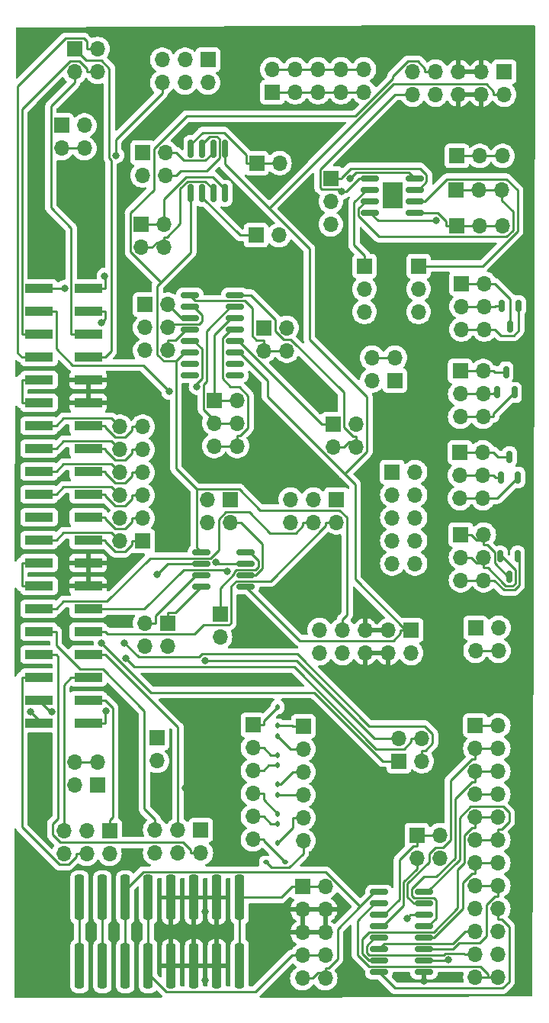
<source format=gbr>
%TF.GenerationSoftware,KiCad,Pcbnew,(7.0.0)*%
%TF.CreationDate,2023-03-28T06:18:24-07:00*%
%TF.ProjectId,wyw_r,7779775f-722e-46b6-9963-61645f706362,rev?*%
%TF.SameCoordinates,Original*%
%TF.FileFunction,Copper,L2,Bot*%
%TF.FilePolarity,Positive*%
%FSLAX46Y46*%
G04 Gerber Fmt 4.6, Leading zero omitted, Abs format (unit mm)*
G04 Created by KiCad (PCBNEW (7.0.0)) date 2023-03-28 06:18:24*
%MOMM*%
%LPD*%
G01*
G04 APERTURE LIST*
G04 Aperture macros list*
%AMRoundRect*
0 Rectangle with rounded corners*
0 $1 Rounding radius*
0 $2 $3 $4 $5 $6 $7 $8 $9 X,Y pos of 4 corners*
0 Add a 4 corners polygon primitive as box body*
4,1,4,$2,$3,$4,$5,$6,$7,$8,$9,$2,$3,0*
0 Add four circle primitives for the rounded corners*
1,1,$1+$1,$2,$3*
1,1,$1+$1,$4,$5*
1,1,$1+$1,$6,$7*
1,1,$1+$1,$8,$9*
0 Add four rect primitives between the rounded corners*
20,1,$1+$1,$2,$3,$4,$5,0*
20,1,$1+$1,$4,$5,$6,$7,0*
20,1,$1+$1,$6,$7,$8,$9,0*
20,1,$1+$1,$8,$9,$2,$3,0*%
G04 Aperture macros list end*
%TA.AperFunction,ComponentPad*%
%ADD10R,1.700000X1.700000*%
%TD*%
%TA.AperFunction,ComponentPad*%
%ADD11O,1.700000X1.700000*%
%TD*%
%TA.AperFunction,SMDPad,CuDef*%
%ADD12RoundRect,0.112500X-0.112500X0.187500X-0.112500X-0.187500X0.112500X-0.187500X0.112500X0.187500X0*%
%TD*%
%TA.AperFunction,SMDPad,CuDef*%
%ADD13RoundRect,0.150000X-0.150000X0.825000X-0.150000X-0.825000X0.150000X-0.825000X0.150000X0.825000X0*%
%TD*%
%TA.AperFunction,SMDPad,CuDef*%
%ADD14R,3.150000X1.000000*%
%TD*%
%TA.AperFunction,SMDPad,CuDef*%
%ADD15RoundRect,0.112500X0.112500X-0.187500X0.112500X0.187500X-0.112500X0.187500X-0.112500X-0.187500X0*%
%TD*%
%TA.AperFunction,SMDPad,CuDef*%
%ADD16RoundRect,0.150000X0.825000X0.150000X-0.825000X0.150000X-0.825000X-0.150000X0.825000X-0.150000X0*%
%TD*%
%TA.AperFunction,SMDPad,CuDef*%
%ADD17R,2.290000X3.000000*%
%TD*%
%TA.AperFunction,SMDPad,CuDef*%
%ADD18RoundRect,0.255000X-0.255000X2.245000X-0.255000X-2.245000X0.255000X-2.245000X0.255000X2.245000X0*%
%TD*%
%TA.AperFunction,SMDPad,CuDef*%
%ADD19RoundRect,0.150000X0.150000X-0.512500X0.150000X0.512500X-0.150000X0.512500X-0.150000X-0.512500X0*%
%TD*%
%TA.AperFunction,SMDPad,CuDef*%
%ADD20RoundRect,0.150000X0.850000X0.150000X-0.850000X0.150000X-0.850000X-0.150000X0.850000X-0.150000X0*%
%TD*%
%TA.AperFunction,SMDPad,CuDef*%
%ADD21RoundRect,0.150000X-0.150000X0.512500X-0.150000X-0.512500X0.150000X-0.512500X0.150000X0.512500X0*%
%TD*%
%TA.AperFunction,SMDPad,CuDef*%
%ADD22RoundRect,0.112500X-0.187500X-0.112500X0.187500X-0.112500X0.187500X0.112500X-0.187500X0.112500X0*%
%TD*%
%TA.AperFunction,ViaPad*%
%ADD23C,0.800000*%
%TD*%
%TA.AperFunction,Conductor*%
%ADD24C,0.250000*%
%TD*%
G04 APERTURE END LIST*
D10*
%TO.P,J49,1,Pin_1*%
%TO.N,Net-(J49-Pin_1)*%
X69499999Y-76999999D03*
D11*
%TO.P,J49,2,Pin_2*%
X72039999Y-76999999D03*
%TO.P,J49,3,Pin_3*%
%TO.N,Net-(J49-Pin_3)*%
X69499999Y-79539999D03*
%TO.P,J49,4,Pin_4*%
X72039999Y-79539999D03*
%TO.P,J49,5,Pin_5*%
%TO.N,Net-(J49-Pin_5)*%
X69499999Y-82079999D03*
%TO.P,J49,6,Pin_6*%
X72039999Y-82079999D03*
%TD*%
D10*
%TO.P,J_POT1,1,Pin_1*%
%TO.N,Net-(J8-Pin_1)*%
X41509999Y-33419999D03*
D11*
%TO.P,J_POT1,2,Pin_2*%
X41509999Y-35959999D03*
%TO.P,J_POT1,3,Pin_3*%
%TO.N,Net-(J8-Pin_2)*%
X38969999Y-33419999D03*
%TO.P,J_POT1,4,Pin_4*%
X38969999Y-35959999D03*
%TO.P,J_POT1,5,Pin_5*%
%TO.N,Net-(J8-Pin_3)*%
X36429999Y-33419999D03*
%TO.P,J_POT1,6,Pin_6*%
X36429999Y-35959999D03*
%TD*%
D10*
%TO.P,J_JACKS2,1,Pin_1*%
%TO.N,Net-(J8-Pin_38)*%
X62724999Y-111274999D03*
D11*
%TO.P,J_JACKS2,2,Pin_2*%
%TO.N,Net-(J8-Pin_37)*%
X62724999Y-108734999D03*
%TO.P,J_JACKS2,3,Pin_3*%
%TO.N,Net-(J8-Pin_40)*%
X65264999Y-111274999D03*
%TO.P,J_JACKS2,4,Pin_4*%
%TO.N,Net-(J8-Pin_39)*%
X65264999Y-108734999D03*
%TD*%
D10*
%TO.P,J21,1,Pin_1*%
%TO.N,Net-(J21-Pin_1)*%
X34074999Y-51724999D03*
D11*
%TO.P,J21,2,Pin_2*%
X36614999Y-51724999D03*
%TO.P,J21,3,Pin_3*%
%TO.N,Net-(J21-Pin_3)*%
X34074999Y-54264999D03*
%TO.P,J21,4,Pin_4*%
X36614999Y-54264999D03*
%TD*%
D10*
%TO.P,J14,1,Pin_1*%
%TO.N,Net-(J14-Pin_1)*%
X47739999Y-63174999D03*
D11*
%TO.P,J14,2,Pin_2*%
X50279999Y-63174999D03*
%TO.P,J14,3,Pin_3*%
%TO.N,Net-(J14-Pin_3)*%
X47739999Y-65714999D03*
%TO.P,J14,4,Pin_4*%
X50279999Y-65714999D03*
%TD*%
D10*
%TO.P,J28,1,Pin_1*%
%TO.N,Net-(J28-Pin_1)*%
X29284999Y-113949999D03*
D11*
%TO.P,J28,2,Pin_2*%
X26744999Y-113949999D03*
%TO.P,J28,3,Pin_3*%
X29284999Y-111409999D03*
%TO.P,J28,4,Pin_4*%
X26744999Y-111409999D03*
%TD*%
D10*
%TO.P,J12,1,Pin_1*%
%TO.N,Net-(J12-Pin_1)*%
X58899999Y-56324999D03*
D11*
%TO.P,J12,2,Pin_2*%
X58899999Y-58864999D03*
%TO.P,J12,3,Pin_3*%
X58899999Y-61404999D03*
%TD*%
D10*
%TO.P,J_DIODE_A2,1,Pin_1*%
%TO.N,Net-(D12-A)*%
X46499999Y-107249999D03*
D11*
%TO.P,J_DIODE_A2,2,Pin_2*%
%TO.N,Net-(D1-A)*%
X46499999Y-109789999D03*
%TO.P,J_DIODE_A2,3,Pin_3*%
%TO.N,Net-(D2-A)*%
X46499999Y-112329999D03*
%TO.P,J_DIODE_A2,4,Pin_4*%
%TO.N,Net-(D3-A)*%
X46499999Y-114869999D03*
%TO.P,J_DIODE_A2,5,Pin_5*%
%TO.N,Net-(D4-A)*%
X46499999Y-117409999D03*
%TO.P,J_DIODE_A2,6,Pin_6*%
%TO.N,Net-(D5-A)*%
X46499999Y-119949999D03*
%TD*%
D10*
%TO.P,J6,1,Pin_1*%
%TO.N,Net-(J6-Pin_1)*%
X42209999Y-71209999D03*
D11*
%TO.P,J6,2,Pin_2*%
X44749999Y-71209999D03*
%TO.P,J6,3,Pin_3*%
%TO.N,Net-(J6-Pin_3)*%
X42209999Y-73749999D03*
%TO.P,J6,4,Pin_4*%
X44749999Y-73749999D03*
%TO.P,J6,5,Pin_5*%
%TO.N,Net-(J6-Pin_5)*%
X42209999Y-76289999D03*
%TO.P,J6,6,Pin_6*%
X44749999Y-76289999D03*
%TD*%
D10*
%TO.P,J9,1,Pin_1*%
%TO.N,Net-(J9-Pin_1)*%
X69109999Y-51849999D03*
D11*
%TO.P,J9,2,Pin_2*%
X71649999Y-51849999D03*
%TO.P,J9,3,Pin_3*%
X74189999Y-51849999D03*
%TD*%
D10*
%TO.P,J33,1,Pin_1*%
%TO.N,Net-(J33-Pin_1)*%
X71209999Y-107309999D03*
D11*
%TO.P,J33,2,Pin_2*%
X73749999Y-107309999D03*
%TO.P,J33,3,Pin_3*%
%TO.N,Net-(J33-Pin_3)*%
X71209999Y-109849999D03*
%TO.P,J33,4,Pin_4*%
X73749999Y-109849999D03*
%TO.P,J33,5,Pin_5*%
%TO.N,Net-(J33-Pin_5)*%
X71209999Y-112389999D03*
%TO.P,J33,6,Pin_6*%
X73749999Y-112389999D03*
%TO.P,J33,7,Pin_7*%
%TO.N,Net-(J33-Pin_7)*%
X71209999Y-114929999D03*
%TO.P,J33,8,Pin_8*%
X73749999Y-114929999D03*
%TO.P,J33,9,Pin_9*%
%TO.N,Net-(J33-Pin_10)*%
X71209999Y-117469999D03*
%TO.P,J33,10,Pin_10*%
X73749999Y-117469999D03*
%TO.P,J33,11,Pin_11*%
%TO.N,Net-(J33-Pin_11)*%
X71209999Y-120009999D03*
%TO.P,J33,12,Pin_12*%
X73749999Y-120009999D03*
%TO.P,J33,13,Pin_13*%
%TO.N,Net-(J33-Pin_13)*%
X71209999Y-122549999D03*
%TO.P,J33,14,Pin_14*%
X73749999Y-122549999D03*
%TO.P,J33,15,Pin_15*%
%TO.N,Net-(J33-Pin_15)*%
X71209999Y-125089999D03*
%TO.P,J33,16,Pin_16*%
X73749999Y-125089999D03*
%TO.P,J33,17,Pin_17*%
%TO.N,Net-(J33-Pin_17)*%
X71209999Y-127629999D03*
%TO.P,J33,18,Pin_18*%
X73749999Y-127629999D03*
%TO.P,J33,19,Pin_19*%
%TO.N,Net-(J33-Pin_19)*%
X71209999Y-130169999D03*
%TO.P,J33,20,Pin_20*%
X73749999Y-130169999D03*
%TO.P,J33,21,Pin_21*%
%TO.N,Net-(J33-Pin_21)*%
X71209999Y-132709999D03*
%TO.P,J33,22,Pin_22*%
X73749999Y-132709999D03*
%TO.P,J33,23,Pin_23*%
%TO.N,Net-(J33-Pin_23)*%
X71209999Y-135249999D03*
%TO.P,J33,24,Pin_24*%
X73749999Y-135249999D03*
%TD*%
D10*
%TO.P,J11,1,Pin_1*%
%TO.N,Net-(J11-Pin_1)*%
X64899999Y-56324999D03*
D11*
%TO.P,J11,2,Pin_2*%
X64899999Y-58864999D03*
%TO.P,J11,3,Pin_3*%
X64899999Y-61404999D03*
%TD*%
D10*
%TO.P,J10,1,Pin_1*%
%TO.N,Net-(J10-Pin_1)*%
X34539999Y-60609999D03*
D11*
%TO.P,J10,2,Pin_2*%
X37079999Y-60609999D03*
%TO.P,J10,3,Pin_3*%
%TO.N,Net-(J10-Pin_3)*%
X34539999Y-63149999D03*
%TO.P,J10,4,Pin_4*%
X37079999Y-63149999D03*
%TO.P,J10,5,Pin_5*%
%TO.N,Net-(J10-Pin_5)*%
X34539999Y-65689999D03*
%TO.P,J10,6,Pin_6*%
X37079999Y-65689999D03*
%TD*%
D10*
%TO.P,J4,1,Pin_1*%
%TO.N,Net-(J4-Pin_1)*%
X69149999Y-44099999D03*
D11*
%TO.P,J4,2,Pin_2*%
X71689999Y-44099999D03*
%TO.P,J4,3,Pin_3*%
X74229999Y-44099999D03*
%TD*%
D10*
%TO.P,J_JACKS1,1,Pin_1*%
%TO.N,Net-(J8-Pin_34)*%
X26719999Y-32219999D03*
D11*
%TO.P,J_JACKS1,2,Pin_2*%
%TO.N,Net-(J8-Pin_33)*%
X29259999Y-32219999D03*
%TO.P,J_JACKS1,3,Pin_3*%
%TO.N,Net-(J8-Pin_36)*%
X26719999Y-34759999D03*
%TO.P,J_JACKS1,4,Pin_4*%
%TO.N,Net-(J8-Pin_35)*%
X29259999Y-34759999D03*
%TD*%
D10*
%TO.P,J13,1,Pin_1*%
%TO.N,Net-(J13-Pin_1)*%
X55409999Y-73859999D03*
D11*
%TO.P,J13,2,Pin_2*%
X57949999Y-73859999D03*
%TO.P,J13,3,Pin_3*%
%TO.N,Net-(J13-Pin_3)*%
X55409999Y-76399999D03*
%TO.P,J13,4,Pin_4*%
X57949999Y-76399999D03*
%TD*%
D10*
%TO.P,J_POT4,1,Pin_1*%
%TO.N,Net-(J8-Pin_10)*%
X55774999Y-82224999D03*
D11*
%TO.P,J_POT4,2,Pin_2*%
X55774999Y-84764999D03*
%TO.P,J_POT4,3,Pin_3*%
%TO.N,Net-(J8-Pin_11)*%
X53234999Y-82224999D03*
%TO.P,J_POT4,4,Pin_4*%
X53234999Y-84764999D03*
%TO.P,J_POT4,5,Pin_5*%
%TO.N,Net-(J8-Pin_12)*%
X50694999Y-82224999D03*
%TO.P,J_POT4,6,Pin_6*%
X50694999Y-84764999D03*
%TD*%
D10*
%TO.P,J47,1,Pin_1*%
%TO.N,-12V*%
X64074999Y-96724999D03*
D11*
%TO.P,J47,2,Pin_2*%
X64074999Y-99264999D03*
%TO.P,J47,3,Pin_3*%
%TO.N,GND*%
X61534999Y-96724999D03*
%TO.P,J47,4,Pin_4*%
X61534999Y-99264999D03*
%TO.P,J47,5,Pin_5*%
X58994999Y-96724999D03*
%TO.P,J47,6,Pin_6*%
X58994999Y-99264999D03*
%TO.P,J47,7,Pin_7*%
%TO.N,+12V*%
X56454999Y-96724999D03*
%TO.P,J47,8,Pin_8*%
X56454999Y-99264999D03*
%TO.P,J47,9,Pin_9*%
%TO.N,+5V*%
X53914999Y-96724999D03*
%TO.P,J47,10,Pin_10*%
X53914999Y-99264999D03*
%TD*%
D10*
%TO.P,J34,1,Pin_1*%
%TO.N,Net-(J34-Pin_1)*%
X25249999Y-40709999D03*
D11*
%TO.P,J34,2,Pin_2*%
X27789999Y-40709999D03*
%TO.P,J34,3,Pin_3*%
X25249999Y-43249999D03*
%TO.P,J34,4,Pin_4*%
X27789999Y-43249999D03*
%TD*%
D10*
%TO.P,J_POT2,1,Pin_1*%
%TO.N,Net-(J8-Pin_4)*%
X30579999Y-118999999D03*
D11*
%TO.P,J_POT2,2,Pin_2*%
X30579999Y-121539999D03*
%TO.P,J_POT2,3,Pin_3*%
%TO.N,Net-(J8-Pin_5)*%
X28039999Y-118999999D03*
%TO.P,J_POT2,4,Pin_4*%
X28039999Y-121539999D03*
%TO.P,J_POT2,5,Pin_5*%
%TO.N,Net-(J8-Pin_6)*%
X25499999Y-118999999D03*
%TO.P,J_POT2,6,Pin_6*%
X25499999Y-121539999D03*
%TD*%
D10*
%TO.P,J23,1,Pin_1*%
%TO.N,Net-(J23-Pin_1)*%
X46849999Y-52899999D03*
D11*
%TO.P,J23,2,Pin_2*%
X49389999Y-52899999D03*
%TD*%
D10*
%TO.P,J15,1,Pin_1*%
%TO.N,Net-(J15-Pin_1)*%
X55149999Y-46599999D03*
D11*
%TO.P,J15,2,Pin_2*%
X55149999Y-49139999D03*
%TO.P,J15,3,Pin_3*%
X55149999Y-51679999D03*
%TD*%
D10*
%TO.P,J20,1,Pin_1*%
%TO.N,Net-(J20-Pin_1)*%
X34249999Y-43709999D03*
D11*
%TO.P,J20,2,Pin_2*%
X36789999Y-43709999D03*
%TO.P,J20,3,Pin_3*%
%TO.N,Net-(J20-Pin_3)*%
X34249999Y-46249999D03*
%TO.P,J20,4,Pin_4*%
X36789999Y-46249999D03*
%TD*%
D10*
%TO.P,J17,1,Pin_1*%
%TO.N,Net-(J17-Pin_1)*%
X64709999Y-119474999D03*
D11*
%TO.P,J17,2,Pin_2*%
X67249999Y-119474999D03*
%TO.P,J17,3,Pin_3*%
%TO.N,Net-(J17-Pin_3)*%
X64709999Y-122014999D03*
%TO.P,J17,4,Pin_4*%
X67249999Y-122014999D03*
%TD*%
D10*
%TO.P,J_POT3,1,Pin_1*%
%TO.N,Net-(J8-Pin_7)*%
X40724999Y-118914999D03*
D11*
%TO.P,J_POT3,2,Pin_2*%
X40724999Y-121454999D03*
%TO.P,J_POT3,3,Pin_3*%
%TO.N,Net-(J8-Pin_8)*%
X38184999Y-118914999D03*
%TO.P,J_POT3,4,Pin_4*%
X38184999Y-121454999D03*
%TO.P,J_POT3,5,Pin_5*%
%TO.N,Net-(J8-Pin_9)*%
X35644999Y-118914999D03*
%TO.P,J_POT3,6,Pin_6*%
X35644999Y-121454999D03*
%TD*%
D10*
%TO.P,J19,1,Pin_1*%
%TO.N,-12V*%
X51999999Y-125209999D03*
D11*
%TO.P,J19,2,Pin_2*%
X54539999Y-125209999D03*
%TO.P,J19,3,Pin_3*%
%TO.N,GND*%
X51999999Y-127749999D03*
%TO.P,J19,4,Pin_4*%
X54539999Y-127749999D03*
%TO.P,J19,5,Pin_5*%
X51999999Y-130289999D03*
%TO.P,J19,6,Pin_6*%
X54539999Y-130289999D03*
%TO.P,J19,7,Pin_7*%
%TO.N,+12V*%
X51999999Y-132829999D03*
%TO.P,J19,8,Pin_8*%
X54539999Y-132829999D03*
%TO.P,J19,9,Pin_9*%
%TO.N,+5V*%
X51999999Y-135369999D03*
%TO.P,J19,10,Pin_10*%
X54539999Y-135369999D03*
%TD*%
D10*
%TO.P,J_LEDS1,1,Pin_1*%
%TO.N,Net-(J8-Pin_18)*%
X34274999Y-86849999D03*
D11*
%TO.P,J_LEDS1,2,Pin_2*%
%TO.N,Net-(J8-Pin_17)*%
X31734999Y-86849999D03*
%TO.P,J_LEDS1,3,Pin_3*%
%TO.N,Net-(J8-Pin_20)*%
X34274999Y-84309999D03*
%TO.P,J_LEDS1,4,Pin_4*%
%TO.N,Net-(J8-Pin_19)*%
X31734999Y-84309999D03*
%TO.P,J_LEDS1,5,Pin_5*%
%TO.N,Net-(J8-Pin_22)*%
X34274999Y-81769999D03*
%TO.P,J_LEDS1,6,Pin_6*%
%TO.N,Net-(J8-Pin_21)*%
X31734999Y-81769999D03*
%TO.P,J_LEDS1,7,Pin_7*%
%TO.N,Net-(J8-Pin_24)*%
X34274999Y-79229999D03*
%TO.P,J_LEDS1,8,Pin_8*%
%TO.N,Net-(J8-Pin_23)*%
X31734999Y-79229999D03*
%TO.P,J_LEDS1,9,Pin_9*%
%TO.N,Net-(J8-Pin_26)*%
X34274999Y-76689999D03*
%TO.P,J_LEDS1,10,Pin_10*%
%TO.N,Net-(J8-Pin_25)*%
X31734999Y-76689999D03*
%TO.P,J_LEDS1,11,Pin_11*%
%TO.N,Net-(J8-Pin_28)*%
X34274999Y-74149999D03*
%TO.P,J_LEDS1,12,Pin_12*%
%TO.N,Net-(J8-Pin_27)*%
X31734999Y-74149999D03*
%TD*%
D10*
%TO.P,J30,1,Pin_1*%
%TO.N,Net-(J30-Pin_1)*%
X61974999Y-79174999D03*
D11*
%TO.P,J30,2,Pin_2*%
%TO.N,Net-(J30-Pin_10)*%
X64514999Y-79174999D03*
%TO.P,J30,3,Pin_3*%
%TO.N,Net-(J30-Pin_1)*%
X61974999Y-81714999D03*
%TO.P,J30,4,Pin_4*%
%TO.N,Net-(J30-Pin_10)*%
X64514999Y-81714999D03*
%TO.P,J30,5,Pin_5*%
%TO.N,Net-(J30-Pin_1)*%
X61974999Y-84254999D03*
%TO.P,J30,6,Pin_6*%
%TO.N,Net-(J30-Pin_10)*%
X64514999Y-84254999D03*
%TO.P,J30,7,Pin_7*%
%TO.N,Net-(J30-Pin_1)*%
X61974999Y-86794999D03*
%TO.P,J30,8,Pin_8*%
%TO.N,Net-(J30-Pin_10)*%
X64514999Y-86794999D03*
%TO.P,J30,9,Pin_9*%
%TO.N,Net-(J30-Pin_1)*%
X61974999Y-89334999D03*
%TO.P,J30,10,Pin_10*%
%TO.N,Net-(J30-Pin_10)*%
X64514999Y-89334999D03*
%TD*%
D10*
%TO.P,J38,1,Pin_1*%
%TO.N,Net-(J38-Pin_1)*%
X62274999Y-69024999D03*
D11*
%TO.P,J38,2,Pin_2*%
X59734999Y-69024999D03*
%TO.P,J38,3,Pin_3*%
X62274999Y-66484999D03*
%TO.P,J38,4,Pin_4*%
X59734999Y-66484999D03*
%TD*%
D10*
%TO.P,J39,1,Pin_1*%
%TO.N,Net-(J39-Pin_1)*%
X71224999Y-96474999D03*
D11*
%TO.P,J39,2,Pin_2*%
X73764999Y-96474999D03*
%TO.P,J39,3,Pin_3*%
X71224999Y-99014999D03*
%TO.P,J39,4,Pin_4*%
X73764999Y-99014999D03*
%TD*%
D10*
%TO.P,J27,1,Pin_1*%
%TO.N,Net-(J27-Pin_1)*%
X35849999Y-108699999D03*
D11*
%TO.P,J27,2,Pin_2*%
X35849999Y-111239999D03*
%TD*%
D10*
%TO.P,J29,1,Pin_1*%
%TO.N,Net-(J29-Pin_1)*%
X48674999Y-37024999D03*
D11*
%TO.P,J29,2,Pin_2*%
%TO.N,Net-(J29-Pin_10)*%
X48674999Y-34484999D03*
%TO.P,J29,3,Pin_3*%
%TO.N,Net-(J29-Pin_1)*%
X51214999Y-37024999D03*
%TO.P,J29,4,Pin_4*%
%TO.N,Net-(J29-Pin_10)*%
X51214999Y-34484999D03*
%TO.P,J29,5,Pin_5*%
%TO.N,Net-(J29-Pin_1)*%
X53754999Y-37024999D03*
%TO.P,J29,6,Pin_6*%
%TO.N,Net-(J29-Pin_10)*%
X53754999Y-34484999D03*
%TO.P,J29,7,Pin_7*%
%TO.N,Net-(J29-Pin_1)*%
X56294999Y-37024999D03*
%TO.P,J29,8,Pin_8*%
%TO.N,Net-(J29-Pin_10)*%
X56294999Y-34484999D03*
%TO.P,J29,9,Pin_9*%
%TO.N,Net-(J29-Pin_1)*%
X58834999Y-37024999D03*
%TO.P,J29,10,Pin_10*%
%TO.N,Net-(J29-Pin_10)*%
X58834999Y-34484999D03*
%TD*%
D10*
%TO.P,J3,1,Pin_1*%
%TO.N,Net-(J3-Pin_1)*%
X69519999Y-67969999D03*
D11*
%TO.P,J3,2,Pin_2*%
X72059999Y-67969999D03*
%TO.P,J3,3,Pin_3*%
%TO.N,Net-(J3-Pin_3)*%
X69519999Y-70509999D03*
%TO.P,J3,4,Pin_4*%
X72059999Y-70509999D03*
%TO.P,J3,5,Pin_5*%
%TO.N,Net-(J3-Pin_5)*%
X69519999Y-73049999D03*
%TO.P,J3,6,Pin_6*%
X72059999Y-73049999D03*
%TD*%
D10*
%TO.P,J24,1,Pin_1*%
%TO.N,Net-(J24-Pin_1)*%
X44024999Y-82274999D03*
D11*
%TO.P,J24,2,Pin_2*%
X44024999Y-84814999D03*
%TO.P,J24,3,Pin_3*%
%TO.N,Net-(J24-Pin_3)*%
X41484999Y-82274999D03*
%TO.P,J24,4,Pin_4*%
X41484999Y-84814999D03*
%TD*%
D10*
%TO.P,J25,1,Pin_1*%
%TO.N,Net-(J25-Pin_1)*%
X42849999Y-94974999D03*
D11*
%TO.P,J25,2,Pin_2*%
X42849999Y-97514999D03*
%TD*%
D10*
%TO.P,J_DIODE_C1,1,Pin_1*%
%TO.N,Net-(D12-K)*%
X52099999Y-107399999D03*
D11*
%TO.P,J_DIODE_C1,2,Pin_2*%
%TO.N,Net-(D1-K)*%
X52099999Y-109939999D03*
%TO.P,J_DIODE_C1,3,Pin_3*%
%TO.N,Net-(D2-K)*%
X52099999Y-112479999D03*
%TO.P,J_DIODE_C1,4,Pin_4*%
%TO.N,Net-(D3-K)*%
X52099999Y-115019999D03*
%TO.P,J_DIODE_C1,5,Pin_5*%
%TO.N,Net-(D4-K)*%
X52099999Y-117559999D03*
%TO.P,J_DIODE_C1,6,Pin_6*%
%TO.N,Net-(D5-K)*%
X52099999Y-120099999D03*
%TD*%
D10*
%TO.P,J2,1,Pin_1*%
%TO.N,Net-(J2-Pin_1)*%
X69597499Y-86109999D03*
D11*
%TO.P,J2,2,Pin_2*%
X72137499Y-86109999D03*
%TO.P,J2,3,Pin_3*%
%TO.N,Net-(J2-Pin_3)*%
X69597499Y-88649999D03*
%TO.P,J2,4,Pin_4*%
X72137499Y-88649999D03*
%TO.P,J2,5,Pin_5*%
%TO.N,Net-(J2-Pin_5)*%
X69597499Y-91189999D03*
%TO.P,J2,6,Pin_6*%
X72137499Y-91189999D03*
%TD*%
D10*
%TO.P,J22,1,Pin_1*%
%TO.N,Net-(J22-Pin_1)*%
X46920899Y-44899999D03*
D11*
%TO.P,J22,2,Pin_2*%
X49460899Y-44899999D03*
%TD*%
D10*
%TO.P,J7,1,Pin_1*%
%TO.N,Net-(J7-Pin_1)*%
X69674999Y-58274999D03*
D11*
%TO.P,J7,2,Pin_2*%
X72214999Y-58274999D03*
%TO.P,J7,3,Pin_3*%
%TO.N,Net-(J7-Pin_3)*%
X69674999Y-60814999D03*
%TO.P,J7,4,Pin_4*%
X72214999Y-60814999D03*
%TO.P,J7,5,Pin_5*%
%TO.N,Net-(J7-Pin_5)*%
X69674999Y-63354999D03*
%TO.P,J7,6,Pin_6*%
X72214999Y-63354999D03*
%TD*%
D10*
%TO.P,J26,1,Pin_1*%
%TO.N,Net-(J26-Pin_1)*%
X37049999Y-95959999D03*
D11*
%TO.P,J26,2,Pin_2*%
X37049999Y-98499999D03*
%TO.P,J26,3,Pin_3*%
%TO.N,Net-(J26-Pin_3)*%
X34509999Y-95959999D03*
%TO.P,J26,4,Pin_4*%
X34509999Y-98499999D03*
%TD*%
D10*
%TO.P,J5,1,Pin_1*%
%TO.N,Net-(J5-Pin_1)*%
X69069999Y-47849999D03*
D11*
%TO.P,J5,2,Pin_2*%
X71609999Y-47849999D03*
%TO.P,J5,3,Pin_3*%
X74149999Y-47849999D03*
%TD*%
D10*
%TO.P,J16,1,Pin_1*%
%TO.N,-12V*%
X74409999Y-34749999D03*
D11*
%TO.P,J16,2,Pin_2*%
X74409999Y-37289999D03*
%TO.P,J16,3,Pin_3*%
%TO.N,GND*%
X71869999Y-34749999D03*
%TO.P,J16,4,Pin_4*%
X71869999Y-37289999D03*
%TO.P,J16,5,Pin_5*%
X69329999Y-34749999D03*
%TO.P,J16,6,Pin_6*%
X69329999Y-37289999D03*
%TO.P,J16,7,Pin_7*%
%TO.N,+12V*%
X66789999Y-34749999D03*
%TO.P,J16,8,Pin_8*%
X66789999Y-37289999D03*
%TO.P,J16,9,Pin_9*%
%TO.N,+5V*%
X64249999Y-34749999D03*
%TO.P,J16,10,Pin_10*%
X64249999Y-37289999D03*
%TD*%
D12*
%TO.P,D3,1,K*%
%TO.N,Net-(D3-K)*%
X49250000Y-115000000D03*
%TO.P,D3,2,A*%
%TO.N,Net-(D3-A)*%
X49250000Y-117100000D03*
%TD*%
D13*
%TO.P,U3,1*%
%TO.N,Net-(J22-Pin_1)*%
X39595000Y-43275000D03*
%TO.P,U3,2,-*%
%TO.N,Net-(J20-Pin_3)*%
X40865000Y-43275000D03*
%TO.P,U3,3,+*%
%TO.N,Net-(J20-Pin_1)*%
X42135000Y-43275000D03*
%TO.P,U3,4,V-*%
%TO.N,-12V*%
X43405000Y-43275000D03*
%TO.P,U3,5,+*%
%TO.N,Net-(J21-Pin_1)*%
X43405000Y-48225000D03*
%TO.P,U3,6,-*%
%TO.N,Net-(J21-Pin_3)*%
X42135000Y-48225000D03*
%TO.P,U3,7*%
%TO.N,Net-(J23-Pin_1)*%
X40865000Y-48225000D03*
%TO.P,U3,8,V+*%
%TO.N,+12V*%
X39595000Y-48225000D03*
%TD*%
D14*
%TO.P,J8,1,Pin_1*%
%TO.N,Net-(J8-Pin_1)*%
X22749999Y-107059999D03*
%TO.P,J8,2,Pin_2*%
%TO.N,Net-(J8-Pin_2)*%
X28209999Y-107059999D03*
%TO.P,J8,3,Pin_3*%
%TO.N,Net-(J8-Pin_3)*%
X22749999Y-104519999D03*
%TO.P,J8,4,Pin_4*%
%TO.N,Net-(J8-Pin_4)*%
X28209999Y-104519999D03*
%TO.P,J8,5,Pin_5*%
%TO.N,Net-(J8-Pin_5)*%
X22749999Y-101979999D03*
%TO.P,J8,6,Pin_6*%
%TO.N,Net-(J8-Pin_6)*%
X28209999Y-101979999D03*
%TO.P,J8,7,Pin_7*%
%TO.N,Net-(J8-Pin_7)*%
X22749999Y-99439999D03*
%TO.P,J8,8,Pin_8*%
%TO.N,Net-(J8-Pin_8)*%
X28209999Y-99439999D03*
%TO.P,J8,9,Pin_9*%
%TO.N,Net-(J8-Pin_9)*%
X22749999Y-96899999D03*
%TO.P,J8,10,Pin_10*%
%TO.N,Net-(J8-Pin_10)*%
X28209999Y-96899999D03*
%TO.P,J8,11,Pin_11*%
%TO.N,Net-(J8-Pin_11)*%
X22749999Y-94359999D03*
%TO.P,J8,12,Pin_12*%
%TO.N,Net-(J8-Pin_12)*%
X28209999Y-94359999D03*
%TO.P,J8,13,Pin_13*%
%TO.N,Net-(J8-Pin_13)*%
X22749999Y-91819999D03*
%TO.P,J8,14,Pin_14*%
%TO.N,GND*%
X28209999Y-91819999D03*
%TO.P,J8,15,Pin_15*%
%TO.N,Net-(J8-Pin_13)*%
X22749999Y-89279999D03*
%TO.P,J8,16,Pin_16*%
%TO.N,GND*%
X28209999Y-89279999D03*
%TO.P,J8,17,Pin_17*%
%TO.N,Net-(J8-Pin_17)*%
X22749999Y-86739999D03*
%TO.P,J8,18,Pin_18*%
%TO.N,Net-(J8-Pin_18)*%
X28209999Y-86739999D03*
%TO.P,J8,19,Pin_19*%
%TO.N,Net-(J8-Pin_19)*%
X22749999Y-84199999D03*
%TO.P,J8,20,Pin_20*%
%TO.N,Net-(J8-Pin_20)*%
X28209999Y-84199999D03*
X22749999Y-84199999D03*
%TO.P,J8,21,Pin_21*%
%TO.N,Net-(J8-Pin_21)*%
X22749999Y-81659999D03*
%TO.P,J8,22,Pin_22*%
%TO.N,Net-(J8-Pin_22)*%
X28209999Y-81659999D03*
%TO.P,J8,23,Pin_23*%
%TO.N,Net-(J8-Pin_23)*%
X22749999Y-79119999D03*
%TO.P,J8,24,Pin_24*%
%TO.N,Net-(J8-Pin_24)*%
X28209999Y-79119999D03*
%TO.P,J8,25,Pin_25*%
%TO.N,Net-(J8-Pin_25)*%
X22749999Y-76579999D03*
%TO.P,J8,26,Pin_26*%
%TO.N,Net-(J8-Pin_26)*%
X28209999Y-76579999D03*
%TO.P,J8,27,Pin_27*%
%TO.N,Net-(J8-Pin_27)*%
X22749999Y-74039999D03*
%TO.P,J8,28,Pin_28*%
%TO.N,Net-(J8-Pin_28)*%
X28209999Y-74039999D03*
%TO.P,J8,29,Pin_29*%
%TO.N,Net-(J8-Pin_29)*%
X22749999Y-71499999D03*
%TO.P,J8,30,Pin_30*%
%TO.N,GND*%
X28209999Y-71499999D03*
%TO.P,J8,31,Pin_31*%
%TO.N,Net-(J8-Pin_29)*%
X22749999Y-68959999D03*
%TO.P,J8,32,Pin_32*%
%TO.N,GND*%
X28209999Y-68959999D03*
%TO.P,J8,33,Pin_33*%
%TO.N,Net-(J8-Pin_33)*%
X22749999Y-66419999D03*
%TO.P,J8,34,Pin_34*%
%TO.N,Net-(J8-Pin_34)*%
X28209999Y-66419999D03*
%TO.P,J8,35,Pin_35*%
%TO.N,Net-(J8-Pin_35)*%
X22749999Y-63879999D03*
%TO.P,J8,36,Pin_36*%
%TO.N,Net-(J8-Pin_36)*%
X28209999Y-63879999D03*
%TO.P,J8,37,Pin_37*%
%TO.N,Net-(J8-Pin_37)*%
X22749999Y-61339999D03*
%TO.P,J8,38,Pin_38*%
%TO.N,Net-(J8-Pin_38)*%
X28209999Y-61339999D03*
%TO.P,J8,39,Pin_39*%
%TO.N,Net-(J8-Pin_39)*%
X22749999Y-58799999D03*
%TO.P,J8,40,Pin_40*%
%TO.N,Net-(J8-Pin_40)*%
X28209999Y-58799999D03*
%TD*%
D12*
%TO.P,D1,1,K*%
%TO.N,Net-(D1-K)*%
X49250000Y-108500000D03*
%TO.P,D1,2,A*%
%TO.N,Net-(D1-A)*%
X49250000Y-110600000D03*
%TD*%
D15*
%TO.P,D2,1,K*%
%TO.N,Net-(D2-K)*%
X49250000Y-113850000D03*
%TO.P,D2,2,A*%
%TO.N,Net-(D2-A)*%
X49250000Y-111750000D03*
%TD*%
D16*
%TO.P,U1,1,GND*%
%TO.N,GND*%
X64475000Y-46595000D03*
%TO.P,U1,2*%
%TO.N,Net-(J15-Pin_1)*%
X64475000Y-47865000D03*
%TO.P,U1,3*%
%TO.N,Net-(J11-Pin_1)*%
X64475000Y-49135000D03*
%TO.P,U1,4*%
%TO.N,Net-(J9-Pin_1)*%
X64475000Y-50405000D03*
%TO.P,U1,5*%
%TO.N,Net-(J4-Pin_1)*%
X59525000Y-50405000D03*
%TO.P,U1,6*%
%TO.N,Net-(J5-Pin_1)*%
X59525000Y-49135000D03*
%TO.P,U1,7*%
%TO.N,Net-(J12-Pin_1)*%
X59525000Y-47865000D03*
%TO.P,U1,8,V+*%
%TO.N,+5V*%
X59525000Y-46595000D03*
D17*
%TO.P,U1,9*%
%TO.N,N/C*%
X61999999Y-48499999D03*
%TD*%
D18*
%TO.P,J1,1,-12v_R*%
%TO.N,Net-(J1--12v_L)*%
X27260000Y-126400000D03*
%TO.P,J1,2,-12v_L*%
X27260000Y-134000000D03*
%TO.P,J1,3,GND*%
%TO.N,Net-(J1-GND-Pad3)*%
X29800000Y-126400000D03*
%TO.P,J1,4,GND*%
X29800000Y-134000000D03*
%TO.P,J1,5,GND_R3*%
%TO.N,+5V*%
X32340000Y-126400000D03*
%TO.P,J1,6,GND_L3*%
X32340000Y-134000000D03*
%TO.P,J1,7,GND_R2*%
%TO.N,+12V*%
X34880000Y-126400000D03*
%TO.P,J1,8,GND_L2*%
X34880000Y-134000000D03*
%TO.P,J1,9,+12V_R*%
%TO.N,GND*%
X37420000Y-126400000D03*
%TO.P,J1,10,+12V_L*%
X37420000Y-134000000D03*
%TO.P,J1,11,+5v_R*%
X39960000Y-126400000D03*
%TO.P,J1,12,+5v_L*%
X39960000Y-134000000D03*
%TO.P,J1,13,CV_R*%
X42500000Y-126400000D03*
%TO.P,J1,14,CV_L*%
X42500000Y-134000000D03*
%TO.P,J1,15,GATE_R*%
%TO.N,-12V*%
X45040000Y-126400000D03*
%TO.P,J1,16,GATE_L*%
X45040000Y-134000000D03*
%TD*%
D19*
%TO.P,Q3,1,E*%
%TO.N,Net-(J3-Pin_5)*%
X75560000Y-70347500D03*
%TO.P,Q3,2,B*%
%TO.N,Net-(J3-Pin_3)*%
X73660000Y-70347500D03*
%TO.P,Q3,3,C*%
%TO.N,Net-(J3-Pin_1)*%
X74610000Y-68072500D03*
%TD*%
D20*
%TO.P,U5,1,Q5*%
%TO.N,Net-(J33-Pin_11)*%
X65500000Y-125805000D03*
%TO.P,U5,2,Q1*%
%TO.N,Net-(J33-Pin_3)*%
X65500000Y-127075000D03*
%TO.P,U5,3,Q0*%
%TO.N,Net-(J33-Pin_1)*%
X65500000Y-128345000D03*
%TO.P,U5,4,Q2*%
%TO.N,Net-(J33-Pin_5)*%
X65500000Y-129615000D03*
%TO.P,U5,5,Q6*%
%TO.N,Net-(J33-Pin_13)*%
X65500000Y-130885000D03*
%TO.P,U5,6,Q7*%
%TO.N,Net-(J33-Pin_15)*%
X65500000Y-132155000D03*
%TO.P,U5,7,Q3*%
%TO.N,Net-(J33-Pin_7)*%
X65500000Y-133425000D03*
%TO.P,U5,8,VSS*%
%TO.N,GND*%
X65500000Y-134695000D03*
%TO.P,U5,9,Q8*%
%TO.N,Net-(J33-Pin_17)*%
X60500000Y-134695000D03*
%TO.P,U5,10,Q4*%
%TO.N,Net-(J33-Pin_10)*%
X60500000Y-133425000D03*
%TO.P,U5,11,Q9*%
%TO.N,Net-(J33-Pin_19)*%
X60500000Y-132155000D03*
%TO.P,U5,12,Cout*%
%TO.N,Net-(J33-Pin_21)*%
X60500000Y-130885000D03*
%TO.P,U5,13,CKEN*%
%TO.N,Net-(J17-Pin_3)*%
X60500000Y-129615000D03*
%TO.P,U5,14,CLK*%
%TO.N,Net-(J17-Pin_1)*%
X60500000Y-128345000D03*
%TO.P,U5,15,Reset*%
%TO.N,Net-(J33-Pin_23)*%
X60500000Y-127075000D03*
%TO.P,U5,16,VDD*%
%TO.N,+5V*%
X60500000Y-125805000D03*
%TD*%
D16*
%TO.P,U4,1*%
%TO.N,Net-(J25-Pin_1)*%
X45725000Y-88095000D03*
%TO.P,U4,2,-*%
%TO.N,Net-(J24-Pin_3)*%
X45725000Y-89365000D03*
%TO.P,U4,3,+*%
%TO.N,Net-(J24-Pin_1)*%
X45725000Y-90635000D03*
%TO.P,U4,4,V-*%
%TO.N,-12V*%
X45725000Y-91905000D03*
%TO.P,U4,5,+*%
%TO.N,Net-(J26-Pin_1)*%
X40775000Y-91905000D03*
%TO.P,U4,6,-*%
%TO.N,Net-(J26-Pin_3)*%
X40775000Y-90635000D03*
%TO.P,U4,7*%
%TO.N,Net-(J27-Pin_1)*%
X40775000Y-89365000D03*
%TO.P,U4,8,V+*%
%TO.N,+12V*%
X40775000Y-88095000D03*
%TD*%
D21*
%TO.P,Q4,1,B*%
%TO.N,Net-(J7-Pin_3)*%
X74115000Y-60727500D03*
%TO.P,Q4,2,E*%
%TO.N,Net-(J7-Pin_5)*%
X76015000Y-60727500D03*
%TO.P,Q4,3,C*%
%TO.N,Net-(J7-Pin_1)*%
X75065000Y-63002500D03*
%TD*%
D19*
%TO.P,Q1,1,E*%
%TO.N,Net-(J49-Pin_5)*%
X75950000Y-79767500D03*
%TO.P,Q1,2,B*%
%TO.N,Net-(J49-Pin_3)*%
X74050000Y-79767500D03*
%TO.P,Q1,3,C*%
%TO.N,Net-(J49-Pin_1)*%
X75000000Y-77492500D03*
%TD*%
D15*
%TO.P,D12,1,K*%
%TO.N,Net-(D12-K)*%
X49250000Y-107350000D03*
%TO.P,D12,2,A*%
%TO.N,Net-(D12-A)*%
X49250000Y-105250000D03*
%TD*%
D22*
%TO.P,D5,1,K*%
%TO.N,Net-(D5-K)*%
X48000000Y-122500000D03*
%TO.P,D5,2,A*%
%TO.N,Net-(D5-A)*%
X50100000Y-122500000D03*
%TD*%
D15*
%TO.P,D4,1,K*%
%TO.N,Net-(D4-K)*%
X49250000Y-120350000D03*
%TO.P,D4,2,A*%
%TO.N,Net-(D4-A)*%
X49250000Y-118250000D03*
%TD*%
D21*
%TO.P,Q2,1,B*%
%TO.N,Net-(J2-Pin_3)*%
X73995000Y-88537500D03*
%TO.P,Q2,2,E*%
%TO.N,Net-(J2-Pin_5)*%
X75895000Y-88537500D03*
%TO.P,Q2,3,C*%
%TO.N,Net-(J2-Pin_1)*%
X74945000Y-90812500D03*
%TD*%
D20*
%TO.P,U6,1*%
%TO.N,Net-(J13-Pin_3)*%
X44500000Y-59555000D03*
%TO.P,U6,2,D*%
%TO.N,Net-(J6-Pin_3)*%
X44500000Y-60825000D03*
%TO.P,U6,3,+*%
%TO.N,Net-(J6-Pin_1)*%
X44500000Y-62095000D03*
%TO.P,U6,4,-*%
%TO.N,Net-(J6-Pin_5)*%
X44500000Y-63365000D03*
%TO.P,U6,5*%
%TO.N,Net-(J13-Pin_1)*%
X44500000Y-64635000D03*
%TO.P,U6,6,V-*%
%TO.N,-12V*%
X44500000Y-65905000D03*
%TO.P,U6,7*%
%TO.N,unconnected-(U6-Pad7)*%
X44500000Y-67175000D03*
%TO.P,U6,8*%
%TO.N,unconnected-(U6-Pad8)*%
X44500000Y-68445000D03*
%TO.P,U6,9*%
%TO.N,unconnected-(U6-Pad9)*%
X39500000Y-68445000D03*
%TO.P,U6,10*%
%TO.N,unconnected-(U6-Pad10)*%
X39500000Y-67175000D03*
%TO.P,U6,11,V+*%
%TO.N,+12V*%
X39500000Y-65905000D03*
%TO.P,U6,12*%
%TO.N,Net-(J14-Pin_1)*%
X39500000Y-64635000D03*
%TO.P,U6,13,-*%
%TO.N,Net-(J10-Pin_5)*%
X39500000Y-63365000D03*
%TO.P,U6,14,+*%
%TO.N,Net-(J10-Pin_1)*%
X39500000Y-62095000D03*
%TO.P,U6,15,D*%
%TO.N,Net-(J10-Pin_3)*%
X39500000Y-60825000D03*
%TO.P,U6,16*%
%TO.N,Net-(J14-Pin_3)*%
X39500000Y-59555000D03*
%TD*%
D23*
%TO.N,GND*%
X53750000Y-79750000D03*
X22750000Y-113500000D03*
X25480000Y-70713200D03*
X49000000Y-102500000D03*
X33000000Y-118000000D03*
X57246800Y-46620000D03*
X41230000Y-135615000D03*
X22250000Y-47500000D03*
X25480000Y-89340000D03*
X42250000Y-130000000D03*
X45500000Y-48750000D03*
X24000000Y-130000000D03*
X48000000Y-80000000D03*
X28500000Y-50000000D03*
X47250000Y-96750000D03*
X30651600Y-91795200D03*
X50500000Y-95250000D03*
X54000000Y-69500000D03*
X41230000Y-127948000D03*
X65480000Y-135651000D03*
X25500000Y-46500000D03*
X50500000Y-40750000D03*
X37500000Y-130250000D03*
X46250000Y-57000000D03*
X30603900Y-68830500D03*
X36000000Y-116250000D03*
X39000000Y-114250000D03*
%TO.N,+5V*%
X56364500Y-48037400D03*
%TO.N,Net-(J4-Pin_1)*%
X66853400Y-51276900D03*
%TO.N,Net-(J27-Pin_1)*%
X35850000Y-90559400D03*
%TO.N,Net-(J8-Pin_1)*%
X21800000Y-105790000D03*
%TO.N,Net-(J8-Pin_2)*%
X30207100Y-105729000D03*
%TO.N,Net-(J8-Pin_3)*%
X24148900Y-105790000D03*
X31288400Y-44024700D03*
%TO.N,Net-(J14-Pin_1)*%
X40288800Y-69705900D03*
%TO.N,Net-(J8-Pin_12)*%
X43688200Y-90167900D03*
%TO.N,Net-(J8-Pin_37)*%
X37242200Y-70257200D03*
X41199900Y-100090000D03*
%TO.N,Net-(J8-Pin_39)*%
X25578300Y-58776900D03*
X32368500Y-99823000D03*
%TO.N,Net-(J24-Pin_3)*%
X42412300Y-89185000D03*
%TO.N,Net-(J8-Pin_38)*%
X29718400Y-62610000D03*
X29718400Y-98202600D03*
%TO.N,Net-(J8-Pin_40)*%
X30055500Y-57411600D03*
X32246500Y-98129300D03*
%TO.N,Net-(J33-Pin_1)*%
X63596500Y-128757000D03*
%TO.N,Net-(J33-Pin_7)*%
X68205300Y-133327000D03*
%TD*%
D24*
%TO.N,Net-(D1-K)*%
X49250000Y-108500000D02*
X50690000Y-109940000D01*
X50690000Y-109940000D02*
X52100000Y-109940000D01*
%TO.N,Net-(D1-A)*%
X47675100Y-109790000D02*
X48485100Y-110600000D01*
X48485100Y-110600000D02*
X49250000Y-110600000D01*
X46500000Y-109790000D02*
X47675100Y-109790000D01*
%TO.N,Net-(D2-K)*%
X50924900Y-112480000D02*
X49554900Y-113850000D01*
X49554900Y-113850000D02*
X49250000Y-113850000D01*
X52100000Y-112480000D02*
X50924900Y-112480000D01*
%TO.N,Net-(D2-A)*%
X47675100Y-112330000D02*
X48255100Y-111750000D01*
X48255100Y-111750000D02*
X49250000Y-111750000D01*
X46500000Y-112330000D02*
X47675100Y-112330000D01*
%TO.N,Net-(D3-K)*%
X50904900Y-115000000D02*
X49250000Y-115000000D01*
X50924900Y-115020000D02*
X50904900Y-115000000D01*
X52100000Y-115020000D02*
X50924900Y-115020000D01*
%TO.N,Net-(D3-A)*%
X46500000Y-114870000D02*
X47675100Y-114870000D01*
X47675100Y-115525000D02*
X49250000Y-117100000D01*
X47675100Y-114870000D02*
X47675100Y-115525000D01*
%TO.N,Net-(D4-K)*%
X50924900Y-117560000D02*
X50924900Y-118675000D01*
X52100000Y-117560000D02*
X50924900Y-117560000D01*
X50924900Y-118675000D02*
X49250000Y-120350000D01*
%TO.N,-12V*%
X48293800Y-49922400D02*
X43405000Y-45033600D01*
X57850200Y-91087700D02*
X57850200Y-80512500D01*
X45006700Y-65905000D02*
X44500000Y-65905000D01*
X49634900Y-126400000D02*
X50824900Y-125210000D01*
X48293800Y-49922400D02*
X62116800Y-36099400D01*
X45725000Y-91905000D02*
X51720100Y-97900100D01*
X74410000Y-37290000D02*
X73234900Y-37290000D01*
X45040000Y-126400000D02*
X49634900Y-126400000D01*
X45040000Y-134000000D02*
X45040000Y-126400000D01*
X63487500Y-96725000D02*
X57850200Y-91087700D01*
X57850200Y-80512500D02*
X56712200Y-79374500D01*
X59152000Y-70838200D02*
X52785000Y-64471200D01*
X50824900Y-125210000D02*
X52000000Y-125210000D01*
X54540000Y-125210000D02*
X52000000Y-125210000D01*
X73234900Y-36924800D02*
X73234900Y-37290000D01*
X56712200Y-79374500D02*
X59152000Y-76934700D01*
X51720100Y-97900100D02*
X62092100Y-97900100D01*
X62116800Y-36099400D02*
X72409500Y-36099400D01*
X62899900Y-96725000D02*
X63487500Y-96725000D01*
X62899900Y-97092300D02*
X62899900Y-96725000D01*
X43405000Y-45033600D02*
X43405000Y-43275000D01*
X59152000Y-76934700D02*
X59152000Y-70838200D01*
X64075000Y-96725000D02*
X63487500Y-96725000D01*
X56712200Y-79374500D02*
X48114000Y-70776300D01*
X72409500Y-36099400D02*
X73234900Y-36924800D01*
X48114000Y-69012300D02*
X45006700Y-65905000D01*
X48114000Y-70776300D02*
X48114000Y-69012300D01*
X52785000Y-54413600D02*
X48293800Y-49922400D01*
X52785000Y-64471200D02*
X52785000Y-54413600D01*
X62092100Y-97900100D02*
X62899900Y-97092300D01*
%TO.N,GND*%
X41230000Y-135615000D02*
X41230000Y-134000000D01*
X30110100Y-68960000D02*
X30239600Y-68830500D01*
X26309900Y-89280000D02*
X26249900Y-89340000D01*
X41230000Y-126400000D02*
X42500000Y-126400000D01*
X41230000Y-134000000D02*
X39960000Y-134000000D01*
X28210000Y-68960000D02*
X30110100Y-68960000D01*
X57246800Y-46620000D02*
X57935300Y-45931500D01*
X65500000Y-135631000D02*
X65500000Y-134695000D01*
X26249900Y-89340000D02*
X25480000Y-89340000D01*
X25523100Y-70713200D02*
X25480000Y-70713200D01*
X63811500Y-45931500D02*
X64475000Y-46595000D01*
X30134900Y-91795200D02*
X30651600Y-91795200D01*
X28210000Y-89280000D02*
X26309900Y-89280000D01*
X30239600Y-68830500D02*
X30603900Y-68830500D01*
X39960000Y-126400000D02*
X37420000Y-126400000D01*
X41230000Y-127948000D02*
X41230000Y-126400000D01*
X28210000Y-91820000D02*
X30110100Y-91820000D01*
X41230000Y-134000000D02*
X42500000Y-134000000D01*
X26309900Y-71500000D02*
X25523100Y-70713200D01*
X30110100Y-91820000D02*
X30134900Y-91795200D01*
X28210000Y-71500000D02*
X26309900Y-71500000D01*
X39960000Y-134000000D02*
X37420000Y-134000000D01*
X65480000Y-135651000D02*
X65500000Y-135631000D01*
X57935300Y-45931500D02*
X63811500Y-45931500D01*
X41230000Y-126400000D02*
X39960000Y-126400000D01*
%TO.N,+12V*%
X47316300Y-83400200D02*
X56138000Y-83400200D01*
X45000100Y-81084000D02*
X47316300Y-83400200D01*
X50824900Y-132830000D02*
X46784500Y-136870000D01*
X65614900Y-34384800D02*
X65614900Y-34750000D01*
X66790000Y-34750000D02*
X65614900Y-34750000D01*
X39167900Y-39663900D02*
X57915600Y-39663900D01*
X54540000Y-132830000D02*
X52000000Y-132830000D01*
X37971200Y-66865600D02*
X36593500Y-66865600D01*
X40249300Y-87569300D02*
X40249300Y-81084000D01*
X40775000Y-88095000D02*
X40249300Y-87569300D01*
X56950100Y-84212300D02*
X56950100Y-95054800D01*
X36272200Y-58124200D02*
X39595000Y-54801400D01*
X62035900Y-35275800D02*
X63736800Y-33574900D01*
X35512600Y-47832800D02*
X35512600Y-43319200D01*
X34880000Y-126400000D02*
X34880000Y-134000000D01*
X39500000Y-65905000D02*
X38931800Y-65905000D01*
X56455000Y-95549900D02*
X56455000Y-96725000D01*
X46784500Y-136870000D02*
X36921400Y-136870000D01*
X36921400Y-136870000D02*
X34880000Y-134829000D01*
X62035900Y-35543600D02*
X62035900Y-35275800D01*
X40249300Y-81084000D02*
X37971200Y-78805900D01*
X35879900Y-66152000D02*
X35879900Y-58516500D01*
X35879900Y-58516500D02*
X36272200Y-58124200D01*
X37971200Y-78805900D02*
X37971200Y-66865600D01*
X35512600Y-43319200D02*
X39167900Y-39663900D01*
X34880000Y-134829000D02*
X34880000Y-134000000D01*
X56950100Y-95054800D02*
X56455000Y-95549900D01*
X52000000Y-132830000D02*
X50824900Y-132830000D01*
X64805000Y-33574900D02*
X65614900Y-34384800D01*
X40249300Y-81084000D02*
X45000100Y-81084000D01*
X56138000Y-83400200D02*
X56950100Y-84212300D01*
X57915600Y-39663900D02*
X62035900Y-35543600D01*
X36593500Y-66865600D02*
X35879900Y-66152000D01*
X39595000Y-54801400D02*
X39595000Y-48225000D01*
X32899800Y-50445600D02*
X35512600Y-47832800D01*
X32899800Y-54751800D02*
X32899800Y-50445600D01*
X36272200Y-58124200D02*
X32899800Y-54751800D01*
X63736800Y-33574900D02*
X64805000Y-33574900D01*
X38931800Y-65905000D02*
X37971200Y-66865600D01*
%TO.N,+5V*%
X56364500Y-48037400D02*
X56102300Y-47775200D01*
X56102300Y-47775200D02*
X54111000Y-47775200D01*
X58297200Y-46595000D02*
X59525000Y-46595000D01*
X34347600Y-123574000D02*
X32340000Y-125581000D01*
X56854800Y-48037400D02*
X58297200Y-46595000D01*
X58414200Y-127414000D02*
X55904800Y-129923000D01*
X54540000Y-134195000D02*
X54540000Y-134782000D01*
X53959100Y-47623300D02*
X53959100Y-45588100D01*
X53959100Y-45588100D02*
X62257200Y-37290000D01*
X60500000Y-125805000D02*
X60022700Y-125805000D01*
X53762700Y-134782000D02*
X54540000Y-134782000D01*
X54905200Y-134195000D02*
X54540000Y-134195000D01*
X56364500Y-48037400D02*
X56854800Y-48037400D01*
X60022700Y-125805000D02*
X58414200Y-127414000D01*
X54540000Y-134782000D02*
X54540000Y-135370000D01*
X32340000Y-125581000D02*
X32340000Y-126400000D01*
X54574400Y-123574000D02*
X34347600Y-123574000D01*
X58414200Y-127414000D02*
X54574400Y-123574000D01*
X53175100Y-135370000D02*
X53762700Y-134782000D01*
X62257200Y-37290000D02*
X64250000Y-37290000D01*
X55904800Y-133195000D02*
X54905200Y-134195000D01*
X54111000Y-47775200D02*
X53959100Y-47623300D01*
X32340000Y-126400000D02*
X32340000Y-134000000D01*
X55904800Y-129923000D02*
X55904800Y-133195000D01*
X52000000Y-135370000D02*
X53175100Y-135370000D01*
%TO.N,Net-(D4-A)*%
X46500000Y-117410000D02*
X47675100Y-117410000D01*
X48515100Y-118250000D02*
X49250000Y-118250000D01*
X47675100Y-117410000D02*
X48515100Y-118250000D01*
%TO.N,Net-(J4-Pin_1)*%
X66853400Y-51276900D02*
X60396900Y-51276900D01*
X71690000Y-44100000D02*
X69150000Y-44100000D01*
X74230000Y-44100000D02*
X71690000Y-44100000D01*
X60396900Y-51276900D02*
X59525000Y-50405000D01*
%TO.N,Net-(J5-Pin_1)*%
X59525000Y-49135000D02*
X59027800Y-49135000D01*
X74150000Y-49025100D02*
X74150000Y-47850000D01*
X75383700Y-50258800D02*
X74150000Y-49025100D01*
X59027800Y-49135000D02*
X58222300Y-49940500D01*
X75383700Y-52325900D02*
X75383700Y-50258800D01*
X74150000Y-47850000D02*
X71610000Y-47850000D01*
X74641300Y-53068300D02*
X75383700Y-52325900D01*
X60522500Y-53068300D02*
X74641300Y-53068300D01*
X58222300Y-50768100D02*
X60522500Y-53068300D01*
X71610000Y-47850000D02*
X69070000Y-47850000D01*
X58222300Y-49940500D02*
X58222300Y-50768100D01*
%TO.N,Net-(J9-Pin_1)*%
X69110000Y-51850000D02*
X67934900Y-51850000D01*
X67934900Y-51332900D02*
X67007000Y-50405000D01*
X74190000Y-51850000D02*
X71650000Y-51850000D01*
X67934900Y-51850000D02*
X67934900Y-51332900D01*
X67007000Y-50405000D02*
X64475000Y-50405000D01*
X71650000Y-51850000D02*
X69110000Y-51850000D01*
%TO.N,Net-(J11-Pin_1)*%
X64475000Y-49135000D02*
X65608300Y-49135000D01*
X75878200Y-52482300D02*
X72035500Y-56325000D01*
X72035500Y-56325000D02*
X64900000Y-56325000D01*
X68069200Y-46674100D02*
X74639900Y-46674100D01*
X65608300Y-49135000D02*
X68069200Y-46674100D01*
X75878200Y-47912400D02*
X75878200Y-52482300D01*
X74639900Y-46674100D02*
X75878200Y-47912400D01*
%TO.N,Net-(J12-Pin_1)*%
X59109500Y-47865000D02*
X57718500Y-49256000D01*
X58900000Y-55149900D02*
X58900000Y-56325000D01*
X59525000Y-47865000D02*
X59109500Y-47865000D01*
X57718500Y-49256000D02*
X57718500Y-53968400D01*
X57718500Y-53968400D02*
X58900000Y-55149900D01*
%TO.N,Net-(J15-Pin_1)*%
X65061800Y-45481400D02*
X57360000Y-45481400D01*
X64475000Y-47865000D02*
X64878100Y-47865000D01*
X64878100Y-47865000D02*
X65791800Y-46951300D01*
X65791800Y-46211400D02*
X65061800Y-45481400D01*
X57360000Y-45481400D02*
X56325100Y-46516300D01*
X65791800Y-46951300D02*
X65791800Y-46211400D01*
X56325100Y-46600000D02*
X55150000Y-46600000D01*
X56325100Y-46516300D02*
X56325100Y-46600000D01*
%TO.N,Net-(J24-Pin_1)*%
X46826600Y-90635000D02*
X45725000Y-90635000D01*
X44025000Y-84815000D02*
X45200100Y-84815000D01*
X47572400Y-87187300D02*
X47572400Y-89889200D01*
X47572400Y-89889200D02*
X46826600Y-90635000D01*
X45200100Y-84815000D02*
X47572400Y-87187300D01*
%TO.N,Net-(J25-Pin_1)*%
X46803500Y-90000000D02*
X47097000Y-89706500D01*
X44413300Y-90468300D02*
X44413300Y-90251100D01*
X47097000Y-89706500D02*
X47097000Y-89035500D01*
X46156500Y-88095000D02*
X45725000Y-88095000D01*
X44413300Y-90251100D02*
X44664400Y-90000000D01*
X42850000Y-94975000D02*
X42850000Y-92031600D01*
X44664400Y-90000000D02*
X46803500Y-90000000D01*
X47097000Y-89035500D02*
X46156500Y-88095000D01*
X42850000Y-92031600D02*
X44413300Y-90468300D01*
%TO.N,Net-(J26-Pin_1)*%
X37050000Y-94784900D02*
X37895100Y-94784900D01*
X37895100Y-94784900D02*
X40775000Y-91905000D01*
X37050000Y-95960000D02*
X37050000Y-94784900D01*
%TO.N,Net-(J27-Pin_1)*%
X37044400Y-89365000D02*
X35850000Y-90559400D01*
X40775000Y-89365000D02*
X37044400Y-89365000D01*
%TO.N,Net-(J29-Pin_1)*%
X58835000Y-37025000D02*
X56295000Y-37025000D01*
X53755000Y-37025000D02*
X51215000Y-37025000D01*
X56295000Y-37025000D02*
X53755000Y-37025000D01*
X51215000Y-37025000D02*
X48675000Y-37025000D01*
%TO.N,Net-(J34-Pin_1)*%
X27790000Y-43250000D02*
X25250000Y-43250000D01*
%TO.N,Net-(J6-Pin_1)*%
X44084900Y-62095000D02*
X42210000Y-63969900D01*
X42210000Y-63969900D02*
X42210000Y-71210000D01*
X44500000Y-62095000D02*
X44084900Y-62095000D01*
X44750000Y-71210000D02*
X42210000Y-71210000D01*
%TO.N,Net-(J7-Pin_1)*%
X72215000Y-58275000D02*
X73390100Y-58275000D01*
X75065000Y-59949900D02*
X75065000Y-63002500D01*
X73390100Y-58275000D02*
X75065000Y-59949900D01*
X72215000Y-58275000D02*
X69675000Y-58275000D01*
%TO.N,Net-(J7-Pin_3)*%
X73390100Y-60815000D02*
X73477600Y-60727500D01*
X73477600Y-60727500D02*
X74115000Y-60727500D01*
X72215000Y-60815000D02*
X69675000Y-60815000D01*
X72215000Y-60815000D02*
X73390100Y-60815000D01*
%TO.N,Net-(J7-Pin_5)*%
X76015000Y-63465700D02*
X76015000Y-60727500D01*
X75448700Y-64032000D02*
X76015000Y-63465700D01*
X74067100Y-64032000D02*
X75448700Y-64032000D01*
X72215000Y-63355000D02*
X69675000Y-63355000D01*
X73390100Y-63355000D02*
X74067100Y-64032000D01*
X72215000Y-63355000D02*
X73390100Y-63355000D01*
%TO.N,Net-(J6-Pin_3)*%
X41338500Y-63498300D02*
X44011800Y-60825000D01*
X44750000Y-73750000D02*
X42916900Y-73750000D01*
X42527500Y-73750000D02*
X42210000Y-73750000D01*
X41020300Y-72242800D02*
X41020300Y-69482400D01*
X42916900Y-73750000D02*
X42527500Y-73750000D01*
X42527500Y-73750000D02*
X41020300Y-72242800D01*
X41020300Y-69482400D02*
X41338500Y-69164200D01*
X42916900Y-73750000D02*
X42527500Y-73750000D01*
X44011800Y-60825000D02*
X44500000Y-60825000D01*
X41338500Y-69164200D02*
X41338500Y-63498300D01*
%TO.N,Net-(J6-Pin_5)*%
X44014400Y-69707900D02*
X43129500Y-68823000D01*
X44071500Y-63365000D02*
X44500000Y-63365000D01*
X44750000Y-75114900D02*
X45115200Y-75114900D01*
X44750000Y-76290000D02*
X42210000Y-76290000D01*
X44969900Y-69707900D02*
X44014400Y-69707900D01*
X45115200Y-75114900D02*
X45971700Y-74258400D01*
X43129500Y-68823000D02*
X43129500Y-64307000D01*
X45971700Y-74258400D02*
X45971700Y-70709700D01*
X45971700Y-70709700D02*
X44969900Y-69707900D01*
X43129500Y-64307000D02*
X44071500Y-63365000D01*
X44750000Y-76290000D02*
X44750000Y-75114900D01*
%TO.N,Net-(J8-Pin_1)*%
X21800000Y-105790000D02*
X22750000Y-106740000D01*
X22750000Y-106740000D02*
X22750000Y-107060000D01*
%TO.N,Net-(J10-Pin_1)*%
X39500000Y-62095000D02*
X38565000Y-62095000D01*
X38565000Y-62095000D02*
X37080000Y-60610000D01*
%TO.N,Net-(J13-Pin_1)*%
X54149800Y-73860000D02*
X44924800Y-64635000D01*
X55410000Y-73860000D02*
X54149800Y-73860000D01*
X44924800Y-64635000D02*
X44500000Y-64635000D01*
%TO.N,Net-(J8-Pin_2)*%
X30110100Y-107060000D02*
X30110100Y-105826000D01*
X30110100Y-105826000D02*
X30207100Y-105729000D01*
X28210000Y-107060000D02*
X30110100Y-107060000D01*
%TO.N,Net-(J8-Pin_3)*%
X36430000Y-35960000D02*
X36430000Y-37135100D01*
X24020000Y-105790000D02*
X24148900Y-105790000D01*
X22750000Y-104520000D02*
X24020000Y-105790000D01*
X31288400Y-42276700D02*
X31288400Y-44024700D01*
X36430000Y-37135100D02*
X31288400Y-42276700D01*
%TO.N,Net-(J14-Pin_1)*%
X39961200Y-64635000D02*
X40851500Y-65525300D01*
X40851500Y-65525300D02*
X40851500Y-68789400D01*
X40288800Y-69352100D02*
X40288800Y-69705900D01*
X40851500Y-68789400D02*
X40288800Y-69352100D01*
X39500000Y-64635000D02*
X39961200Y-64635000D01*
%TO.N,Net-(J8-Pin_4)*%
X30110100Y-104520000D02*
X28210000Y-104520000D01*
X30580000Y-119000000D02*
X30580000Y-117825000D01*
X30932200Y-117473000D02*
X30932200Y-105342000D01*
X30580000Y-117825000D02*
X30932200Y-117473000D01*
X30932200Y-105342000D02*
X30110100Y-104520000D01*
%TO.N,Net-(J17-Pin_1)*%
X64342700Y-120650000D02*
X62773000Y-122220000D01*
X64710000Y-120650000D02*
X64342700Y-120650000D01*
X62773000Y-122220000D02*
X62773000Y-126598000D01*
X62773000Y-126598000D02*
X61025600Y-128345000D01*
X61025600Y-128345000D02*
X60500000Y-128345000D01*
X67250000Y-119475000D02*
X64710000Y-119475000D01*
X64710000Y-119475000D02*
X64710000Y-120650000D01*
%TO.N,Net-(J17-Pin_3)*%
X64710000Y-122015000D02*
X64710000Y-123190000D01*
X63223100Y-127316000D02*
X60924600Y-129615000D01*
X63223100Y-124677000D02*
X63223100Y-127316000D01*
X64710000Y-123190000D02*
X63223100Y-124677000D01*
X60924600Y-129615000D02*
X60500000Y-129615000D01*
%TO.N,Net-(J8-Pin_5)*%
X20849900Y-101980000D02*
X22750000Y-101980000D01*
X26864900Y-121540000D02*
X26864900Y-121905000D01*
X20849900Y-118608000D02*
X20849900Y-101980000D01*
X28040000Y-121540000D02*
X26864900Y-121540000D01*
X24988700Y-122747000D02*
X20849900Y-118608000D01*
X26023500Y-122747000D02*
X24988700Y-122747000D01*
X26864900Y-121905000D02*
X26023500Y-122747000D01*
%TO.N,Net-(J8-Pin_6)*%
X25500000Y-119000000D02*
X25500000Y-102790000D01*
X26309900Y-101980000D02*
X28210000Y-101980000D01*
X25500000Y-102790000D02*
X26309900Y-101980000D01*
%TO.N,Net-(J20-Pin_1)*%
X37965100Y-43710000D02*
X38844700Y-44589600D01*
X41237700Y-44589600D02*
X42135000Y-43692300D01*
X42135000Y-43692300D02*
X42135000Y-43275000D01*
X38844700Y-44589600D02*
X41237700Y-44589600D01*
X36790000Y-43710000D02*
X37965100Y-43710000D01*
%TO.N,Net-(J8-Pin_7)*%
X39549900Y-121455000D02*
X39549900Y-121088000D01*
X39549900Y-121088000D02*
X38742100Y-120280000D01*
X40725000Y-121455000D02*
X39549900Y-121455000D01*
X24874000Y-117601000D02*
X24874000Y-99663900D01*
X38742100Y-120280000D02*
X25111400Y-120280000D01*
X25111400Y-120280000D02*
X24273900Y-119442000D01*
X24650100Y-99440000D02*
X22750000Y-99440000D01*
X24273900Y-118201000D02*
X24874000Y-117601000D01*
X24874000Y-99663900D02*
X24650100Y-99440000D01*
X24273900Y-119442000D02*
X24273900Y-118201000D01*
%TO.N,Net-(J21-Pin_1)*%
X43405000Y-47771800D02*
X42049600Y-46416400D01*
X36615000Y-51725000D02*
X34075000Y-51725000D01*
X43405000Y-48225000D02*
X43405000Y-47771800D01*
X36615000Y-48906100D02*
X36615000Y-51725000D01*
X42049600Y-46416400D02*
X39104700Y-46416400D01*
X39104700Y-46416400D02*
X36615000Y-48906100D01*
%TO.N,Net-(J8-Pin_9)*%
X22750000Y-96900000D02*
X24650100Y-96900000D01*
X35645000Y-117740000D02*
X35645000Y-118915000D01*
X34449900Y-105684000D02*
X34449900Y-116545000D01*
X34449900Y-116545000D02*
X35645000Y-117740000D01*
X24650100Y-98429400D02*
X27280600Y-101060000D01*
X24650100Y-96900000D02*
X24650100Y-98429400D01*
X29825600Y-101060000D02*
X34449900Y-105684000D01*
X27280600Y-101060000D02*
X29825600Y-101060000D01*
%TO.N,Net-(J8-Pin_10)*%
X54599900Y-85130200D02*
X48460000Y-91270100D01*
X40020400Y-97141700D02*
X30351800Y-97141700D01*
X55775000Y-84765000D02*
X54599900Y-84765000D01*
X41011900Y-96150200D02*
X40020400Y-97141700D01*
X43841600Y-96150200D02*
X41011900Y-96150200D01*
X54599900Y-84765000D02*
X54599900Y-85130200D01*
X44065500Y-95926300D02*
X43841600Y-96150200D01*
X30351800Y-97141700D02*
X30110100Y-96900000D01*
X44648000Y-91270100D02*
X44065500Y-91852600D01*
X44065500Y-91852600D02*
X44065500Y-95926300D01*
X30110100Y-96900000D02*
X28210000Y-96900000D01*
X48460000Y-91270100D02*
X44648000Y-91270100D01*
%TO.N,Net-(J22-Pin_1)*%
X45745800Y-43945200D02*
X43301900Y-41501300D01*
X40914000Y-41501300D02*
X39595000Y-42820300D01*
X43301900Y-41501300D02*
X40914000Y-41501300D01*
X39595000Y-42820300D02*
X39595000Y-43275000D01*
X45745800Y-44900000D02*
X45745800Y-43945200D01*
X49460900Y-44900000D02*
X46920900Y-44900000D01*
X46920900Y-44900000D02*
X45745800Y-44900000D01*
%TO.N,Net-(J8-Pin_11)*%
X48412400Y-85940200D02*
X46099900Y-83627700D01*
X53235000Y-84765000D02*
X52059900Y-84765000D01*
X42689100Y-87835600D02*
X41794800Y-88729900D01*
X52059900Y-84765000D02*
X52059900Y-85132200D01*
X41794800Y-88729900D02*
X35073200Y-88729900D01*
X43510900Y-83627700D02*
X42689100Y-84449500D01*
X51251900Y-85940200D02*
X48412400Y-85940200D01*
X24650100Y-94360000D02*
X22750000Y-94360000D01*
X46099900Y-83627700D02*
X43510900Y-83627700D01*
X25475200Y-93534900D02*
X24650100Y-94360000D01*
X52059900Y-85132200D02*
X51251900Y-85940200D01*
X30268200Y-93534900D02*
X25475200Y-93534900D01*
X42689100Y-84449500D02*
X42689100Y-87835600D01*
X35073200Y-88729900D02*
X30268200Y-93534900D01*
%TO.N,Net-(J8-Pin_12)*%
X43688200Y-90167900D02*
X43520300Y-90000000D01*
X38808000Y-90000000D02*
X34448000Y-94360000D01*
X34448000Y-94360000D02*
X28210000Y-94360000D01*
X43520300Y-90000000D02*
X38808000Y-90000000D01*
%TO.N,Net-(J23-Pin_1)*%
X45066400Y-52900000D02*
X46850000Y-52900000D01*
X40865000Y-48225000D02*
X40865000Y-48698600D01*
X40865000Y-48698600D02*
X45066400Y-52900000D01*
%TO.N,Net-(J8-Pin_17)*%
X24650100Y-86740000D02*
X25475200Y-85914900D01*
X22750000Y-86740000D02*
X24650100Y-86740000D01*
X25475200Y-85914900D02*
X30799900Y-85914900D01*
X30799900Y-85914900D02*
X31735000Y-86850000D01*
%TO.N,Net-(J28-Pin_1)*%
X26745000Y-111410000D02*
X29285000Y-111410000D01*
%TO.N,Net-(J8-Pin_21)*%
X22750000Y-81660000D02*
X24650100Y-81660000D01*
X25475200Y-80834900D02*
X30799900Y-80834900D01*
X30799900Y-80834900D02*
X31735000Y-81770000D01*
X24650100Y-81660000D02*
X25475200Y-80834900D01*
%TO.N,Net-(J8-Pin_23)*%
X30799900Y-78294900D02*
X31735000Y-79230000D01*
X24650100Y-79120000D02*
X25475200Y-78294900D01*
X22750000Y-79120000D02*
X24650100Y-79120000D01*
X25475200Y-78294900D02*
X30799900Y-78294900D01*
%TO.N,Net-(J8-Pin_25)*%
X25475200Y-75754900D02*
X30799900Y-75754900D01*
X24650100Y-76580000D02*
X25475200Y-75754900D01*
X22750000Y-76580000D02*
X24650100Y-76580000D01*
X30799900Y-75754900D02*
X31735000Y-76690000D01*
%TO.N,Net-(J8-Pin_27)*%
X30799800Y-73214800D02*
X31735000Y-74150000D01*
X25475300Y-73214800D02*
X30799800Y-73214800D01*
X22750000Y-74040000D02*
X24650100Y-74040000D01*
X24650100Y-74040000D02*
X25475300Y-73214800D01*
%TO.N,Net-(J38-Pin_1)*%
X59735000Y-66485000D02*
X62275000Y-66485000D01*
%TO.N,Net-(J39-Pin_1)*%
X73765000Y-99015000D02*
X71225000Y-99015000D01*
%TO.N,Net-(J8-Pin_33)*%
X20399800Y-65969900D02*
X20849900Y-66420000D01*
X29260000Y-32220000D02*
X28084900Y-32220000D01*
X27740700Y-31044800D02*
X25689600Y-31044800D01*
X28084900Y-32220000D02*
X28084900Y-31389000D01*
X20399800Y-36334600D02*
X20399800Y-65969900D01*
X28084900Y-31389000D02*
X27740700Y-31044800D01*
X25689600Y-31044800D02*
X20399800Y-36334600D01*
X20849900Y-66420000D02*
X22750000Y-66420000D01*
%TO.N,Net-(D5-K)*%
X48000000Y-122500000D02*
X48593700Y-123094000D01*
X50501900Y-123094000D02*
X52100000Y-121496000D01*
X52100000Y-121496000D02*
X52100000Y-120100000D01*
X48593700Y-123094000D02*
X50501900Y-123094000D01*
%TO.N,Net-(D5-A)*%
X46500000Y-119950000D02*
X47675100Y-119950000D01*
X47675100Y-119950000D02*
X47675100Y-120075000D01*
X47675100Y-120075000D02*
X50100000Y-122500000D01*
%TO.N,Net-(J8-Pin_35)*%
X22750000Y-63880000D02*
X20849900Y-63880000D01*
X26230700Y-33549500D02*
X27187700Y-33549500D01*
X20849900Y-38930300D02*
X26230700Y-33549500D01*
X20849900Y-63880000D02*
X20849900Y-38930300D01*
X27187700Y-33549500D02*
X28084900Y-34446700D01*
X28084900Y-34446700D02*
X28084900Y-34760000D01*
X28084900Y-34760000D02*
X29260000Y-34760000D01*
%TO.N,Net-(J8-Pin_37)*%
X24650100Y-65493000D02*
X26479900Y-67322800D01*
X62725000Y-108735000D02*
X59964900Y-108735000D01*
X34307800Y-67322800D02*
X37242200Y-70257200D01*
X22750000Y-61340000D02*
X24650100Y-61340000D01*
X26479900Y-67322800D02*
X34307800Y-67322800D01*
X24650100Y-61340000D02*
X24650100Y-65493000D01*
X59964900Y-108735000D02*
X51319700Y-100090000D01*
X51319700Y-100090000D02*
X41199900Y-100090000D01*
%TO.N,Net-(J8-Pin_39)*%
X63260900Y-109929000D02*
X64089900Y-109100000D01*
X25555200Y-58800000D02*
X25578300Y-58776900D01*
X64089900Y-109100000D02*
X64089900Y-108735000D01*
X60204300Y-109929000D02*
X63260900Y-109929000D01*
X64089900Y-108735000D02*
X65265000Y-108735000D01*
X33360400Y-100815000D02*
X51090000Y-100815000D01*
X22750000Y-58800000D02*
X25555200Y-58800000D01*
X32368500Y-99823000D02*
X33360400Y-100815000D01*
X51090000Y-100815000D02*
X60204300Y-109929000D01*
%TO.N,Net-(J10-Pin_3)*%
X40531700Y-62739200D02*
X40852700Y-62418200D01*
X39908300Y-60825000D02*
X39500000Y-60825000D01*
X40852700Y-62418200D02*
X40852700Y-61769400D01*
X40852700Y-61769400D02*
X39908300Y-60825000D01*
X37080000Y-63150000D02*
X37490800Y-62739200D01*
X37490800Y-62739200D02*
X40531700Y-62739200D01*
%TO.N,Net-(J10-Pin_5)*%
X39050100Y-63365000D02*
X39500000Y-63365000D01*
X37080000Y-64514900D02*
X37900200Y-64514900D01*
X37900200Y-64514900D02*
X39050100Y-63365000D01*
X37080000Y-65690000D02*
X37080000Y-64514900D01*
%TO.N,Net-(J13-Pin_3)*%
X49010000Y-62271600D02*
X49010000Y-63566900D01*
X56585200Y-74225400D02*
X57584700Y-75224900D01*
X57584700Y-75224900D02*
X57950000Y-75224900D01*
X55410000Y-76400000D02*
X56585100Y-76400000D01*
X46293400Y-59555000D02*
X49010000Y-62271600D01*
X44500000Y-59555000D02*
X46293400Y-59555000D01*
X50691000Y-64445000D02*
X56585200Y-70339200D01*
X57950000Y-76400000D02*
X57950000Y-75812400D01*
X57172700Y-75812400D02*
X57950000Y-75812400D01*
X57950000Y-75224900D02*
X57950000Y-75812400D01*
X56585200Y-70339200D02*
X56585200Y-74225400D01*
X49010000Y-63566900D02*
X49888100Y-64445000D01*
X49888100Y-64445000D02*
X50691000Y-64445000D01*
X56585100Y-76400000D02*
X57172700Y-75812400D01*
%TO.N,Net-(J14-Pin_3)*%
X46413500Y-60991600D02*
X45611900Y-60190000D01*
X47740000Y-65715000D02*
X47740000Y-64539900D01*
X50280000Y-65715000D02*
X47740000Y-65715000D01*
X46413500Y-64044500D02*
X46413500Y-60991600D01*
X46908900Y-64539900D02*
X46413500Y-64044500D01*
X47740000Y-64539900D02*
X46908900Y-64539900D01*
X40135000Y-60190000D02*
X39500000Y-59555000D01*
X45611900Y-60190000D02*
X40135000Y-60190000D01*
%TO.N,Net-(J20-Pin_3)*%
X41704900Y-41965200D02*
X40865000Y-42805100D01*
X38452000Y-45763100D02*
X41346500Y-45763100D01*
X42496200Y-41965200D02*
X41704900Y-41965200D01*
X41346500Y-45763100D02*
X42770000Y-44339600D01*
X37965100Y-46250000D02*
X38452000Y-45763100D01*
X36790000Y-46250000D02*
X37965100Y-46250000D01*
X42770000Y-44339600D02*
X42770000Y-42239000D01*
X42770000Y-42239000D02*
X42496200Y-41965200D01*
X40865000Y-42805100D02*
X40865000Y-43275000D01*
%TO.N,Net-(J2-Pin_1)*%
X69597500Y-86110000D02*
X70772600Y-86110000D01*
X71360100Y-86697500D02*
X72137500Y-86697500D01*
X74846200Y-90812500D02*
X73341000Y-89307300D01*
X72137500Y-86110000D02*
X72137500Y-86697500D01*
X73341000Y-89307300D02*
X73341000Y-88123400D01*
X72502700Y-87285100D02*
X72137500Y-87285100D01*
X72137500Y-87285100D02*
X72137500Y-86697500D01*
X74945000Y-90812500D02*
X74846200Y-90812500D01*
X70772600Y-86110000D02*
X71360100Y-86697500D01*
X73341000Y-88123400D02*
X72502700Y-87285100D01*
%TO.N,Net-(J2-Pin_3)*%
X74097300Y-88537500D02*
X75621300Y-90061500D01*
X75621300Y-90061500D02*
X75621300Y-91533600D01*
X72137500Y-89825100D02*
X72137500Y-89237500D01*
X74319200Y-91519800D02*
X72624500Y-89825100D01*
X70772600Y-88650000D02*
X71360100Y-89237500D01*
X71360100Y-89237500D02*
X72137500Y-89237500D01*
X74544200Y-91807300D02*
X74319200Y-91582300D01*
X75347600Y-91807300D02*
X74544200Y-91807300D01*
X74319200Y-91582300D02*
X74319200Y-91519800D01*
X73995000Y-88537500D02*
X74097300Y-88537500D01*
X69597500Y-88650000D02*
X70772600Y-88650000D01*
X72624500Y-89825100D02*
X72137500Y-89825100D01*
X75621300Y-91533600D02*
X75347600Y-91807300D01*
X72137500Y-88650000D02*
X72137500Y-89237500D01*
%TO.N,Net-(J2-Pin_5)*%
X72137500Y-91190000D02*
X73312600Y-91190000D01*
X76081400Y-91710100D02*
X76081400Y-88723900D01*
X75534100Y-92257400D02*
X76081400Y-91710100D01*
X76081400Y-88723900D02*
X75895000Y-88537500D01*
X73312600Y-91212300D02*
X74357700Y-92257400D01*
X72137500Y-91190000D02*
X69597500Y-91190000D01*
X73312600Y-91190000D02*
X73312600Y-91212300D01*
X74357700Y-92257400D02*
X75534100Y-92257400D01*
%TO.N,Net-(J21-Pin_3)*%
X36980200Y-53089900D02*
X38429900Y-51640200D01*
X41231800Y-46923600D02*
X42135000Y-47826800D01*
X36615000Y-54265000D02*
X36615000Y-53677400D01*
X35250100Y-54265000D02*
X35837700Y-53677400D01*
X38429900Y-51640200D02*
X38429900Y-47727900D01*
X35837700Y-53677400D02*
X36615000Y-53677400D01*
X34075000Y-54265000D02*
X35250100Y-54265000D01*
X36615000Y-53677400D02*
X36615000Y-53089900D01*
X36615000Y-53089900D02*
X36980200Y-53089900D01*
X38429900Y-47727900D02*
X39234200Y-46923600D01*
X39234200Y-46923600D02*
X41231800Y-46923600D01*
X42135000Y-47826800D02*
X42135000Y-48225000D01*
%TO.N,Net-(J49-Pin_1)*%
X72040000Y-77000000D02*
X73215100Y-77000000D01*
X73215100Y-77000000D02*
X73707600Y-77492500D01*
X72040000Y-77000000D02*
X69500000Y-77000000D01*
X73707600Y-77492500D02*
X75000000Y-77492500D01*
%TO.N,Net-(J3-Pin_1)*%
X72060000Y-67970000D02*
X69520000Y-67970000D01*
X73235100Y-67970000D02*
X73337600Y-68072500D01*
X73337600Y-68072500D02*
X74610000Y-68072500D01*
X72060000Y-67970000D02*
X73235100Y-67970000D01*
%TO.N,Net-(J3-Pin_3)*%
X73235100Y-70510000D02*
X73397600Y-70347500D01*
X72060000Y-70510000D02*
X73235100Y-70510000D01*
X73397600Y-70347500D02*
X73660000Y-70347500D01*
X72060000Y-70510000D02*
X69520000Y-70510000D01*
%TO.N,Net-(J3-Pin_5)*%
X72060000Y-73050000D02*
X69520000Y-73050000D01*
X73235100Y-73050000D02*
X73235100Y-72672400D01*
X73235100Y-72672400D02*
X75560000Y-70347500D01*
X72060000Y-73050000D02*
X73235100Y-73050000D01*
%TO.N,Net-(J49-Pin_3)*%
X73215100Y-79540000D02*
X73442600Y-79767500D01*
X73442600Y-79767500D02*
X74050000Y-79767500D01*
X72040000Y-79540000D02*
X73215100Y-79540000D01*
X72040000Y-79540000D02*
X69500000Y-79540000D01*
%TO.N,Net-(J49-Pin_5)*%
X73637500Y-82080000D02*
X72040000Y-82080000D01*
X72040000Y-82080000D02*
X69500000Y-82080000D01*
X75950000Y-79767500D02*
X73637500Y-82080000D01*
%TO.N,Net-(D12-K)*%
X50924900Y-107400000D02*
X50874900Y-107350000D01*
X52100000Y-107400000D02*
X50924900Y-107400000D01*
X50874900Y-107350000D02*
X49250000Y-107350000D01*
%TO.N,Net-(D12-A)*%
X47675100Y-107250000D02*
X47675100Y-106825000D01*
X47675100Y-106825000D02*
X49250000Y-105250000D01*
X46500000Y-107250000D02*
X47675100Y-107250000D01*
%TO.N,Net-(J1--12v_L)*%
X27260000Y-134000000D02*
X27260000Y-126400000D01*
%TO.N,Net-(J1-GND-Pad3)*%
X29800000Y-134000000D02*
X29800000Y-126400000D01*
%TO.N,Net-(J24-Pin_3)*%
X42592300Y-89365000D02*
X42412300Y-89185000D01*
X45725000Y-89365000D02*
X42592300Y-89365000D01*
%TO.N,Net-(J26-Pin_3)*%
X34510000Y-95960000D02*
X35685100Y-95960000D01*
X35685100Y-95960000D02*
X35685100Y-95128900D01*
X40179000Y-90635000D02*
X40775000Y-90635000D01*
X35685100Y-95128900D02*
X40179000Y-90635000D01*
%TO.N,Net-(J29-Pin_10)*%
X51215000Y-34485000D02*
X48675000Y-34485000D01*
X53755000Y-34485000D02*
X51215000Y-34485000D01*
X56295000Y-34485000D02*
X53755000Y-34485000D01*
X58835000Y-34485000D02*
X56295000Y-34485000D01*
%TO.N,Net-(J8-Pin_8)*%
X28210000Y-99440000D02*
X30110100Y-99440000D01*
X30110100Y-99440000D02*
X38185000Y-107515000D01*
X38185000Y-107515000D02*
X38185000Y-118915000D01*
%TO.N,Net-(J8-Pin_13)*%
X22750000Y-91820000D02*
X20849900Y-91820000D01*
X20849900Y-89280000D02*
X22750000Y-89280000D01*
X20849900Y-91820000D02*
X20849900Y-89280000D01*
%TO.N,Net-(J8-Pin_18)*%
X30110100Y-86740000D02*
X28210000Y-86740000D01*
X30110100Y-86946300D02*
X30110100Y-86740000D01*
X32292100Y-88025100D02*
X31188900Y-88025100D01*
X33099900Y-86850000D02*
X33099900Y-87217300D01*
X34275000Y-86850000D02*
X33099900Y-86850000D01*
X33099900Y-87217300D02*
X32292100Y-88025100D01*
X31188900Y-88025100D02*
X30110100Y-86946300D01*
%TO.N,Net-(J8-Pin_20)*%
X33099900Y-84310000D02*
X33099900Y-84675200D01*
X32274500Y-85500600D02*
X31204400Y-85500600D01*
X31204400Y-85500600D02*
X30110100Y-84406300D01*
X34275000Y-84310000D02*
X33099900Y-84310000D01*
X30110100Y-84406300D02*
X30110100Y-84200000D01*
X33099900Y-84675200D02*
X32274500Y-85500600D01*
X30110100Y-84200000D02*
X28210000Y-84200000D01*
%TO.N,Net-(J8-Pin_22)*%
X31204400Y-82960600D02*
X30110100Y-81866300D01*
X30110100Y-81660000D02*
X28210000Y-81660000D01*
X34275000Y-81770000D02*
X33099900Y-81770000D01*
X33099900Y-82135200D02*
X32274500Y-82960600D01*
X30110100Y-81866300D02*
X30110100Y-81660000D01*
X33099900Y-81770000D02*
X33099900Y-82135200D01*
X32274500Y-82960600D02*
X31204400Y-82960600D01*
%TO.N,Net-(J8-Pin_24)*%
X31204400Y-80420600D02*
X30110100Y-79326300D01*
X30110100Y-79120000D02*
X28210000Y-79120000D01*
X34275000Y-79230000D02*
X33099900Y-79230000D01*
X32274500Y-80420600D02*
X31204400Y-80420600D01*
X33099900Y-79230000D02*
X33099900Y-79595200D01*
X30110100Y-79326300D02*
X30110100Y-79120000D01*
X33099900Y-79595200D02*
X32274500Y-80420600D01*
%TO.N,Net-(J8-Pin_26)*%
X31204400Y-77880600D02*
X30110100Y-76786300D01*
X30110100Y-76786300D02*
X30110100Y-76580000D01*
X33099900Y-77055200D02*
X32274500Y-77880600D01*
X33099900Y-76690000D02*
X33099900Y-77055200D01*
X32274500Y-77880600D02*
X31204400Y-77880600D01*
X34275000Y-76690000D02*
X33099900Y-76690000D01*
X30110100Y-76580000D02*
X28210000Y-76580000D01*
%TO.N,Net-(J8-Pin_28)*%
X32274500Y-75340600D02*
X31204400Y-75340600D01*
X30110100Y-74246300D02*
X30110100Y-74040000D01*
X33099900Y-74150000D02*
X33099900Y-74515200D01*
X31204400Y-75340600D02*
X30110100Y-74246300D01*
X30110100Y-74040000D02*
X28210000Y-74040000D01*
X33099900Y-74515200D02*
X32274500Y-75340600D01*
X34275000Y-74150000D02*
X33099900Y-74150000D01*
%TO.N,Net-(J8-Pin_29)*%
X22750000Y-71500000D02*
X20849900Y-71500000D01*
X20849900Y-68960000D02*
X22750000Y-68960000D01*
X20849900Y-71500000D02*
X20849900Y-68960000D01*
%TO.N,Net-(J8-Pin_34)*%
X26720000Y-32220000D02*
X27990000Y-33490000D01*
X30563300Y-44325000D02*
X30780600Y-44542300D01*
X30780600Y-65749500D02*
X30110100Y-66420000D01*
X30110100Y-66420000D02*
X28210000Y-66420000D01*
X30780600Y-44542300D02*
X30780600Y-65749500D01*
X29676900Y-33490000D02*
X30563300Y-34376400D01*
X30563300Y-34376400D02*
X30563300Y-44325000D01*
X27990000Y-33490000D02*
X29676900Y-33490000D01*
%TO.N,Net-(J8-Pin_36)*%
X24074800Y-38580300D02*
X24074800Y-49837400D01*
X26720000Y-34760000D02*
X26720000Y-35935100D01*
X24074800Y-49837400D02*
X26309900Y-52072500D01*
X26720000Y-35935100D02*
X24074800Y-38580300D01*
X26309900Y-63880000D02*
X28210000Y-63880000D01*
X26309900Y-52072500D02*
X26309900Y-63880000D01*
%TO.N,Net-(J8-Pin_38)*%
X53302700Y-103664000D02*
X60913500Y-111275000D01*
X60913500Y-111275000D02*
X62725000Y-111275000D01*
X28210000Y-61340000D02*
X30110100Y-61340000D01*
X30110100Y-61340000D02*
X30110100Y-62218300D01*
X35180000Y-103664000D02*
X53302700Y-103664000D01*
X30110100Y-62218300D02*
X29718400Y-62610000D01*
X29718400Y-98202600D02*
X35180000Y-103664000D01*
%TO.N,Net-(J8-Pin_40)*%
X33825700Y-99708500D02*
X32246500Y-98129300D01*
X28210000Y-58800000D02*
X30110100Y-58800000D01*
X40899700Y-99364700D02*
X40555900Y-99708500D01*
X51407800Y-99364700D02*
X40899700Y-99364700D01*
X30110100Y-57466200D02*
X30055500Y-57411600D01*
X40555900Y-99708500D02*
X33825700Y-99708500D01*
X65561200Y-107355000D02*
X59398000Y-107355000D01*
X66442100Y-108236000D02*
X65561200Y-107355000D01*
X30110100Y-58800000D02*
X30110100Y-57466200D01*
X66442100Y-109288000D02*
X66442100Y-108236000D01*
X59398000Y-107355000D02*
X51407800Y-99364700D01*
X65265000Y-111275000D02*
X65265000Y-110100000D01*
X65265000Y-110100000D02*
X65630200Y-110100000D01*
X65630200Y-110100000D02*
X66442100Y-109288000D01*
%TO.N,Net-(J33-Pin_11)*%
X74115200Y-118835000D02*
X73750000Y-118835000D01*
X70701400Y-116290000D02*
X74260500Y-116290000D01*
X74940200Y-116970000D02*
X74940200Y-118010000D01*
X73750000Y-120010000D02*
X71210000Y-120010000D01*
X73750000Y-118835000D02*
X73750000Y-120010000D01*
X65500000Y-125805000D02*
X65818300Y-125805000D01*
X69437800Y-117554000D02*
X70701400Y-116290000D01*
X74940200Y-118010000D02*
X74115200Y-118835000D01*
X69437800Y-122186000D02*
X69437800Y-117554000D01*
X74260500Y-116290000D02*
X74940200Y-116970000D01*
X65818300Y-125805000D02*
X69437800Y-122186000D01*
%TO.N,Net-(J33-Pin_3)*%
X73750000Y-109850000D02*
X71210000Y-109850000D01*
X71210000Y-109850000D02*
X71210000Y-111025000D01*
X66074800Y-121525000D02*
X66074800Y-122462000D01*
X67587500Y-120840000D02*
X66760300Y-120840000D01*
X63673300Y-124864000D02*
X63673300Y-126335000D01*
X66074800Y-122462000D02*
X63673300Y-124864000D01*
X70844700Y-111025000D02*
X68427900Y-113442000D01*
X68427900Y-113442000D02*
X68427900Y-119999000D01*
X68427900Y-119999000D02*
X67587500Y-120840000D01*
X64413300Y-127075000D02*
X65500000Y-127075000D01*
X71210000Y-111025000D02*
X70844700Y-111025000D01*
X63673300Y-126335000D02*
X64413300Y-127075000D01*
X66760300Y-120840000D02*
X66074800Y-121525000D01*
%TO.N,Net-(J33-Pin_1)*%
X65500000Y-128345000D02*
X64008300Y-128345000D01*
X73750000Y-107310000D02*
X71210000Y-107310000D01*
X64008300Y-128345000D02*
X63596500Y-128757000D01*
%TO.N,Net-(J33-Pin_5)*%
X64158300Y-125404000D02*
X65466800Y-124096000D01*
X71210000Y-113565000D02*
X71210000Y-112390000D01*
X64417200Y-126440000D02*
X64158300Y-126181000D01*
X65915600Y-129615000D02*
X66836500Y-128694000D01*
X68973000Y-115437000D02*
X70844700Y-113565000D01*
X66836500Y-126661000D02*
X66615500Y-126440000D01*
X66836500Y-128694000D02*
X66836500Y-126661000D01*
X65466800Y-124096000D02*
X66882600Y-124096000D01*
X68973000Y-122005000D02*
X68973000Y-115437000D01*
X70844700Y-113565000D02*
X71210000Y-113565000D01*
X66615500Y-126440000D02*
X64417200Y-126440000D01*
X71210000Y-112390000D02*
X73750000Y-112390000D01*
X66882600Y-124096000D02*
X68973000Y-122005000D01*
X65500000Y-129615000D02*
X65915600Y-129615000D01*
X64158300Y-126181000D02*
X64158300Y-125404000D01*
%TO.N,Net-(J33-Pin_13)*%
X69845200Y-124725000D02*
X70844700Y-123725000D01*
X65500000Y-130885000D02*
X66565500Y-130885000D01*
X71210000Y-123725000D02*
X71210000Y-122550000D01*
X69845200Y-127605000D02*
X69845200Y-124725000D01*
X70844700Y-123725000D02*
X71210000Y-123725000D01*
X66565500Y-130885000D02*
X69845200Y-127605000D01*
X73750000Y-122550000D02*
X71210000Y-122550000D01*
%TO.N,Net-(J33-Pin_15)*%
X65503100Y-132152000D02*
X65500000Y-132155000D01*
X72423700Y-130670000D02*
X71654000Y-131440000D01*
X71654000Y-131440000D02*
X69410300Y-131440000D01*
X73750000Y-125090000D02*
X73750000Y-126265000D01*
X73750000Y-126265000D02*
X73384700Y-126265000D01*
X73384700Y-126265000D02*
X72423700Y-127226000D01*
X73750000Y-125090000D02*
X71210000Y-125090000D01*
X68698400Y-132152000D02*
X65503100Y-132152000D01*
X72423700Y-127226000D02*
X72423700Y-130670000D01*
X69410300Y-131440000D02*
X68698400Y-132152000D01*
%TO.N,Net-(J33-Pin_7)*%
X71210000Y-114930000D02*
X73750000Y-114930000D01*
X68107400Y-133425000D02*
X68205300Y-133327000D01*
X65500000Y-133425000D02*
X68107400Y-133425000D01*
%TO.N,Net-(J33-Pin_17)*%
X62277500Y-136472000D02*
X74215100Y-136472000D01*
X74957800Y-129646000D02*
X74117200Y-128805000D01*
X74117200Y-128805000D02*
X73750000Y-128805000D01*
X60500000Y-134695000D02*
X62277500Y-136472000D01*
X73750000Y-128805000D02*
X73750000Y-127630000D01*
X74957800Y-135730000D02*
X74957800Y-129646000D01*
X74215100Y-136472000D02*
X74957800Y-135730000D01*
%TO.N,Net-(J33-Pin_10)*%
X66563800Y-130250000D02*
X69259100Y-127555000D01*
X71210000Y-117470000D02*
X73750000Y-117470000D01*
X70841500Y-118645000D02*
X71210000Y-118645000D01*
X69259100Y-123319000D02*
X70000500Y-122578000D01*
X59378200Y-130250000D02*
X66563800Y-130250000D01*
X60500000Y-133425000D02*
X59388900Y-133425000D01*
X58612700Y-131016000D02*
X59378200Y-130250000D01*
X59388900Y-133425000D02*
X58612700Y-132649000D01*
X71210000Y-118645000D02*
X71210000Y-117470000D01*
X58612700Y-132649000D02*
X58612700Y-131016000D01*
X70000500Y-119486000D02*
X70841500Y-118645000D01*
X69259100Y-127555000D02*
X69259100Y-123319000D01*
X70000500Y-122578000D02*
X70000500Y-119486000D01*
%TO.N,Net-(J33-Pin_19)*%
X71210000Y-130170000D02*
X70034900Y-130170000D01*
X70034900Y-130170000D02*
X68684900Y-131520000D01*
X68684900Y-131520000D02*
X61135000Y-131520000D01*
X61135000Y-131520000D02*
X60500000Y-132155000D01*
%TO.N,Net-(J33-Pin_21)*%
X60028000Y-130885000D02*
X60500000Y-130885000D01*
X67717000Y-132790000D02*
X59390400Y-132790000D01*
X69926900Y-132602000D02*
X67905000Y-132602000D01*
X59109700Y-132509000D02*
X59109700Y-131803000D01*
X59390400Y-132790000D02*
X59109700Y-132509000D01*
X59109700Y-131803000D02*
X60028000Y-130885000D01*
X71210000Y-132710000D02*
X70034900Y-132710000D01*
X70034900Y-132710000D02*
X69926900Y-132602000D01*
X67905000Y-132602000D02*
X67717000Y-132790000D01*
%TO.N,Net-(J33-Pin_23)*%
X72574900Y-135250000D02*
X72574900Y-134883000D01*
X58097300Y-128987000D02*
X60009100Y-127075000D01*
X59377800Y-134060000D02*
X58097300Y-132780000D01*
X71210000Y-135250000D02*
X72574900Y-135250000D01*
X73750000Y-135250000D02*
X72574900Y-135250000D01*
X58097300Y-132780000D02*
X58097300Y-128987000D01*
X72574900Y-134883000D02*
X71752100Y-134060000D01*
X71752100Y-134060000D02*
X59377800Y-134060000D01*
X60009100Y-127075000D02*
X60500000Y-127075000D01*
%TD*%
%TA.AperFunction,Conductor*%
%TO.N,GND*%
G36*
X77777621Y-29617169D02*
G01*
X77823023Y-29662696D01*
X77839522Y-29724835D01*
X77595999Y-118920117D01*
X77545943Y-137253937D01*
X77529307Y-137315638D01*
X77484156Y-137360862D01*
X77422481Y-137377597D01*
X49316763Y-137499499D01*
X49316225Y-137499500D01*
X47350268Y-137499500D01*
X47293972Y-137485984D01*
X47249948Y-137448383D01*
X47227794Y-137394894D01*
X47232339Y-137337177D01*
X47262591Y-137287814D01*
X47646971Y-136903472D01*
X50813352Y-133737404D01*
X50870590Y-133704886D01*
X50936409Y-133706248D01*
X50992255Y-133741110D01*
X51073288Y-133829135D01*
X51073291Y-133829138D01*
X51076760Y-133832906D01*
X51080801Y-133836051D01*
X51250376Y-133968039D01*
X51250381Y-133968042D01*
X51254424Y-133971189D01*
X51258931Y-133973628D01*
X51258934Y-133973630D01*
X51290930Y-133990945D01*
X51338436Y-134036526D01*
X51355913Y-134100000D01*
X51338436Y-134163474D01*
X51290930Y-134209055D01*
X51258934Y-134226369D01*
X51258922Y-134226376D01*
X51254424Y-134228811D01*
X51250389Y-134231951D01*
X51250376Y-134231960D01*
X51080801Y-134363948D01*
X51080795Y-134363952D01*
X51076760Y-134367094D01*
X51073297Y-134370855D01*
X51073288Y-134370864D01*
X50927753Y-134528956D01*
X50927747Y-134528963D01*
X50924278Y-134532732D01*
X50921481Y-134537012D01*
X50921474Y-134537022D01*
X50819243Y-134693500D01*
X50801140Y-134721209D01*
X50799085Y-134725892D01*
X50799080Y-134725903D01*
X50712764Y-134922687D01*
X50710704Y-134927384D01*
X50709446Y-134932349D01*
X50709445Y-134932354D01*
X50656695Y-135140657D01*
X50656693Y-135140666D01*
X50655436Y-135145632D01*
X50655012Y-135150741D01*
X50655011Y-135150751D01*
X50637908Y-135357164D01*
X50636844Y-135370000D01*
X50637268Y-135375117D01*
X50655011Y-135589248D01*
X50655012Y-135589256D01*
X50655436Y-135594368D01*
X50656693Y-135599335D01*
X50656695Y-135599342D01*
X50699999Y-135770343D01*
X50710704Y-135812616D01*
X50712764Y-135817312D01*
X50799080Y-136014096D01*
X50799083Y-136014101D01*
X50801140Y-136018791D01*
X50840486Y-136079014D01*
X50921474Y-136202977D01*
X50921477Y-136202981D01*
X50924278Y-136207268D01*
X50927752Y-136211041D01*
X50927753Y-136211043D01*
X51073288Y-136369135D01*
X51073291Y-136369138D01*
X51076760Y-136372906D01*
X51120394Y-136406868D01*
X51250376Y-136508039D01*
X51250381Y-136508042D01*
X51254424Y-136511189D01*
X51258931Y-136513628D01*
X51258934Y-136513630D01*
X51350172Y-136563005D01*
X51452426Y-136618342D01*
X51665365Y-136691444D01*
X51887431Y-136728500D01*
X52107436Y-136728500D01*
X52112569Y-136728500D01*
X52334635Y-136691444D01*
X52547574Y-136618342D01*
X52745576Y-136511189D01*
X52923240Y-136372906D01*
X53075722Y-136207268D01*
X53097131Y-136174500D01*
X53166191Y-136068795D01*
X53210982Y-136027561D01*
X53270000Y-136012616D01*
X53329018Y-136027561D01*
X53373809Y-136068795D01*
X53461470Y-136202972D01*
X53461478Y-136202982D01*
X53464278Y-136207268D01*
X53467752Y-136211041D01*
X53467753Y-136211043D01*
X53613288Y-136369135D01*
X53613291Y-136369138D01*
X53616760Y-136372906D01*
X53660394Y-136406868D01*
X53790376Y-136508039D01*
X53790381Y-136508042D01*
X53794424Y-136511189D01*
X53798931Y-136513628D01*
X53798934Y-136513630D01*
X53890172Y-136563005D01*
X53992426Y-136618342D01*
X54205365Y-136691444D01*
X54427431Y-136728500D01*
X54647436Y-136728500D01*
X54652569Y-136728500D01*
X54874635Y-136691444D01*
X55087574Y-136618342D01*
X55285576Y-136511189D01*
X55463240Y-136372906D01*
X55615722Y-136207268D01*
X55738860Y-136018791D01*
X55829296Y-135812616D01*
X55884564Y-135594368D01*
X55903156Y-135370000D01*
X55884564Y-135145632D01*
X55829296Y-134927384D01*
X55738860Y-134721209D01*
X55615722Y-134532732D01*
X55615313Y-134532287D01*
X55591790Y-134479653D01*
X55595453Y-134420552D01*
X55626102Y-134369891D01*
X56297134Y-133698590D01*
X56305389Y-133691078D01*
X56311818Y-133687000D01*
X56358552Y-133637231D01*
X56361156Y-133634544D01*
X56381019Y-133614674D01*
X56383494Y-133611481D01*
X56391088Y-133602583D01*
X56421386Y-133570321D01*
X56431256Y-133552364D01*
X56441918Y-133536129D01*
X56454479Y-133519931D01*
X56472042Y-133479319D01*
X56477180Y-133468829D01*
X56498495Y-133430060D01*
X56503592Y-133410204D01*
X56509882Y-133391828D01*
X56518017Y-133373022D01*
X56524927Y-133329331D01*
X56527301Y-133317866D01*
X56536359Y-133282588D01*
X56538300Y-133275030D01*
X56538300Y-133254539D01*
X56539823Y-133235166D01*
X56541804Y-133222640D01*
X56543024Y-133214929D01*
X56538852Y-133170898D01*
X56538300Y-133159205D01*
X56538300Y-130236802D01*
X56547741Y-130189345D01*
X56574626Y-130149114D01*
X56892054Y-129831736D01*
X57252126Y-129471720D01*
X57301489Y-129441476D01*
X57359204Y-129436937D01*
X57412689Y-129459093D01*
X57450286Y-129503116D01*
X57463800Y-129559409D01*
X57463800Y-132701149D01*
X57463264Y-132712519D01*
X57461587Y-132720033D01*
X57461833Y-132727825D01*
X57461833Y-132727830D01*
X57463738Y-132788053D01*
X57463800Y-132791972D01*
X57463800Y-132819856D01*
X57464285Y-132823704D01*
X57464287Y-132823721D01*
X57464328Y-132824041D01*
X57465242Y-132835644D01*
X57466646Y-132880013D01*
X57468823Y-132887501D01*
X57468824Y-132887507D01*
X57472325Y-132899548D01*
X57476276Y-132918616D01*
X57477848Y-132931061D01*
X57477849Y-132931065D01*
X57478826Y-132938797D01*
X57481695Y-132946045D01*
X57481697Y-132946050D01*
X57495163Y-132980063D01*
X57498938Y-132991085D01*
X57511331Y-133033708D01*
X57521688Y-133051213D01*
X57530261Y-133068708D01*
X57534873Y-133080358D01*
X57534876Y-133080364D01*
X57537748Y-133087617D01*
X57542335Y-133093930D01*
X57563832Y-133123519D01*
X57570232Y-133133259D01*
X57592835Y-133171461D01*
X57598347Y-133176971D01*
X57598351Y-133176976D01*
X57607221Y-133185843D01*
X57619871Y-133200651D01*
X57627240Y-133210794D01*
X57627245Y-133210799D01*
X57631828Y-133217107D01*
X57666030Y-133245402D01*
X57674643Y-133253238D01*
X58842413Y-134420552D01*
X58874186Y-134452312D01*
X58881721Y-134460591D01*
X58885800Y-134467018D01*
X58891488Y-134472359D01*
X58935505Y-134513695D01*
X58938280Y-134516384D01*
X58955160Y-134533256D01*
X58982055Y-134573492D01*
X58991500Y-134620958D01*
X58991500Y-134911502D01*
X58991690Y-134913921D01*
X58991691Y-134913936D01*
X58993940Y-134942514D01*
X58993941Y-134942521D01*
X58994438Y-134948831D01*
X58996205Y-134954913D01*
X59016750Y-135025632D01*
X59040855Y-135108601D01*
X59044825Y-135115315D01*
X59044827Y-135115318D01*
X59073359Y-135163562D01*
X59125547Y-135251807D01*
X59243193Y-135369453D01*
X59386399Y-135454145D01*
X59546169Y-135500562D01*
X59583498Y-135503500D01*
X60361344Y-135503500D01*
X60408789Y-135512936D01*
X60449013Y-135539806D01*
X60667333Y-135758064D01*
X61773876Y-136864296D01*
X61781416Y-136872582D01*
X61785500Y-136879018D01*
X61806714Y-136898939D01*
X61835190Y-136925680D01*
X61837974Y-136928377D01*
X61857797Y-136948194D01*
X61861025Y-136950697D01*
X61869914Y-136958288D01*
X61902179Y-136988586D01*
X61920121Y-136998449D01*
X61936364Y-137009118D01*
X61952537Y-137021659D01*
X61993162Y-137039232D01*
X62003640Y-137044364D01*
X62042440Y-137065695D01*
X62049993Y-137067634D01*
X62049995Y-137067635D01*
X62062264Y-137070785D01*
X62080659Y-137077081D01*
X62099441Y-137085206D01*
X62143161Y-137092123D01*
X62154585Y-137094488D01*
X62197470Y-137105500D01*
X62217943Y-137105500D01*
X62237323Y-137107024D01*
X62257533Y-137110222D01*
X62301582Y-137106051D01*
X62313268Y-137105500D01*
X74136296Y-137105500D01*
X74147347Y-137106023D01*
X74154709Y-137107673D01*
X74223005Y-137105559D01*
X74226842Y-137105500D01*
X74251064Y-137105500D01*
X74254956Y-137105500D01*
X74258818Y-137105011D01*
X74258867Y-137105006D01*
X74270578Y-137104086D01*
X74314692Y-137102721D01*
X74334467Y-137096985D01*
X74353477Y-137093053D01*
X74366161Y-137091451D01*
X74366160Y-137091451D01*
X74373897Y-137090474D01*
X74381148Y-137087602D01*
X74381152Y-137087602D01*
X74414920Y-137074232D01*
X74426032Y-137070430D01*
X74468417Y-137058138D01*
X74486153Y-137047659D01*
X74503564Y-137039134D01*
X74522717Y-137031552D01*
X74558427Y-137005605D01*
X74568217Y-136999177D01*
X74606224Y-136976726D01*
X74620788Y-136962174D01*
X74635542Y-136949578D01*
X74652207Y-136937472D01*
X74680334Y-136903470D01*
X74688229Y-136894796D01*
X75349753Y-136233896D01*
X75358261Y-136226160D01*
X75364818Y-136222000D01*
X75411400Y-136172392D01*
X75414042Y-136169668D01*
X75433737Y-136149994D01*
X75436384Y-136146583D01*
X75443927Y-136137755D01*
X75474386Y-136105321D01*
X75484128Y-136087597D01*
X75494847Y-136071286D01*
X75507261Y-136055300D01*
X75524961Y-136014447D01*
X75530048Y-136004070D01*
X75551495Y-135965060D01*
X75556527Y-135945459D01*
X75562851Y-135927002D01*
X75570897Y-135908434D01*
X75577878Y-135864483D01*
X75580235Y-135853121D01*
X75583990Y-135838500D01*
X75591300Y-135810030D01*
X75591300Y-135789799D01*
X75592836Y-135770343D01*
X75592925Y-135769777D01*
X75596011Y-135750358D01*
X75591844Y-135706063D01*
X75591300Y-135694453D01*
X75591300Y-129724829D01*
X75591827Y-129713661D01*
X75593488Y-129706243D01*
X75591360Y-129638032D01*
X75591300Y-129634165D01*
X75591300Y-129610045D01*
X75591300Y-129606144D01*
X75590794Y-129602140D01*
X75589875Y-129590459D01*
X75588740Y-129554057D01*
X75588497Y-129546261D01*
X75582778Y-129526561D01*
X75578844Y-129507552D01*
X75576274Y-129487203D01*
X75559993Y-129446085D01*
X75556205Y-129435012D01*
X75552822Y-129423357D01*
X75543879Y-129392546D01*
X75533445Y-129374894D01*
X75524898Y-129357442D01*
X75520225Y-129345639D01*
X75520224Y-129345637D01*
X75517352Y-129338383D01*
X75512766Y-129332072D01*
X75512764Y-129332067D01*
X75491363Y-129302611D01*
X75484934Y-129292822D01*
X75479639Y-129283865D01*
X75462435Y-129254758D01*
X75456919Y-129249240D01*
X75456915Y-129249234D01*
X75447940Y-129240255D01*
X75435323Y-129225480D01*
X75427855Y-129215201D01*
X75427854Y-129215200D01*
X75423272Y-129208893D01*
X75417265Y-129203924D01*
X75417259Y-129203917D01*
X75389194Y-129180700D01*
X75380533Y-129172817D01*
X74836969Y-128628993D01*
X74806318Y-128578327D01*
X74802658Y-128519223D01*
X74825846Y-128467349D01*
X74825722Y-128467268D01*
X74825721Y-128467268D01*
X74948860Y-128278791D01*
X75039296Y-128072616D01*
X75094564Y-127854368D01*
X75113156Y-127630000D01*
X75094564Y-127405632D01*
X75039296Y-127187384D01*
X74948860Y-126981209D01*
X74825722Y-126792732D01*
X74768840Y-126730942D01*
X74676711Y-126630864D01*
X74676708Y-126630861D01*
X74673240Y-126627094D01*
X74630978Y-126594200D01*
X74499621Y-126491959D01*
X74499617Y-126491956D01*
X74495576Y-126488811D01*
X74491069Y-126486372D01*
X74491060Y-126486366D01*
X74459069Y-126469053D01*
X74411564Y-126423471D01*
X74394087Y-126359997D01*
X74411566Y-126296523D01*
X74459069Y-126250944D01*
X74495576Y-126231189D01*
X74673240Y-126092906D01*
X74825722Y-125927268D01*
X74948860Y-125738791D01*
X75039296Y-125532616D01*
X75094564Y-125314368D01*
X75113156Y-125090000D01*
X75094564Y-124865632D01*
X75039296Y-124647384D01*
X74948860Y-124441209D01*
X74825722Y-124252732D01*
X74784083Y-124207500D01*
X74676711Y-124090864D01*
X74676708Y-124090861D01*
X74673240Y-124087094D01*
X74652293Y-124070790D01*
X74499623Y-123951960D01*
X74499615Y-123951955D01*
X74495576Y-123948811D01*
X74491064Y-123946369D01*
X74491061Y-123946367D01*
X74459070Y-123929055D01*
X74411564Y-123883474D01*
X74394086Y-123820000D01*
X74411564Y-123756526D01*
X74459070Y-123710945D01*
X74459109Y-123710923D01*
X74495576Y-123691189D01*
X74673240Y-123552906D01*
X74825722Y-123387268D01*
X74948860Y-123198791D01*
X75039296Y-122992616D01*
X75094564Y-122774368D01*
X75113156Y-122550000D01*
X75094564Y-122325632D01*
X75039296Y-122107384D01*
X74948860Y-121901209D01*
X74833215Y-121724201D01*
X74828525Y-121717022D01*
X74828523Y-121717020D01*
X74825722Y-121712732D01*
X74790217Y-121674164D01*
X74676711Y-121550864D01*
X74676708Y-121550861D01*
X74673240Y-121547094D01*
X74659278Y-121536227D01*
X74499623Y-121411960D01*
X74499615Y-121411955D01*
X74495576Y-121408811D01*
X74491064Y-121406369D01*
X74491061Y-121406367D01*
X74459070Y-121389055D01*
X74411564Y-121343474D01*
X74394086Y-121280000D01*
X74411564Y-121216526D01*
X74459070Y-121170945D01*
X74469150Y-121165490D01*
X74495576Y-121151189D01*
X74673240Y-121012906D01*
X74825722Y-120847268D01*
X74948860Y-120658791D01*
X75039296Y-120452616D01*
X75094564Y-120234368D01*
X75113156Y-120010000D01*
X75094564Y-119785632D01*
X75039296Y-119567384D01*
X74948860Y-119361209D01*
X74825722Y-119172732D01*
X74825353Y-119172332D01*
X74801836Y-119119710D01*
X74805504Y-119060599D01*
X74836168Y-119009934D01*
X75332412Y-118513690D01*
X75340750Y-118506104D01*
X75347218Y-118502000D01*
X75393906Y-118452279D01*
X75396524Y-118449578D01*
X75416334Y-118429770D01*
X75418864Y-118426508D01*
X75426444Y-118417630D01*
X75456786Y-118385321D01*
X75466622Y-118367427D01*
X75477298Y-118351174D01*
X75489813Y-118335041D01*
X75497963Y-118316205D01*
X75507406Y-118294385D01*
X75512541Y-118283900D01*
X75533895Y-118245060D01*
X75538973Y-118225283D01*
X75545278Y-118206869D01*
X75546478Y-118204096D01*
X75553381Y-118188145D01*
X75560312Y-118144376D01*
X75562682Y-118132939D01*
X75573700Y-118090030D01*
X75573700Y-118069615D01*
X75575227Y-118050217D01*
X75575498Y-118048505D01*
X75578420Y-118030057D01*
X75574250Y-117985942D01*
X75573700Y-117974273D01*
X75573700Y-117048822D01*
X75574228Y-117037650D01*
X75575888Y-117030232D01*
X75573760Y-116962048D01*
X75573700Y-116958180D01*
X75573700Y-116934037D01*
X75573700Y-116930144D01*
X75573192Y-116926129D01*
X75572274Y-116914449D01*
X75571463Y-116888473D01*
X75570895Y-116870250D01*
X75565180Y-116850565D01*
X75561243Y-116831541D01*
X75558674Y-116811203D01*
X75542387Y-116770069D01*
X75538607Y-116759024D01*
X75526274Y-116716536D01*
X75518744Y-116703797D01*
X75515842Y-116698887D01*
X75507294Y-116681433D01*
X75502623Y-116669635D01*
X75499752Y-116662383D01*
X75495168Y-116656074D01*
X75495165Y-116656068D01*
X75473756Y-116626602D01*
X75467333Y-116616824D01*
X75444828Y-116578749D01*
X75439317Y-116573236D01*
X75439312Y-116573229D01*
X75430336Y-116564250D01*
X75417715Y-116549470D01*
X75410256Y-116539203D01*
X75405672Y-116532893D01*
X75399660Y-116527919D01*
X75399657Y-116527916D01*
X75371596Y-116504701D01*
X75362937Y-116496821D01*
X74817756Y-115951399D01*
X74786130Y-115897459D01*
X74784846Y-115834944D01*
X74814230Y-115779751D01*
X74825722Y-115767268D01*
X74948860Y-115578791D01*
X75039296Y-115372616D01*
X75094564Y-115154368D01*
X75113156Y-114930000D01*
X75094564Y-114705632D01*
X75039296Y-114487384D01*
X74948860Y-114281209D01*
X74825722Y-114092732D01*
X74822246Y-114088956D01*
X74676711Y-113930864D01*
X74676708Y-113930861D01*
X74673240Y-113927094D01*
X74660597Y-113917253D01*
X74499623Y-113791960D01*
X74499615Y-113791955D01*
X74495576Y-113788811D01*
X74491064Y-113786369D01*
X74491061Y-113786367D01*
X74459070Y-113769055D01*
X74411564Y-113723474D01*
X74394086Y-113660000D01*
X74411564Y-113596526D01*
X74459070Y-113550945D01*
X74459109Y-113550923D01*
X74495576Y-113531189D01*
X74673240Y-113392906D01*
X74825722Y-113227268D01*
X74948860Y-113038791D01*
X75039296Y-112832616D01*
X75094564Y-112614368D01*
X75113156Y-112390000D01*
X75094564Y-112165632D01*
X75039296Y-111947384D01*
X74948860Y-111741209D01*
X74825722Y-111552732D01*
X74822246Y-111548956D01*
X74676711Y-111390864D01*
X74676708Y-111390861D01*
X74673240Y-111387094D01*
X74660597Y-111377253D01*
X74499623Y-111251960D01*
X74499615Y-111251955D01*
X74495576Y-111248811D01*
X74491064Y-111246369D01*
X74491061Y-111246367D01*
X74459070Y-111229055D01*
X74411564Y-111183474D01*
X74394086Y-111120000D01*
X74411564Y-111056526D01*
X74459070Y-111010945D01*
X74466326Y-111007018D01*
X74495576Y-110991189D01*
X74673240Y-110852906D01*
X74825722Y-110687268D01*
X74948860Y-110498791D01*
X75039296Y-110292616D01*
X75094564Y-110074368D01*
X75113156Y-109850000D01*
X75094564Y-109625632D01*
X75039296Y-109407384D01*
X74948860Y-109201209D01*
X74825722Y-109012732D01*
X74822246Y-109008956D01*
X74676711Y-108850864D01*
X74676708Y-108850861D01*
X74673240Y-108847094D01*
X74611207Y-108798811D01*
X74499623Y-108711960D01*
X74499615Y-108711955D01*
X74495576Y-108708811D01*
X74491064Y-108706369D01*
X74491061Y-108706367D01*
X74459070Y-108689055D01*
X74411564Y-108643474D01*
X74394086Y-108580000D01*
X74411564Y-108516526D01*
X74459070Y-108470945D01*
X74473269Y-108463261D01*
X74495576Y-108451189D01*
X74673240Y-108312906D01*
X74825722Y-108147268D01*
X74948860Y-107958791D01*
X75039296Y-107752616D01*
X75094564Y-107534368D01*
X75113156Y-107310000D01*
X75094564Y-107085632D01*
X75039296Y-106867384D01*
X74948860Y-106661209D01*
X74825722Y-106472732D01*
X74789639Y-106433536D01*
X74676711Y-106310864D01*
X74676706Y-106310859D01*
X74673240Y-106307094D01*
X74642973Y-106283536D01*
X74499623Y-106171960D01*
X74499615Y-106171955D01*
X74495576Y-106168811D01*
X74491071Y-106166373D01*
X74491065Y-106166369D01*
X74302080Y-106064096D01*
X74302074Y-106064093D01*
X74297574Y-106061658D01*
X74292733Y-106059996D01*
X74292726Y-106059993D01*
X74089488Y-105990222D01*
X74089487Y-105990221D01*
X74084635Y-105988556D01*
X74079585Y-105987713D01*
X74079576Y-105987711D01*
X73867631Y-105952344D01*
X73867622Y-105952343D01*
X73862569Y-105951500D01*
X73637431Y-105951500D01*
X73632378Y-105952343D01*
X73632368Y-105952344D01*
X73420423Y-105987711D01*
X73420411Y-105987713D01*
X73415365Y-105988556D01*
X73410515Y-105990220D01*
X73410511Y-105990222D01*
X73207273Y-106059993D01*
X73207262Y-106059997D01*
X73202426Y-106061658D01*
X73197929Y-106064091D01*
X73197919Y-106064096D01*
X73008934Y-106166369D01*
X73008922Y-106166376D01*
X73004424Y-106168811D01*
X73000389Y-106171951D01*
X73000376Y-106171960D01*
X72830801Y-106303948D01*
X72830795Y-106303952D01*
X72826760Y-106307094D01*
X72823294Y-106310858D01*
X72823294Y-106310859D01*
X72763548Y-106375760D01*
X72710924Y-106409613D01*
X72648470Y-106413461D01*
X72592089Y-106386323D01*
X72556137Y-106335110D01*
X72545687Y-106307094D01*
X72510889Y-106213796D01*
X72423261Y-106096739D01*
X72376398Y-106061658D01*
X72313304Y-106014426D01*
X72313303Y-106014425D01*
X72306204Y-106009111D01*
X72297896Y-106006012D01*
X72297894Y-106006011D01*
X72176463Y-105960719D01*
X72176458Y-105960717D01*
X72169201Y-105958011D01*
X72161497Y-105957182D01*
X72161494Y-105957182D01*
X72111924Y-105951853D01*
X72111918Y-105951852D01*
X72108638Y-105951500D01*
X70311362Y-105951500D01*
X70308082Y-105951852D01*
X70308075Y-105951853D01*
X70258505Y-105957182D01*
X70258500Y-105957182D01*
X70250799Y-105958011D01*
X70243543Y-105960717D01*
X70243536Y-105960719D01*
X70122105Y-106006011D01*
X70122099Y-106006013D01*
X70113796Y-106009111D01*
X70106698Y-106014423D01*
X70106695Y-106014426D01*
X70003835Y-106091426D01*
X70003831Y-106091429D01*
X69996739Y-106096739D01*
X69991429Y-106103831D01*
X69991426Y-106103835D01*
X69914426Y-106206695D01*
X69914423Y-106206698D01*
X69909111Y-106213796D01*
X69906013Y-106222099D01*
X69906011Y-106222105D01*
X69860719Y-106343536D01*
X69860717Y-106343543D01*
X69858011Y-106350799D01*
X69857182Y-106358500D01*
X69857182Y-106358505D01*
X69851853Y-106408075D01*
X69851500Y-106411362D01*
X69851500Y-108208638D01*
X69851852Y-108211918D01*
X69851853Y-108211924D01*
X69854191Y-108233676D01*
X69858011Y-108269201D01*
X69860717Y-108276458D01*
X69860719Y-108276463D01*
X69906011Y-108397894D01*
X69909111Y-108406204D01*
X69914425Y-108413303D01*
X69914426Y-108413304D01*
X69970263Y-108487894D01*
X69996739Y-108523261D01*
X70113796Y-108610889D01*
X70231595Y-108654826D01*
X70281130Y-108688841D01*
X70308857Y-108742152D01*
X70308264Y-108802238D01*
X70279490Y-108854991D01*
X70137753Y-109008956D01*
X70137747Y-109008963D01*
X70134278Y-109012732D01*
X70131481Y-109017012D01*
X70131474Y-109017022D01*
X70018035Y-109190655D01*
X70011140Y-109201209D01*
X70009085Y-109205892D01*
X70009080Y-109205903D01*
X69928703Y-109389148D01*
X69920704Y-109407384D01*
X69919446Y-109412349D01*
X69919445Y-109412354D01*
X69866695Y-109620657D01*
X69866693Y-109620666D01*
X69865436Y-109625632D01*
X69865012Y-109630741D01*
X69865011Y-109630751D01*
X69851503Y-109793772D01*
X69846844Y-109850000D01*
X69847268Y-109855117D01*
X69865011Y-110069248D01*
X69865012Y-110069256D01*
X69865436Y-110074368D01*
X69866693Y-110079335D01*
X69866695Y-110079342D01*
X69919445Y-110287645D01*
X69920704Y-110292616D01*
X69922764Y-110297312D01*
X70009080Y-110494096D01*
X70009083Y-110494101D01*
X70011140Y-110498791D01*
X70077027Y-110599638D01*
X70131474Y-110682977D01*
X70134278Y-110687268D01*
X70134616Y-110687635D01*
X70158128Y-110740244D01*
X70154461Y-110799353D01*
X70123798Y-110850019D01*
X68035668Y-112938321D01*
X68027331Y-112945906D01*
X68020882Y-112950000D01*
X68015548Y-112955679D01*
X68015543Y-112955684D01*
X67974217Y-112999691D01*
X67971517Y-113002477D01*
X67954506Y-113019490D01*
X67954493Y-113019503D01*
X67951748Y-113022250D01*
X67949372Y-113025312D01*
X67949341Y-113025348D01*
X67949195Y-113025538D01*
X67941639Y-113034382D01*
X67916653Y-113060991D01*
X67916645Y-113061001D01*
X67911314Y-113066679D01*
X67907561Y-113073503D01*
X67907558Y-113073509D01*
X67901470Y-113084584D01*
X67890798Y-113100831D01*
X67883052Y-113110818D01*
X67883046Y-113110826D01*
X67878273Y-113116982D01*
X67875178Y-113124133D01*
X67875174Y-113124141D01*
X67860682Y-113157630D01*
X67855546Y-113168115D01*
X67837962Y-113200103D01*
X67837958Y-113200112D01*
X67834205Y-113206940D01*
X67832266Y-113214488D01*
X67832265Y-113214493D01*
X67829121Y-113226737D01*
X67822824Y-113245130D01*
X67817809Y-113256720D01*
X67817807Y-113256726D01*
X67814712Y-113263880D01*
X67813493Y-113271575D01*
X67813490Y-113271587D01*
X67807783Y-113307625D01*
X67805415Y-113319060D01*
X67796339Y-113354412D01*
X67796337Y-113354423D01*
X67794400Y-113361970D01*
X67794400Y-113369766D01*
X67794400Y-113382398D01*
X67792874Y-113401791D01*
X67789679Y-113421969D01*
X67790413Y-113429731D01*
X67790413Y-113429737D01*
X67793849Y-113466062D01*
X67794400Y-113477737D01*
X67794400Y-118051896D01*
X67780651Y-118108647D01*
X67742453Y-118152813D01*
X67688277Y-118174601D01*
X67630137Y-118169177D01*
X67584635Y-118153556D01*
X67579585Y-118152713D01*
X67579576Y-118152711D01*
X67367631Y-118117344D01*
X67367622Y-118117343D01*
X67362569Y-118116500D01*
X67137431Y-118116500D01*
X67132378Y-118117343D01*
X67132368Y-118117344D01*
X66920423Y-118152711D01*
X66920411Y-118152713D01*
X66915365Y-118153556D01*
X66910515Y-118155220D01*
X66910511Y-118155222D01*
X66707273Y-118224993D01*
X66707262Y-118224997D01*
X66702426Y-118226658D01*
X66697929Y-118229091D01*
X66697919Y-118229096D01*
X66508934Y-118331369D01*
X66508922Y-118331376D01*
X66504424Y-118333811D01*
X66500389Y-118336951D01*
X66500376Y-118336960D01*
X66330801Y-118468948D01*
X66330795Y-118468952D01*
X66326760Y-118472094D01*
X66265095Y-118539080D01*
X66263548Y-118540760D01*
X66210924Y-118574613D01*
X66148470Y-118578461D01*
X66092089Y-118551323D01*
X66056137Y-118500110D01*
X66054719Y-118496309D01*
X66010889Y-118378796D01*
X65923261Y-118261739D01*
X65910108Y-118251893D01*
X65813304Y-118179426D01*
X65813303Y-118179425D01*
X65806204Y-118174111D01*
X65797896Y-118171012D01*
X65797894Y-118171011D01*
X65676463Y-118125719D01*
X65676458Y-118125717D01*
X65669201Y-118123011D01*
X65661497Y-118122182D01*
X65661494Y-118122182D01*
X65611924Y-118116853D01*
X65611918Y-118116852D01*
X65608638Y-118116500D01*
X63811362Y-118116500D01*
X63808082Y-118116852D01*
X63808075Y-118116853D01*
X63758505Y-118122182D01*
X63758500Y-118122182D01*
X63750799Y-118123011D01*
X63743543Y-118125717D01*
X63743536Y-118125719D01*
X63622105Y-118171011D01*
X63622099Y-118171013D01*
X63613796Y-118174111D01*
X63606698Y-118179423D01*
X63606695Y-118179426D01*
X63503835Y-118256426D01*
X63503831Y-118256429D01*
X63496739Y-118261739D01*
X63491429Y-118268831D01*
X63491426Y-118268835D01*
X63414426Y-118371695D01*
X63414423Y-118371698D01*
X63409111Y-118378796D01*
X63406013Y-118387099D01*
X63406011Y-118387105D01*
X63360719Y-118508536D01*
X63360717Y-118508543D01*
X63358011Y-118515799D01*
X63357182Y-118523500D01*
X63357182Y-118523505D01*
X63352082Y-118570945D01*
X63351500Y-118576362D01*
X63351500Y-120373638D01*
X63358011Y-120434201D01*
X63360717Y-120441458D01*
X63360719Y-120441463D01*
X63405341Y-120561097D01*
X63407562Y-120567051D01*
X63407565Y-120567061D01*
X63409111Y-120571204D01*
X63408814Y-120571314D01*
X63421579Y-120614785D01*
X63414079Y-120666960D01*
X63385585Y-120711306D01*
X62380743Y-121716339D01*
X62372419Y-121723914D01*
X62365982Y-121728000D01*
X62360652Y-121733674D01*
X62360649Y-121733678D01*
X62319319Y-121777689D01*
X62316626Y-121780468D01*
X62299582Y-121797517D01*
X62299572Y-121797527D01*
X62296825Y-121800276D01*
X62294441Y-121803349D01*
X62294433Y-121803359D01*
X62294307Y-121803523D01*
X62286725Y-121812400D01*
X62261754Y-121838991D01*
X62261749Y-121838997D01*
X62256414Y-121844679D01*
X62252655Y-121851514D01*
X62252654Y-121851517D01*
X62246556Y-121862608D01*
X62235891Y-121878846D01*
X62223355Y-121895012D01*
X62220259Y-121902166D01*
X62220254Y-121902176D01*
X62205771Y-121935651D01*
X62200632Y-121946144D01*
X62183315Y-121977645D01*
X62179305Y-121984940D01*
X62177366Y-121992491D01*
X62177363Y-121992499D01*
X62174217Y-122004752D01*
X62167922Y-122023142D01*
X62162898Y-122034753D01*
X62162894Y-122034766D01*
X62159802Y-122041914D01*
X62158583Y-122049609D01*
X62158583Y-122049612D01*
X62152879Y-122085643D01*
X62150509Y-122097086D01*
X62141439Y-122132414D01*
X62141438Y-122132420D01*
X62139500Y-122139970D01*
X62139500Y-122147768D01*
X62139500Y-122160420D01*
X62137975Y-122179807D01*
X62135997Y-122192299D01*
X62135996Y-122192304D01*
X62134778Y-122200004D01*
X62135512Y-122207762D01*
X62135512Y-122207767D01*
X62138949Y-122244084D01*
X62139500Y-122255765D01*
X62139500Y-125243095D01*
X62123017Y-125304870D01*
X62077949Y-125350221D01*
X62016279Y-125367093D01*
X61954402Y-125350998D01*
X61908768Y-125306217D01*
X61874453Y-125248193D01*
X61756807Y-125130547D01*
X61743301Y-125122559D01*
X61620318Y-125049827D01*
X61620315Y-125049825D01*
X61613601Y-125045855D01*
X61453831Y-124999438D01*
X61447521Y-124998941D01*
X61447514Y-124998940D01*
X61418936Y-124996691D01*
X61418921Y-124996690D01*
X61416502Y-124996500D01*
X59583498Y-124996500D01*
X59581079Y-124996690D01*
X59581063Y-124996691D01*
X59552485Y-124998940D01*
X59552476Y-124998941D01*
X59546169Y-124999438D01*
X59540088Y-125001204D01*
X59540086Y-125001205D01*
X59393891Y-125043678D01*
X59393888Y-125043679D01*
X59386399Y-125045855D01*
X59379687Y-125049824D01*
X59379681Y-125049827D01*
X59249910Y-125126574D01*
X59249906Y-125126576D01*
X59243193Y-125130547D01*
X59237678Y-125136061D01*
X59237674Y-125136065D01*
X59131065Y-125242674D01*
X59131061Y-125242678D01*
X59125547Y-125248193D01*
X59121576Y-125254906D01*
X59121574Y-125254910D01*
X59044827Y-125384681D01*
X59044824Y-125384687D01*
X59040855Y-125391399D01*
X59038679Y-125398888D01*
X59038678Y-125398891D01*
X59002863Y-125522168D01*
X58994438Y-125551169D01*
X58993941Y-125557476D01*
X58993940Y-125557485D01*
X58991691Y-125586063D01*
X58991690Y-125586079D01*
X58991500Y-125588498D01*
X58991500Y-125590943D01*
X58991500Y-125889125D01*
X58982065Y-125936569D01*
X58955195Y-125976793D01*
X58501824Y-126430303D01*
X58446234Y-126462407D01*
X58382039Y-126462411D01*
X58326446Y-126430314D01*
X55983348Y-124087094D01*
X55078108Y-123181806D01*
X55070502Y-123173446D01*
X55066400Y-123166982D01*
X55016729Y-123120338D01*
X55013932Y-123117627D01*
X55004833Y-123108528D01*
X54994182Y-123097876D01*
X54990905Y-123095334D01*
X54982029Y-123087752D01*
X54955411Y-123062756D01*
X54955405Y-123062752D01*
X54949721Y-123057414D01*
X54942885Y-123053655D01*
X54942880Y-123053652D01*
X54931831Y-123047577D01*
X54915574Y-123036898D01*
X54912859Y-123034792D01*
X54899455Y-123024395D01*
X54892298Y-123021297D01*
X54892292Y-123021294D01*
X54858784Y-123006792D01*
X54848300Y-123001656D01*
X54816295Y-122984062D01*
X54816292Y-122984060D01*
X54809460Y-122980305D01*
X54801908Y-122978366D01*
X54801906Y-122978365D01*
X54789690Y-122975228D01*
X54771288Y-122968927D01*
X54759725Y-122963923D01*
X54759715Y-122963920D01*
X54752561Y-122960824D01*
X54744863Y-122959604D01*
X54744858Y-122959603D01*
X54708786Y-122953889D01*
X54697363Y-122951523D01*
X54654430Y-122940500D01*
X54646628Y-122940500D01*
X54634025Y-122940500D01*
X54614624Y-122938973D01*
X54602180Y-122937001D01*
X54602174Y-122937000D01*
X54594474Y-122935781D01*
X54586706Y-122936515D01*
X54550356Y-122939950D01*
X54538690Y-122940500D01*
X51850718Y-122940500D01*
X51794423Y-122926984D01*
X51750399Y-122889384D01*
X51728244Y-122835896D01*
X51732788Y-122778179D01*
X51763039Y-122728816D01*
X51899412Y-122592451D01*
X52492195Y-121999703D01*
X52500548Y-121992105D01*
X52507018Y-121988000D01*
X52553697Y-121938288D01*
X52556344Y-121935558D01*
X52576121Y-121915785D01*
X52578648Y-121912526D01*
X52586238Y-121903637D01*
X52616586Y-121871321D01*
X52626414Y-121853442D01*
X52637099Y-121837175D01*
X52649603Y-121821058D01*
X52667201Y-121780391D01*
X52672342Y-121769899D01*
X52689935Y-121737899D01*
X52689934Y-121737899D01*
X52693695Y-121731060D01*
X52698769Y-121711295D01*
X52705072Y-121692890D01*
X52710077Y-121681325D01*
X52710077Y-121681323D01*
X52713176Y-121674164D01*
X52720108Y-121630395D01*
X52722478Y-121618956D01*
X52731559Y-121583588D01*
X52733500Y-121576030D01*
X52733500Y-121555628D01*
X52735027Y-121536227D01*
X52736998Y-121523783D01*
X52738219Y-121516077D01*
X52734050Y-121471959D01*
X52733500Y-121460293D01*
X52733500Y-121375729D01*
X52750978Y-121312255D01*
X52798483Y-121266674D01*
X52845576Y-121241189D01*
X53023240Y-121102906D01*
X53175722Y-120937268D01*
X53298860Y-120748791D01*
X53389296Y-120542616D01*
X53444564Y-120324368D01*
X53463156Y-120100000D01*
X53444564Y-119875632D01*
X53389296Y-119657384D01*
X53298860Y-119451209D01*
X53198058Y-119296920D01*
X53178525Y-119267022D01*
X53178523Y-119267020D01*
X53175722Y-119262732D01*
X53093835Y-119173780D01*
X53026711Y-119100864D01*
X53026708Y-119100861D01*
X53023240Y-119097094D01*
X52973655Y-119058500D01*
X52849623Y-118961960D01*
X52849615Y-118961955D01*
X52845576Y-118958811D01*
X52841066Y-118956370D01*
X52841061Y-118956367D01*
X52809070Y-118939055D01*
X52761564Y-118893474D01*
X52744086Y-118830000D01*
X52761564Y-118766526D01*
X52809070Y-118720945D01*
X52809109Y-118720923D01*
X52845576Y-118701189D01*
X53023240Y-118562906D01*
X53175722Y-118397268D01*
X53298860Y-118208791D01*
X53389296Y-118002616D01*
X53444564Y-117784368D01*
X53463156Y-117560000D01*
X53444564Y-117335632D01*
X53389296Y-117117384D01*
X53298860Y-116911209D01*
X53193823Y-116750437D01*
X53178525Y-116727022D01*
X53178523Y-116727020D01*
X53175722Y-116722732D01*
X53146051Y-116690501D01*
X53026711Y-116560864D01*
X53026708Y-116560861D01*
X53023240Y-116557094D01*
X52985753Y-116527916D01*
X52849623Y-116421960D01*
X52849615Y-116421955D01*
X52845576Y-116418811D01*
X52841064Y-116416369D01*
X52841061Y-116416367D01*
X52809070Y-116399055D01*
X52761564Y-116353474D01*
X52744086Y-116290000D01*
X52761564Y-116226526D01*
X52809070Y-116180945D01*
X52809109Y-116180923D01*
X52845576Y-116161189D01*
X53023240Y-116022906D01*
X53175722Y-115857268D01*
X53298860Y-115668791D01*
X53389296Y-115462616D01*
X53444564Y-115244368D01*
X53463156Y-115020000D01*
X53444564Y-114795632D01*
X53389296Y-114577384D01*
X53298860Y-114371209D01*
X53175722Y-114182732D01*
X53096820Y-114097022D01*
X53026711Y-114020864D01*
X53026708Y-114020861D01*
X53023240Y-114017094D01*
X53010597Y-114007253D01*
X52849623Y-113881960D01*
X52849615Y-113881955D01*
X52845576Y-113878811D01*
X52841064Y-113876369D01*
X52841061Y-113876367D01*
X52809070Y-113859055D01*
X52761564Y-113813474D01*
X52744086Y-113750000D01*
X52761564Y-113686526D01*
X52809070Y-113640945D01*
X52813880Y-113638342D01*
X52845576Y-113621189D01*
X53023240Y-113482906D01*
X53175722Y-113317268D01*
X53298860Y-113128791D01*
X53389296Y-112922616D01*
X53444564Y-112704368D01*
X53463156Y-112480000D01*
X53444564Y-112255632D01*
X53389296Y-112037384D01*
X53298860Y-111831209D01*
X53197345Y-111675829D01*
X53178525Y-111647022D01*
X53178523Y-111647020D01*
X53175722Y-111642732D01*
X53096820Y-111557022D01*
X53026711Y-111480864D01*
X53026708Y-111480861D01*
X53023240Y-111477094D01*
X52994967Y-111455088D01*
X52849623Y-111341960D01*
X52849615Y-111341955D01*
X52845576Y-111338811D01*
X52841064Y-111336369D01*
X52841061Y-111336367D01*
X52809070Y-111319055D01*
X52761564Y-111273474D01*
X52744086Y-111210000D01*
X52761564Y-111146526D01*
X52809070Y-111100945D01*
X52813880Y-111098342D01*
X52845576Y-111081189D01*
X53023240Y-110942906D01*
X53175722Y-110777268D01*
X53298860Y-110588791D01*
X53389296Y-110382616D01*
X53444564Y-110164368D01*
X53463156Y-109940000D01*
X53444564Y-109715632D01*
X53389296Y-109497384D01*
X53298860Y-109291209D01*
X53198058Y-109136920D01*
X53178525Y-109107022D01*
X53178523Y-109107020D01*
X53175722Y-109102732D01*
X53030506Y-108944987D01*
X53001735Y-108892239D01*
X53001142Y-108832152D01*
X53028869Y-108778841D01*
X53078404Y-108744826D01*
X53196204Y-108700889D01*
X53313261Y-108613261D01*
X53400889Y-108496204D01*
X53451989Y-108359201D01*
X53458500Y-108298638D01*
X53458500Y-106501362D01*
X53451989Y-106440799D01*
X53400889Y-106303796D01*
X53313261Y-106186739D01*
X53298927Y-106176009D01*
X53203304Y-106104426D01*
X53203303Y-106104425D01*
X53196204Y-106099111D01*
X53187896Y-106096012D01*
X53187894Y-106096011D01*
X53066463Y-106050719D01*
X53066458Y-106050717D01*
X53059201Y-106048011D01*
X53051497Y-106047182D01*
X53051494Y-106047182D01*
X53001924Y-106041853D01*
X53001918Y-106041852D01*
X52998638Y-106041500D01*
X51201362Y-106041500D01*
X51198082Y-106041852D01*
X51198075Y-106041853D01*
X51148505Y-106047182D01*
X51148500Y-106047182D01*
X51140799Y-106048011D01*
X51133543Y-106050717D01*
X51133536Y-106050719D01*
X51012105Y-106096011D01*
X51012099Y-106096013D01*
X51003796Y-106099111D01*
X50996698Y-106104423D01*
X50996695Y-106104426D01*
X50893835Y-106181426D01*
X50893831Y-106181429D01*
X50886739Y-106186739D01*
X50881429Y-106193831D01*
X50881426Y-106193835D01*
X50804426Y-106296695D01*
X50804423Y-106296698D01*
X50799111Y-106303796D01*
X50796013Y-106312099D01*
X50796011Y-106312105D01*
X50750719Y-106433536D01*
X50750717Y-106433543D01*
X50748011Y-106440799D01*
X50747182Y-106448500D01*
X50747182Y-106448505D01*
X50741853Y-106498075D01*
X50741500Y-106501362D01*
X50741500Y-106504672D01*
X50741500Y-106592500D01*
X50724887Y-106654500D01*
X50679500Y-106699887D01*
X50617500Y-106716500D01*
X49846089Y-106716500D01*
X49798636Y-106707061D01*
X49758408Y-106680181D01*
X49751659Y-106673432D01*
X49746141Y-106667914D01*
X49611089Y-106588044D01*
X49603596Y-106585867D01*
X49466505Y-106546038D01*
X49466500Y-106546037D01*
X49460418Y-106544270D01*
X49454109Y-106543773D01*
X49454101Y-106543772D01*
X49427655Y-106541691D01*
X49427639Y-106541690D01*
X49425220Y-106541500D01*
X49153806Y-106541500D01*
X49097512Y-106527985D01*
X49053489Y-106490387D01*
X49031333Y-106436900D01*
X49035874Y-106379185D01*
X49066122Y-106329822D01*
X49088849Y-106307094D01*
X49301107Y-106094821D01*
X49341336Y-106067940D01*
X49388791Y-106058500D01*
X49422774Y-106058500D01*
X49425220Y-106058500D01*
X49460418Y-106055730D01*
X49611089Y-106011956D01*
X49746141Y-105932086D01*
X49857086Y-105821141D01*
X49936956Y-105686089D01*
X49980730Y-105535418D01*
X49983500Y-105500220D01*
X49983500Y-104999780D01*
X49980730Y-104964582D01*
X49936956Y-104813911D01*
X49857086Y-104678859D01*
X49746141Y-104567914D01*
X49679040Y-104528230D01*
X49634261Y-104482598D01*
X49618166Y-104420721D01*
X49635038Y-104359051D01*
X49680389Y-104313983D01*
X49742164Y-104297500D01*
X52988928Y-104297500D01*
X53036381Y-104306939D01*
X53076610Y-104333820D01*
X60409788Y-111667191D01*
X60417397Y-111675553D01*
X60421500Y-111682018D01*
X60427181Y-111687353D01*
X60427183Y-111687355D01*
X60471175Y-111728666D01*
X60473972Y-111731377D01*
X60493724Y-111751129D01*
X60496796Y-111753512D01*
X60496992Y-111753664D01*
X60505873Y-111761249D01*
X60538179Y-111791586D01*
X60556064Y-111801418D01*
X60572329Y-111812102D01*
X60588452Y-111824609D01*
X60629113Y-111842205D01*
X60639601Y-111847343D01*
X60671600Y-111864935D01*
X60671602Y-111864935D01*
X60678440Y-111868695D01*
X60685999Y-111870635D01*
X60686000Y-111870636D01*
X60698203Y-111873769D01*
X60716620Y-111880074D01*
X60722542Y-111882637D01*
X60725912Y-111884096D01*
X60735347Y-111888179D01*
X60779135Y-111895114D01*
X60790521Y-111897472D01*
X60833470Y-111908500D01*
X60853884Y-111908500D01*
X60873282Y-111910026D01*
X60893435Y-111913219D01*
X60937546Y-111909050D01*
X60949214Y-111908500D01*
X61242500Y-111908500D01*
X61304500Y-111925113D01*
X61349887Y-111970500D01*
X61366500Y-112032500D01*
X61366500Y-112173638D01*
X61366852Y-112176918D01*
X61366853Y-112176924D01*
X61369191Y-112198676D01*
X61373011Y-112234201D01*
X61375717Y-112241458D01*
X61375719Y-112241463D01*
X61421011Y-112362894D01*
X61424111Y-112371204D01*
X61429425Y-112378303D01*
X61429426Y-112378304D01*
X61495994Y-112467229D01*
X61511739Y-112488261D01*
X61628796Y-112575889D01*
X61765799Y-112626989D01*
X61826362Y-112633500D01*
X63620328Y-112633500D01*
X63623638Y-112633500D01*
X63684201Y-112626989D01*
X63821204Y-112575889D01*
X63938261Y-112488261D01*
X64025889Y-112371204D01*
X64071137Y-112249889D01*
X64107089Y-112198676D01*
X64163470Y-112171538D01*
X64225925Y-112175386D01*
X64278548Y-112209240D01*
X64338288Y-112274135D01*
X64338291Y-112274138D01*
X64341760Y-112277906D01*
X64345801Y-112281051D01*
X64515376Y-112413039D01*
X64515381Y-112413042D01*
X64519424Y-112416189D01*
X64523931Y-112418628D01*
X64523934Y-112418630D01*
X64696386Y-112511956D01*
X64717426Y-112523342D01*
X64930365Y-112596444D01*
X65152431Y-112633500D01*
X65372436Y-112633500D01*
X65377569Y-112633500D01*
X65599635Y-112596444D01*
X65812574Y-112523342D01*
X66010576Y-112416189D01*
X66188240Y-112277906D01*
X66340722Y-112112268D01*
X66463860Y-111923791D01*
X66554296Y-111717616D01*
X66609564Y-111499368D01*
X66628156Y-111275000D01*
X66609564Y-111050632D01*
X66554296Y-110832384D01*
X66463860Y-110626209D01*
X66340722Y-110437732D01*
X66340342Y-110437319D01*
X66316822Y-110384694D01*
X66320489Y-110325586D01*
X66351148Y-110274921D01*
X66834348Y-109791662D01*
X66842668Y-109784092D01*
X66849118Y-109780000D01*
X66895809Y-109730277D01*
X66898464Y-109727538D01*
X66918261Y-109707740D01*
X66920773Y-109704500D01*
X66928373Y-109695599D01*
X66958686Y-109663321D01*
X66968529Y-109645414D01*
X66979208Y-109629156D01*
X66991734Y-109613007D01*
X67009323Y-109572350D01*
X67014462Y-109561862D01*
X67032034Y-109529901D01*
X67032034Y-109529900D01*
X67035795Y-109523060D01*
X67040876Y-109503264D01*
X67047175Y-109484865D01*
X67055292Y-109466107D01*
X67062218Y-109422356D01*
X67064584Y-109410932D01*
X67075600Y-109368030D01*
X67075600Y-109347595D01*
X67077125Y-109328205D01*
X67078750Y-109317939D01*
X67080321Y-109308018D01*
X67076151Y-109263930D01*
X67075600Y-109252254D01*
X67075600Y-108314831D01*
X67076130Y-108303584D01*
X67077798Y-108296127D01*
X67075661Y-108228010D01*
X67075600Y-108224122D01*
X67075600Y-108200037D01*
X67075600Y-108196144D01*
X67075083Y-108192055D01*
X67074167Y-108180407D01*
X67072779Y-108136146D01*
X67067077Y-108116519D01*
X67063135Y-108097479D01*
X67061551Y-108084938D01*
X67061550Y-108084937D01*
X67060574Y-108077203D01*
X67057703Y-108069951D01*
X67057702Y-108069948D01*
X67044271Y-108036027D01*
X67040483Y-108024963D01*
X67034851Y-108005573D01*
X67028132Y-107982440D01*
X67019729Y-107968230D01*
X67017729Y-107964847D01*
X67009173Y-107947379D01*
X67008865Y-107946602D01*
X67001652Y-107928383D01*
X66975616Y-107892549D01*
X66969210Y-107882795D01*
X66946664Y-107844666D01*
X66932210Y-107830210D01*
X66919583Y-107815425D01*
X66907572Y-107798893D01*
X66873445Y-107770660D01*
X66864805Y-107762797D01*
X66316707Y-107214637D01*
X66064918Y-106962819D01*
X66057309Y-106954458D01*
X66053200Y-106947982D01*
X66045528Y-106940778D01*
X66003543Y-106901351D01*
X66000741Y-106898636D01*
X65980997Y-106878889D01*
X65977919Y-106876501D01*
X65977911Y-106876494D01*
X65977702Y-106876332D01*
X65968836Y-106868759D01*
X65942207Y-106843753D01*
X65942204Y-106843751D01*
X65936521Y-106838414D01*
X65929690Y-106834658D01*
X65929684Y-106834654D01*
X65918649Y-106828588D01*
X65902383Y-106817903D01*
X65892435Y-106810186D01*
X65886272Y-106805405D01*
X65845586Y-106787795D01*
X65835112Y-106782664D01*
X65803096Y-106765063D01*
X65803095Y-106765062D01*
X65796260Y-106761305D01*
X65776498Y-106756230D01*
X65758091Y-106749927D01*
X65746537Y-106744926D01*
X65746533Y-106744924D01*
X65739380Y-106741829D01*
X65731680Y-106740608D01*
X65731677Y-106740608D01*
X65695602Y-106734892D01*
X65684173Y-106732525D01*
X65648789Y-106723440D01*
X65648783Y-106723439D01*
X65641230Y-106721500D01*
X65633426Y-106721500D01*
X65620837Y-106721500D01*
X65601433Y-106719972D01*
X65597508Y-106719350D01*
X65589002Y-106718002D01*
X65588998Y-106718001D01*
X65581293Y-106716781D01*
X65573522Y-106717515D01*
X65573520Y-106717515D01*
X65537163Y-106720950D01*
X65525501Y-106721500D01*
X59711769Y-106721500D01*
X59664316Y-106712061D01*
X59624087Y-106685181D01*
X53774160Y-100835179D01*
X53743912Y-100785818D01*
X53739370Y-100728102D01*
X53761525Y-100674614D01*
X53805548Y-100637015D01*
X53861843Y-100623500D01*
X54022436Y-100623500D01*
X54027569Y-100623500D01*
X54249635Y-100586444D01*
X54462574Y-100513342D01*
X54660576Y-100406189D01*
X54838240Y-100267906D01*
X54990722Y-100102268D01*
X55025393Y-100049201D01*
X55081191Y-99963795D01*
X55125982Y-99922561D01*
X55185000Y-99907616D01*
X55244018Y-99922561D01*
X55288809Y-99963795D01*
X55376470Y-100097972D01*
X55376478Y-100097982D01*
X55379278Y-100102268D01*
X55382752Y-100106041D01*
X55382753Y-100106043D01*
X55528288Y-100264135D01*
X55528291Y-100264138D01*
X55531760Y-100267906D01*
X55572066Y-100299278D01*
X55705376Y-100403039D01*
X55705381Y-100403042D01*
X55709424Y-100406189D01*
X55713931Y-100408628D01*
X55713934Y-100408630D01*
X55786954Y-100448146D01*
X55907426Y-100513342D01*
X56120365Y-100586444D01*
X56342431Y-100623500D01*
X56562436Y-100623500D01*
X56567569Y-100623500D01*
X56789635Y-100586444D01*
X57002574Y-100513342D01*
X57200576Y-100406189D01*
X57378240Y-100267906D01*
X57530722Y-100102268D01*
X57624748Y-99958349D01*
X57668663Y-99917595D01*
X57726562Y-99902188D01*
X57784927Y-99915726D01*
X57830131Y-99955048D01*
X57953784Y-100131643D01*
X57960721Y-100139909D01*
X58120090Y-100299278D01*
X58128356Y-100306215D01*
X58312991Y-100435498D01*
X58322323Y-100440886D01*
X58526602Y-100536143D01*
X58536736Y-100539831D01*
X58731219Y-100591943D01*
X58742448Y-100592311D01*
X58745000Y-100581369D01*
X59245000Y-100581369D01*
X59247551Y-100592311D01*
X59258780Y-100591943D01*
X59453263Y-100539831D01*
X59463397Y-100536143D01*
X59667676Y-100440886D01*
X59677008Y-100435498D01*
X59861643Y-100306215D01*
X59869909Y-100299278D01*
X60029278Y-100139909D01*
X60036215Y-100131643D01*
X60163425Y-99949969D01*
X60207743Y-99911104D01*
X60265000Y-99897093D01*
X60322257Y-99911104D01*
X60366575Y-99949969D01*
X60493784Y-100131643D01*
X60500721Y-100139909D01*
X60660090Y-100299278D01*
X60668356Y-100306215D01*
X60852991Y-100435498D01*
X60862323Y-100440886D01*
X61066602Y-100536143D01*
X61076736Y-100539831D01*
X61271219Y-100591943D01*
X61282448Y-100592311D01*
X61285000Y-100581369D01*
X61285000Y-99531326D01*
X61281549Y-99518450D01*
X61268674Y-99515000D01*
X59261326Y-99515000D01*
X59248450Y-99518450D01*
X59245000Y-99531326D01*
X59245000Y-100581369D01*
X58745000Y-100581369D01*
X58745000Y-98657600D01*
X58761613Y-98595600D01*
X58807000Y-98550213D01*
X58869000Y-98533600D01*
X59121000Y-98533600D01*
X59183000Y-98550213D01*
X59228387Y-98595600D01*
X59245000Y-98657600D01*
X59245000Y-98998674D01*
X59248450Y-99011549D01*
X59261326Y-99015000D01*
X61268674Y-99015000D01*
X61281549Y-99011549D01*
X61285000Y-98998674D01*
X61285000Y-98657600D01*
X61301613Y-98595600D01*
X61347000Y-98550213D01*
X61409000Y-98533600D01*
X61661000Y-98533600D01*
X61723000Y-98550213D01*
X61768387Y-98595600D01*
X61785000Y-98657600D01*
X61785000Y-100581369D01*
X61787551Y-100592311D01*
X61798780Y-100591943D01*
X61993263Y-100539831D01*
X62003397Y-100536143D01*
X62207676Y-100440886D01*
X62217008Y-100435498D01*
X62401643Y-100306215D01*
X62409909Y-100299278D01*
X62569278Y-100139909D01*
X62576219Y-100131638D01*
X62699868Y-99955049D01*
X62745072Y-99915726D01*
X62803436Y-99902188D01*
X62861335Y-99917595D01*
X62905252Y-99958351D01*
X62996470Y-100097972D01*
X62996478Y-100097982D01*
X62999278Y-100102268D01*
X63002752Y-100106041D01*
X63002753Y-100106043D01*
X63148288Y-100264135D01*
X63148291Y-100264138D01*
X63151760Y-100267906D01*
X63192066Y-100299278D01*
X63325376Y-100403039D01*
X63325381Y-100403042D01*
X63329424Y-100406189D01*
X63333931Y-100408628D01*
X63333934Y-100408630D01*
X63406954Y-100448146D01*
X63527426Y-100513342D01*
X63740365Y-100586444D01*
X63962431Y-100623500D01*
X64182436Y-100623500D01*
X64187569Y-100623500D01*
X64409635Y-100586444D01*
X64622574Y-100513342D01*
X64820576Y-100406189D01*
X64998240Y-100267906D01*
X65150722Y-100102268D01*
X65273860Y-99913791D01*
X65364296Y-99707616D01*
X65419564Y-99489368D01*
X65438156Y-99265000D01*
X65419564Y-99040632D01*
X65413073Y-99015000D01*
X69861844Y-99015000D01*
X69862268Y-99020117D01*
X69880011Y-99234248D01*
X69880012Y-99234256D01*
X69880436Y-99239368D01*
X69881693Y-99244335D01*
X69881695Y-99244342D01*
X69934445Y-99452645D01*
X69935704Y-99457616D01*
X69937764Y-99462312D01*
X70024080Y-99659096D01*
X70024083Y-99659101D01*
X70026140Y-99663791D01*
X70058809Y-99713795D01*
X70146474Y-99847977D01*
X70146477Y-99847981D01*
X70149278Y-99852268D01*
X70152752Y-99856041D01*
X70152753Y-99856043D01*
X70298288Y-100014135D01*
X70298291Y-100014138D01*
X70301760Y-100017906D01*
X70305801Y-100021051D01*
X70475376Y-100153039D01*
X70475381Y-100153042D01*
X70479424Y-100156189D01*
X70483931Y-100158628D01*
X70483934Y-100158630D01*
X70672919Y-100260903D01*
X70677426Y-100263342D01*
X70890365Y-100336444D01*
X71112431Y-100373500D01*
X71332436Y-100373500D01*
X71337569Y-100373500D01*
X71559635Y-100336444D01*
X71772574Y-100263342D01*
X71970576Y-100156189D01*
X72148240Y-100017906D01*
X72300722Y-99852268D01*
X72391190Y-99713795D01*
X72435982Y-99672561D01*
X72495000Y-99657616D01*
X72554018Y-99672561D01*
X72598809Y-99713795D01*
X72686470Y-99847972D01*
X72686478Y-99847982D01*
X72689278Y-99852268D01*
X72692752Y-99856041D01*
X72692753Y-99856043D01*
X72838288Y-100014135D01*
X72838291Y-100014138D01*
X72841760Y-100017906D01*
X72845801Y-100021051D01*
X73015376Y-100153039D01*
X73015381Y-100153042D01*
X73019424Y-100156189D01*
X73023931Y-100158628D01*
X73023934Y-100158630D01*
X73212919Y-100260903D01*
X73217426Y-100263342D01*
X73430365Y-100336444D01*
X73652431Y-100373500D01*
X73872436Y-100373500D01*
X73877569Y-100373500D01*
X74099635Y-100336444D01*
X74312574Y-100263342D01*
X74510576Y-100156189D01*
X74688240Y-100017906D01*
X74840722Y-99852268D01*
X74963860Y-99663791D01*
X75054296Y-99457616D01*
X75109564Y-99239368D01*
X75128156Y-99015000D01*
X75109564Y-98790632D01*
X75054296Y-98572384D01*
X74963860Y-98366209D01*
X74861190Y-98209060D01*
X74843525Y-98182022D01*
X74843523Y-98182020D01*
X74840722Y-98177732D01*
X74772700Y-98103841D01*
X74691711Y-98015864D01*
X74691708Y-98015861D01*
X74688240Y-98012094D01*
X74624281Y-97962312D01*
X74514623Y-97876960D01*
X74514615Y-97876955D01*
X74510576Y-97873811D01*
X74506064Y-97871369D01*
X74506061Y-97871367D01*
X74474070Y-97854055D01*
X74426564Y-97808474D01*
X74409086Y-97745000D01*
X74426564Y-97681526D01*
X74474070Y-97635945D01*
X74496811Y-97623638D01*
X74510576Y-97616189D01*
X74688240Y-97477906D01*
X74840722Y-97312268D01*
X74963860Y-97123791D01*
X75054296Y-96917616D01*
X75109564Y-96699368D01*
X75128156Y-96475000D01*
X75109564Y-96250632D01*
X75054296Y-96032384D01*
X74963860Y-95826209D01*
X74855334Y-95660097D01*
X74843525Y-95642022D01*
X74843523Y-95642020D01*
X74840722Y-95637732D01*
X74802647Y-95596372D01*
X74691711Y-95475864D01*
X74691706Y-95475859D01*
X74688240Y-95472094D01*
X74675597Y-95462253D01*
X74514623Y-95336960D01*
X74514615Y-95336955D01*
X74510576Y-95333811D01*
X74506071Y-95331373D01*
X74506065Y-95331369D01*
X74317080Y-95229096D01*
X74317074Y-95229093D01*
X74312574Y-95226658D01*
X74307733Y-95224996D01*
X74307726Y-95224993D01*
X74104488Y-95155222D01*
X74104487Y-95155221D01*
X74099635Y-95153556D01*
X74094585Y-95152713D01*
X74094576Y-95152711D01*
X73882631Y-95117344D01*
X73882622Y-95117343D01*
X73877569Y-95116500D01*
X73652431Y-95116500D01*
X73647378Y-95117343D01*
X73647368Y-95117344D01*
X73435423Y-95152711D01*
X73435411Y-95152713D01*
X73430365Y-95153556D01*
X73425515Y-95155220D01*
X73425511Y-95155222D01*
X73222273Y-95224993D01*
X73222262Y-95224997D01*
X73217426Y-95226658D01*
X73212929Y-95229091D01*
X73212919Y-95229096D01*
X73023934Y-95331369D01*
X73023922Y-95331376D01*
X73019424Y-95333811D01*
X73015389Y-95336951D01*
X73015376Y-95336960D01*
X72845801Y-95468948D01*
X72845795Y-95468952D01*
X72841760Y-95472094D01*
X72838294Y-95475858D01*
X72838294Y-95475859D01*
X72836955Y-95477314D01*
X72798732Y-95518835D01*
X72778548Y-95540760D01*
X72725924Y-95574613D01*
X72663470Y-95578461D01*
X72607089Y-95551323D01*
X72571137Y-95500110D01*
X72571128Y-95500087D01*
X72525889Y-95378796D01*
X72438261Y-95261739D01*
X72391398Y-95226658D01*
X72328304Y-95179426D01*
X72328303Y-95179425D01*
X72321204Y-95174111D01*
X72312896Y-95171012D01*
X72312894Y-95171011D01*
X72191463Y-95125719D01*
X72191458Y-95125717D01*
X72184201Y-95123011D01*
X72176497Y-95122182D01*
X72176494Y-95122182D01*
X72126924Y-95116853D01*
X72126918Y-95116852D01*
X72123638Y-95116500D01*
X70326362Y-95116500D01*
X70323082Y-95116852D01*
X70323075Y-95116853D01*
X70273505Y-95122182D01*
X70273500Y-95122182D01*
X70265799Y-95123011D01*
X70258543Y-95125717D01*
X70258536Y-95125719D01*
X70137105Y-95171011D01*
X70137099Y-95171013D01*
X70128796Y-95174111D01*
X70121698Y-95179423D01*
X70121695Y-95179426D01*
X70018835Y-95256426D01*
X70018831Y-95256429D01*
X70011739Y-95261739D01*
X70006429Y-95268831D01*
X70006426Y-95268835D01*
X69929426Y-95371695D01*
X69929423Y-95371698D01*
X69924111Y-95378796D01*
X69921013Y-95387099D01*
X69921011Y-95387105D01*
X69875719Y-95508536D01*
X69875717Y-95508543D01*
X69873011Y-95515799D01*
X69872182Y-95523500D01*
X69872182Y-95523505D01*
X69866853Y-95573075D01*
X69866500Y-95576362D01*
X69866500Y-97373638D01*
X69866852Y-97376918D01*
X69866853Y-97376924D01*
X69869191Y-97398676D01*
X69873011Y-97434201D01*
X69875717Y-97441458D01*
X69875719Y-97441463D01*
X69921011Y-97562894D01*
X69924111Y-97571204D01*
X69929425Y-97578303D01*
X69929426Y-97578304D01*
X69974034Y-97637894D01*
X70011739Y-97688261D01*
X70128796Y-97775889D01*
X70246595Y-97819826D01*
X70296130Y-97853841D01*
X70323857Y-97907152D01*
X70323264Y-97967238D01*
X70294490Y-98019991D01*
X70152753Y-98173956D01*
X70152747Y-98173963D01*
X70149278Y-98177732D01*
X70146481Y-98182012D01*
X70146474Y-98182022D01*
X70035248Y-98352268D01*
X70026140Y-98366209D01*
X70024085Y-98370892D01*
X70024080Y-98370903D01*
X69938940Y-98565006D01*
X69935704Y-98572384D01*
X69934446Y-98577349D01*
X69934445Y-98577354D01*
X69881695Y-98785657D01*
X69881693Y-98785666D01*
X69880436Y-98790632D01*
X69880012Y-98795741D01*
X69880011Y-98795751D01*
X69865887Y-98966204D01*
X69861844Y-99015000D01*
X65413073Y-99015000D01*
X65364296Y-98822384D01*
X65273860Y-98616209D01*
X65150722Y-98427732D01*
X65005506Y-98269987D01*
X64976735Y-98217239D01*
X64976142Y-98157152D01*
X65003869Y-98103841D01*
X65053404Y-98069826D01*
X65171204Y-98025889D01*
X65288261Y-97938261D01*
X65375889Y-97821204D01*
X65426989Y-97684201D01*
X65433500Y-97623638D01*
X65433500Y-95826362D01*
X65426989Y-95765799D01*
X65375889Y-95628796D01*
X65288261Y-95511739D01*
X65264981Y-95494312D01*
X65178304Y-95429426D01*
X65178303Y-95429425D01*
X65171204Y-95424111D01*
X65162896Y-95421012D01*
X65162894Y-95421011D01*
X65041463Y-95375719D01*
X65041458Y-95375717D01*
X65034201Y-95373011D01*
X65026497Y-95372182D01*
X65026494Y-95372182D01*
X64976924Y-95366853D01*
X64976918Y-95366852D01*
X64973638Y-95366500D01*
X63176362Y-95366500D01*
X63173082Y-95366852D01*
X63173075Y-95366853D01*
X63123508Y-95372182D01*
X63123506Y-95372182D01*
X63115799Y-95373011D01*
X63113184Y-95373986D01*
X63053255Y-95372646D01*
X62999448Y-95341044D01*
X60766476Y-93108072D01*
X58848405Y-91190000D01*
X68234344Y-91190000D01*
X68234768Y-91195117D01*
X68252511Y-91409248D01*
X68252512Y-91409256D01*
X68252936Y-91414368D01*
X68254193Y-91419335D01*
X68254195Y-91419342D01*
X68304938Y-91619719D01*
X68308204Y-91632616D01*
X68326520Y-91674373D01*
X68396580Y-91834096D01*
X68396583Y-91834101D01*
X68398640Y-91838791D01*
X68451836Y-91920213D01*
X68518974Y-92022977D01*
X68518977Y-92022981D01*
X68521778Y-92027268D01*
X68525252Y-92031041D01*
X68525253Y-92031043D01*
X68670788Y-92189135D01*
X68670791Y-92189138D01*
X68674260Y-92192906D01*
X68690996Y-92205932D01*
X68847876Y-92328039D01*
X68847881Y-92328042D01*
X68851924Y-92331189D01*
X68856431Y-92333628D01*
X68856434Y-92333630D01*
X69021855Y-92423151D01*
X69049926Y-92438342D01*
X69262865Y-92511444D01*
X69484931Y-92548500D01*
X69704936Y-92548500D01*
X69710069Y-92548500D01*
X69932135Y-92511444D01*
X70145074Y-92438342D01*
X70343076Y-92331189D01*
X70520740Y-92192906D01*
X70673222Y-92027268D01*
X70687098Y-92006030D01*
X70763691Y-91888795D01*
X70808482Y-91847561D01*
X70867500Y-91832616D01*
X70926518Y-91847561D01*
X70971309Y-91888795D01*
X71058970Y-92022972D01*
X71058978Y-92022982D01*
X71061778Y-92027268D01*
X71065252Y-92031041D01*
X71065253Y-92031043D01*
X71210788Y-92189135D01*
X71210791Y-92189138D01*
X71214260Y-92192906D01*
X71230996Y-92205932D01*
X71387876Y-92328039D01*
X71387881Y-92328042D01*
X71391924Y-92331189D01*
X71396431Y-92333628D01*
X71396434Y-92333630D01*
X71561855Y-92423151D01*
X71589926Y-92438342D01*
X71802865Y-92511444D01*
X72024931Y-92548500D01*
X72244936Y-92548500D01*
X72250069Y-92548500D01*
X72472135Y-92511444D01*
X72685074Y-92438342D01*
X72883076Y-92331189D01*
X73060740Y-92192906D01*
X73134536Y-92112741D01*
X73190380Y-92077883D01*
X73256202Y-92076522D01*
X73313443Y-92109047D01*
X73853994Y-92649598D01*
X73861596Y-92657951D01*
X73865700Y-92664418D01*
X73882387Y-92680088D01*
X73915367Y-92711058D01*
X73918165Y-92713769D01*
X73937931Y-92733535D01*
X73941010Y-92735923D01*
X73941186Y-92736060D01*
X73950076Y-92743652D01*
X73982379Y-92773986D01*
X74000270Y-92783821D01*
X74016527Y-92794501D01*
X74026496Y-92802233D01*
X74032660Y-92807014D01*
X74062263Y-92819824D01*
X74073318Y-92824608D01*
X74083811Y-92829748D01*
X74122640Y-92851095D01*
X74142418Y-92856173D01*
X74160820Y-92862474D01*
X74170697Y-92866747D01*
X74179555Y-92870581D01*
X74223321Y-92877512D01*
X74234741Y-92879877D01*
X74277670Y-92890900D01*
X74298085Y-92890900D01*
X74317483Y-92892427D01*
X74337643Y-92895620D01*
X74376176Y-92891977D01*
X74381758Y-92891450D01*
X74393427Y-92890900D01*
X75455254Y-92890900D01*
X75466537Y-92891431D01*
X75474009Y-92893102D01*
X75542117Y-92890960D01*
X75546013Y-92890900D01*
X75570058Y-92890900D01*
X75573956Y-92890900D01*
X75577824Y-92890411D01*
X75578047Y-92890383D01*
X75589708Y-92889464D01*
X75633989Y-92888073D01*
X75653590Y-92882377D01*
X75672641Y-92878432D01*
X75692897Y-92875874D01*
X75726740Y-92862474D01*
X75734093Y-92859563D01*
X75745143Y-92855779D01*
X75787693Y-92843418D01*
X75805265Y-92833025D01*
X75822732Y-92824468D01*
X75841717Y-92816952D01*
X75877575Y-92790898D01*
X75887323Y-92784496D01*
X75925462Y-92761942D01*
X75939893Y-92747510D01*
X75954688Y-92734872D01*
X75971207Y-92722872D01*
X75999460Y-92688718D01*
X76007303Y-92680099D01*
X76473614Y-92213789D01*
X76481952Y-92206202D01*
X76488418Y-92202100D01*
X76535091Y-92152395D01*
X76537709Y-92149694D01*
X76557535Y-92129870D01*
X76560060Y-92126613D01*
X76567651Y-92117724D01*
X76597986Y-92085421D01*
X76607823Y-92067525D01*
X76618496Y-92051277D01*
X76631014Y-92035141D01*
X76648615Y-91994464D01*
X76653750Y-91983984D01*
X76671335Y-91951999D01*
X76671334Y-91951999D01*
X76675095Y-91945160D01*
X76680174Y-91925373D01*
X76686470Y-91906985D01*
X76694581Y-91888245D01*
X76701512Y-91844476D01*
X76703882Y-91833039D01*
X76705929Y-91825066D01*
X76714900Y-91790130D01*
X76714900Y-91769715D01*
X76716427Y-91750317D01*
X76716862Y-91747569D01*
X76719620Y-91730157D01*
X76715450Y-91686042D01*
X76714900Y-91674373D01*
X76714900Y-88802735D01*
X76715431Y-88791460D01*
X76717101Y-88783991D01*
X76714960Y-88715900D01*
X76714900Y-88712006D01*
X76714900Y-88687936D01*
X76714900Y-88684044D01*
X76714382Y-88679943D01*
X76713464Y-88668287D01*
X76713285Y-88662585D01*
X76712073Y-88624010D01*
X76708423Y-88611450D01*
X76703500Y-88576854D01*
X76703500Y-87960943D01*
X76703500Y-87958498D01*
X76700562Y-87921169D01*
X76654145Y-87761399D01*
X76648541Y-87751924D01*
X76611264Y-87688891D01*
X76569453Y-87618193D01*
X76451807Y-87500547D01*
X76386609Y-87461989D01*
X76315318Y-87419827D01*
X76315315Y-87419825D01*
X76308601Y-87415855D01*
X76229657Y-87392920D01*
X76154913Y-87371205D01*
X76148831Y-87369438D01*
X76142521Y-87368941D01*
X76142514Y-87368940D01*
X76113936Y-87366691D01*
X76113921Y-87366690D01*
X76111502Y-87366500D01*
X75678498Y-87366500D01*
X75676079Y-87366690D01*
X75676063Y-87366691D01*
X75647485Y-87368940D01*
X75647476Y-87368941D01*
X75641169Y-87369438D01*
X75635088Y-87371204D01*
X75635086Y-87371205D01*
X75488891Y-87413678D01*
X75488888Y-87413679D01*
X75481399Y-87415855D01*
X75474687Y-87419824D01*
X75474681Y-87419827D01*
X75344910Y-87496574D01*
X75344906Y-87496576D01*
X75338193Y-87500547D01*
X75332678Y-87506061D01*
X75332674Y-87506065D01*
X75226065Y-87612674D01*
X75226061Y-87612678D01*
X75220547Y-87618193D01*
X75216576Y-87624906D01*
X75216574Y-87624910D01*
X75139827Y-87754681D01*
X75139824Y-87754687D01*
X75135855Y-87761399D01*
X75133679Y-87768888D01*
X75133678Y-87768891D01*
X75091205Y-87915086D01*
X75089438Y-87921169D01*
X75088941Y-87927476D01*
X75088940Y-87927485D01*
X75086691Y-87956063D01*
X75086690Y-87956079D01*
X75086500Y-87958498D01*
X75086500Y-87960943D01*
X75086500Y-88331433D01*
X75072985Y-88387728D01*
X75035385Y-88431751D01*
X74981898Y-88453906D01*
X74924182Y-88449364D01*
X74874819Y-88419114D01*
X74839819Y-88384114D01*
X74812939Y-88343886D01*
X74803500Y-88296433D01*
X74803500Y-87960943D01*
X74803500Y-87958498D01*
X74800562Y-87921169D01*
X74754145Y-87761399D01*
X74748541Y-87751924D01*
X74711264Y-87688891D01*
X74669453Y-87618193D01*
X74551807Y-87500547D01*
X74486609Y-87461989D01*
X74415318Y-87419827D01*
X74415315Y-87419825D01*
X74408601Y-87415855D01*
X74329657Y-87392920D01*
X74254913Y-87371205D01*
X74248831Y-87369438D01*
X74242521Y-87368941D01*
X74242514Y-87368940D01*
X74213936Y-87366691D01*
X74213921Y-87366690D01*
X74211502Y-87366500D01*
X73778498Y-87366500D01*
X73776079Y-87366690D01*
X73776063Y-87366691D01*
X73747485Y-87368940D01*
X73747476Y-87368941D01*
X73741169Y-87369438D01*
X73735093Y-87371203D01*
X73735083Y-87371205D01*
X73611495Y-87407111D01*
X73546063Y-87408138D01*
X73489220Y-87375715D01*
X73223627Y-87110122D01*
X73192960Y-87059452D01*
X73189294Y-87000338D01*
X73212821Y-86947702D01*
X73213222Y-86947268D01*
X73336360Y-86758791D01*
X73426796Y-86552616D01*
X73482064Y-86334368D01*
X73500656Y-86110000D01*
X73482064Y-85885632D01*
X73426796Y-85667384D01*
X73336360Y-85461209D01*
X73228702Y-85296426D01*
X73216025Y-85277022D01*
X73216023Y-85277020D01*
X73213222Y-85272732D01*
X73196102Y-85254135D01*
X73064211Y-85110864D01*
X73064206Y-85110859D01*
X73060740Y-85107094D01*
X72995306Y-85056164D01*
X72887123Y-84971960D01*
X72887115Y-84971955D01*
X72883076Y-84968811D01*
X72878571Y-84966373D01*
X72878565Y-84966369D01*
X72689580Y-84864096D01*
X72689574Y-84864093D01*
X72685074Y-84861658D01*
X72680233Y-84859996D01*
X72680226Y-84859993D01*
X72476988Y-84790222D01*
X72476987Y-84790221D01*
X72472135Y-84788556D01*
X72467085Y-84787713D01*
X72467076Y-84787711D01*
X72255131Y-84752344D01*
X72255122Y-84752343D01*
X72250069Y-84751500D01*
X72024931Y-84751500D01*
X72019878Y-84752343D01*
X72019868Y-84752344D01*
X71807923Y-84787711D01*
X71807911Y-84787713D01*
X71802865Y-84788556D01*
X71798015Y-84790220D01*
X71798011Y-84790222D01*
X71594773Y-84859993D01*
X71594762Y-84859997D01*
X71589926Y-84861658D01*
X71585429Y-84864091D01*
X71585419Y-84864096D01*
X71396434Y-84966369D01*
X71396422Y-84966376D01*
X71391924Y-84968811D01*
X71387889Y-84971951D01*
X71387876Y-84971960D01*
X71218301Y-85103948D01*
X71218295Y-85103952D01*
X71214260Y-85107094D01*
X71173944Y-85150889D01*
X71151048Y-85175760D01*
X71098424Y-85209613D01*
X71035970Y-85213461D01*
X70979589Y-85186323D01*
X70943637Y-85135110D01*
X70933187Y-85107094D01*
X70898389Y-85013796D01*
X70810761Y-84896739D01*
X70763898Y-84861658D01*
X70700804Y-84814426D01*
X70700803Y-84814425D01*
X70693704Y-84809111D01*
X70685396Y-84806012D01*
X70685394Y-84806011D01*
X70563963Y-84760719D01*
X70563958Y-84760717D01*
X70556701Y-84758011D01*
X70548997Y-84757182D01*
X70548994Y-84757182D01*
X70499424Y-84751853D01*
X70499418Y-84751852D01*
X70496138Y-84751500D01*
X68698862Y-84751500D01*
X68695582Y-84751852D01*
X68695575Y-84751853D01*
X68646005Y-84757182D01*
X68646000Y-84757182D01*
X68638299Y-84758011D01*
X68631043Y-84760717D01*
X68631036Y-84760719D01*
X68509605Y-84806011D01*
X68509599Y-84806013D01*
X68501296Y-84809111D01*
X68494198Y-84814423D01*
X68494195Y-84814426D01*
X68391335Y-84891426D01*
X68391331Y-84891429D01*
X68384239Y-84896739D01*
X68378929Y-84903831D01*
X68378926Y-84903835D01*
X68301926Y-85006695D01*
X68301923Y-85006698D01*
X68296611Y-85013796D01*
X68293513Y-85022099D01*
X68293511Y-85022105D01*
X68248219Y-85143536D01*
X68248217Y-85143543D01*
X68245511Y-85150799D01*
X68244682Y-85158500D01*
X68244682Y-85158505D01*
X68239353Y-85208075D01*
X68239000Y-85211362D01*
X68239000Y-87008638D01*
X68239352Y-87011918D01*
X68239353Y-87011924D01*
X68244462Y-87059452D01*
X68245511Y-87069201D01*
X68248217Y-87076458D01*
X68248219Y-87076463D01*
X68287545Y-87181898D01*
X68296611Y-87206204D01*
X68301925Y-87213303D01*
X68301926Y-87213304D01*
X68374821Y-87310681D01*
X68384239Y-87323261D01*
X68501296Y-87410889D01*
X68619095Y-87454826D01*
X68668630Y-87488841D01*
X68696357Y-87542152D01*
X68695764Y-87602238D01*
X68666990Y-87654991D01*
X68525253Y-87808956D01*
X68525247Y-87808963D01*
X68521778Y-87812732D01*
X68518981Y-87817012D01*
X68518974Y-87817022D01*
X68417462Y-87972400D01*
X68398640Y-88001209D01*
X68396585Y-88005892D01*
X68396580Y-88005903D01*
X68310570Y-88201989D01*
X68308204Y-88207384D01*
X68306946Y-88212349D01*
X68306945Y-88212354D01*
X68254195Y-88420657D01*
X68254193Y-88420666D01*
X68252936Y-88425632D01*
X68252512Y-88430741D01*
X68252511Y-88430751D01*
X68237241Y-88615035D01*
X68234344Y-88650000D01*
X68234768Y-88655117D01*
X68252511Y-88869248D01*
X68252512Y-88869256D01*
X68252936Y-88874368D01*
X68254193Y-88879335D01*
X68254195Y-88879342D01*
X68292347Y-89030000D01*
X68308204Y-89092616D01*
X68318352Y-89115751D01*
X68396580Y-89294096D01*
X68396583Y-89294101D01*
X68398640Y-89298791D01*
X68425640Y-89340117D01*
X68518974Y-89482977D01*
X68518977Y-89482981D01*
X68521778Y-89487268D01*
X68525252Y-89491041D01*
X68525253Y-89491043D01*
X68670788Y-89649135D01*
X68670791Y-89649138D01*
X68674260Y-89652906D01*
X68678301Y-89656051D01*
X68847876Y-89788039D01*
X68847881Y-89788042D01*
X68851924Y-89791189D01*
X68856431Y-89793628D01*
X68856434Y-89793630D01*
X68888430Y-89810945D01*
X68935936Y-89856526D01*
X68953413Y-89920000D01*
X68935936Y-89983474D01*
X68888430Y-90029055D01*
X68856434Y-90046369D01*
X68856422Y-90046376D01*
X68851924Y-90048811D01*
X68847889Y-90051951D01*
X68847876Y-90051960D01*
X68678301Y-90183948D01*
X68678295Y-90183952D01*
X68674260Y-90187094D01*
X68670797Y-90190855D01*
X68670788Y-90190864D01*
X68525253Y-90348956D01*
X68525247Y-90348963D01*
X68521778Y-90352732D01*
X68518981Y-90357012D01*
X68518974Y-90357022D01*
X68404657Y-90531999D01*
X68398640Y-90541209D01*
X68396585Y-90545892D01*
X68396580Y-90545903D01*
X68310264Y-90742687D01*
X68308204Y-90747384D01*
X68306946Y-90752349D01*
X68306945Y-90752354D01*
X68254195Y-90960657D01*
X68254193Y-90960666D01*
X68252936Y-90965632D01*
X68252512Y-90970741D01*
X68252511Y-90970751D01*
X68234768Y-91184883D01*
X68234344Y-91190000D01*
X58848405Y-91190000D01*
X58520019Y-90861614D01*
X58493139Y-90821386D01*
X58483700Y-90773933D01*
X58483700Y-89335000D01*
X60611844Y-89335000D01*
X60612268Y-89340117D01*
X60630011Y-89554248D01*
X60630012Y-89554256D01*
X60630436Y-89559368D01*
X60631693Y-89564335D01*
X60631695Y-89564342D01*
X60678393Y-89748746D01*
X60685704Y-89777616D01*
X60689870Y-89787113D01*
X60774080Y-89979096D01*
X60774083Y-89979101D01*
X60776140Y-89983791D01*
X60835408Y-90074507D01*
X60896474Y-90167977D01*
X60896477Y-90167981D01*
X60899278Y-90172268D01*
X60902752Y-90176041D01*
X60902753Y-90176043D01*
X61048288Y-90334135D01*
X61048291Y-90334138D01*
X61051760Y-90337906D01*
X61055801Y-90341051D01*
X61225376Y-90473039D01*
X61225381Y-90473042D01*
X61229424Y-90476189D01*
X61233931Y-90478628D01*
X61233934Y-90478630D01*
X61360979Y-90547383D01*
X61427426Y-90583342D01*
X61640365Y-90656444D01*
X61862431Y-90693500D01*
X62082436Y-90693500D01*
X62087569Y-90693500D01*
X62309635Y-90656444D01*
X62522574Y-90583342D01*
X62720576Y-90476189D01*
X62898240Y-90337906D01*
X63050722Y-90172268D01*
X63095911Y-90103102D01*
X63141191Y-90033795D01*
X63185982Y-89992561D01*
X63245000Y-89977616D01*
X63304018Y-89992561D01*
X63348809Y-90033795D01*
X63436470Y-90167972D01*
X63436478Y-90167982D01*
X63439278Y-90172268D01*
X63442752Y-90176041D01*
X63442753Y-90176043D01*
X63588288Y-90334135D01*
X63588291Y-90334138D01*
X63591760Y-90337906D01*
X63595801Y-90341051D01*
X63765376Y-90473039D01*
X63765381Y-90473042D01*
X63769424Y-90476189D01*
X63773931Y-90478628D01*
X63773934Y-90478630D01*
X63900979Y-90547383D01*
X63967426Y-90583342D01*
X64180365Y-90656444D01*
X64402431Y-90693500D01*
X64622436Y-90693500D01*
X64627569Y-90693500D01*
X64849635Y-90656444D01*
X65062574Y-90583342D01*
X65260576Y-90476189D01*
X65438240Y-90337906D01*
X65590722Y-90172268D01*
X65713860Y-89983791D01*
X65804296Y-89777616D01*
X65859564Y-89559368D01*
X65878156Y-89335000D01*
X65859564Y-89110632D01*
X65804296Y-88892384D01*
X65713860Y-88686209D01*
X65609646Y-88526697D01*
X65593525Y-88502022D01*
X65593523Y-88502020D01*
X65590722Y-88497732D01*
X65556199Y-88460230D01*
X65441711Y-88335864D01*
X65441708Y-88335861D01*
X65438240Y-88332094D01*
X65411784Y-88311502D01*
X65264623Y-88196960D01*
X65264615Y-88196955D01*
X65260576Y-88193811D01*
X65256064Y-88191369D01*
X65256061Y-88191367D01*
X65224070Y-88174055D01*
X65176564Y-88128474D01*
X65159086Y-88065000D01*
X65176564Y-88001526D01*
X65224070Y-87955945D01*
X65232829Y-87951205D01*
X65260576Y-87936189D01*
X65438240Y-87797906D01*
X65590722Y-87632268D01*
X65713860Y-87443791D01*
X65804296Y-87237616D01*
X65859564Y-87019368D01*
X65878156Y-86795000D01*
X65859564Y-86570632D01*
X65804296Y-86352384D01*
X65713860Y-86146209D01*
X65614284Y-85993796D01*
X65593525Y-85962022D01*
X65593523Y-85962020D01*
X65590722Y-85957732D01*
X65524349Y-85885632D01*
X65441711Y-85795864D01*
X65441708Y-85795861D01*
X65438240Y-85792094D01*
X65399711Y-85762105D01*
X65264623Y-85656960D01*
X65264615Y-85656955D01*
X65260576Y-85653811D01*
X65256064Y-85651369D01*
X65256061Y-85651367D01*
X65224070Y-85634055D01*
X65176564Y-85588474D01*
X65159086Y-85525000D01*
X65176564Y-85461526D01*
X65224070Y-85415945D01*
X65224109Y-85415923D01*
X65260576Y-85396189D01*
X65438240Y-85257906D01*
X65590722Y-85092268D01*
X65713860Y-84903791D01*
X65804296Y-84697616D01*
X65859564Y-84479368D01*
X65878156Y-84255000D01*
X65859564Y-84030632D01*
X65804296Y-83812384D01*
X65713860Y-83606209D01*
X65614284Y-83453796D01*
X65593525Y-83422022D01*
X65593523Y-83422020D01*
X65590722Y-83417732D01*
X65565553Y-83390391D01*
X65441711Y-83255864D01*
X65441708Y-83255861D01*
X65438240Y-83252094D01*
X65383182Y-83209240D01*
X65264623Y-83116960D01*
X65264615Y-83116955D01*
X65260576Y-83113811D01*
X65256064Y-83111369D01*
X65256061Y-83111367D01*
X65224070Y-83094055D01*
X65176564Y-83048474D01*
X65159086Y-82985000D01*
X65176564Y-82921526D01*
X65224070Y-82875945D01*
X65234686Y-82870200D01*
X65260576Y-82856189D01*
X65438240Y-82717906D01*
X65590722Y-82552268D01*
X65713860Y-82363791D01*
X65804296Y-82157616D01*
X65823951Y-82080000D01*
X68136844Y-82080000D01*
X68137268Y-82085117D01*
X68155011Y-82299248D01*
X68155012Y-82299256D01*
X68155436Y-82304368D01*
X68156693Y-82309335D01*
X68156695Y-82309342D01*
X68207846Y-82511331D01*
X68210704Y-82522616D01*
X68225366Y-82556043D01*
X68299080Y-82724096D01*
X68299083Y-82724101D01*
X68301140Y-82728791D01*
X68333809Y-82778795D01*
X68421474Y-82912977D01*
X68421477Y-82912981D01*
X68424278Y-82917268D01*
X68427752Y-82921041D01*
X68427753Y-82921043D01*
X68573288Y-83079135D01*
X68573291Y-83079138D01*
X68576760Y-83082906D01*
X68613326Y-83111367D01*
X68750376Y-83218039D01*
X68750381Y-83218042D01*
X68754424Y-83221189D01*
X68758931Y-83223628D01*
X68758934Y-83223630D01*
X68909057Y-83304872D01*
X68952426Y-83328342D01*
X69165365Y-83401444D01*
X69387431Y-83438500D01*
X69607436Y-83438500D01*
X69612569Y-83438500D01*
X69834635Y-83401444D01*
X70047574Y-83328342D01*
X70245576Y-83221189D01*
X70423240Y-83082906D01*
X70575722Y-82917268D01*
X70617639Y-82853110D01*
X70666191Y-82778795D01*
X70710982Y-82737561D01*
X70770000Y-82722616D01*
X70829018Y-82737561D01*
X70873809Y-82778795D01*
X70961470Y-82912972D01*
X70961478Y-82912982D01*
X70964278Y-82917268D01*
X70967752Y-82921041D01*
X70967753Y-82921043D01*
X71113288Y-83079135D01*
X71113291Y-83079138D01*
X71116760Y-83082906D01*
X71153326Y-83111367D01*
X71290376Y-83218039D01*
X71290381Y-83218042D01*
X71294424Y-83221189D01*
X71298931Y-83223628D01*
X71298934Y-83223630D01*
X71449057Y-83304872D01*
X71492426Y-83328342D01*
X71705365Y-83401444D01*
X71927431Y-83438500D01*
X72147436Y-83438500D01*
X72152569Y-83438500D01*
X72374635Y-83401444D01*
X72587574Y-83328342D01*
X72785576Y-83221189D01*
X72963240Y-83082906D01*
X73115722Y-82917268D01*
X73155627Y-82856189D01*
X73212147Y-82769679D01*
X73256938Y-82728445D01*
X73315956Y-82713500D01*
X73558654Y-82713500D01*
X73569937Y-82714031D01*
X73577409Y-82715702D01*
X73645517Y-82713560D01*
X73649413Y-82713500D01*
X73673458Y-82713500D01*
X73677356Y-82713500D01*
X73681224Y-82713011D01*
X73681447Y-82712983D01*
X73693108Y-82712064D01*
X73737389Y-82710673D01*
X73756990Y-82704977D01*
X73776041Y-82701032D01*
X73796297Y-82698474D01*
X73827522Y-82686110D01*
X73837493Y-82682163D01*
X73848543Y-82678379D01*
X73891093Y-82666018D01*
X73908665Y-82655625D01*
X73926132Y-82647068D01*
X73945117Y-82639552D01*
X73980975Y-82613498D01*
X73990723Y-82607096D01*
X74028862Y-82584542D01*
X74043293Y-82570110D01*
X74058088Y-82557472D01*
X74074607Y-82545472D01*
X74102860Y-82511318D01*
X74110703Y-82502699D01*
X75638860Y-80974543D01*
X75681349Y-80946753D01*
X75731360Y-80938331D01*
X75733498Y-80938500D01*
X76164057Y-80938500D01*
X76166502Y-80938500D01*
X76203831Y-80935562D01*
X76363601Y-80889145D01*
X76506807Y-80804453D01*
X76624453Y-80686807D01*
X76709145Y-80543601D01*
X76755562Y-80383831D01*
X76758500Y-80346502D01*
X76758500Y-79188498D01*
X76755562Y-79151169D01*
X76709145Y-78991399D01*
X76624453Y-78848193D01*
X76506807Y-78730547D01*
X76493301Y-78722559D01*
X76370318Y-78649827D01*
X76370315Y-78649825D01*
X76363601Y-78645855D01*
X76203831Y-78599438D01*
X76197521Y-78598941D01*
X76197514Y-78598940D01*
X76168936Y-78596691D01*
X76168921Y-78596690D01*
X76166502Y-78596500D01*
X75782621Y-78596500D01*
X75720340Y-78579724D01*
X75674911Y-78533937D01*
X75658625Y-78471526D01*
X75675889Y-78409379D01*
X75692019Y-78382105D01*
X75759145Y-78268601D01*
X75805562Y-78108831D01*
X75808500Y-78071502D01*
X75808500Y-76913498D01*
X75805562Y-76876169D01*
X75759145Y-76716399D01*
X75674453Y-76573193D01*
X75556807Y-76455547D01*
X75542840Y-76447287D01*
X75420318Y-76374827D01*
X75420315Y-76374825D01*
X75413601Y-76370855D01*
X75404462Y-76368200D01*
X75259913Y-76326205D01*
X75253831Y-76324438D01*
X75247521Y-76323941D01*
X75247514Y-76323940D01*
X75218936Y-76321691D01*
X75218921Y-76321690D01*
X75216502Y-76321500D01*
X74783498Y-76321500D01*
X74781079Y-76321690D01*
X74781063Y-76321691D01*
X74752485Y-76323940D01*
X74752476Y-76323941D01*
X74746169Y-76324438D01*
X74740088Y-76326204D01*
X74740086Y-76326205D01*
X74593891Y-76368678D01*
X74593888Y-76368679D01*
X74586399Y-76370855D01*
X74579687Y-76374824D01*
X74579681Y-76374827D01*
X74449910Y-76451574D01*
X74449906Y-76451576D01*
X74443193Y-76455547D01*
X74437678Y-76461061D01*
X74437674Y-76461065D01*
X74331065Y-76567674D01*
X74331061Y-76567678D01*
X74325547Y-76573193D01*
X74321576Y-76579906D01*
X74321574Y-76579910D01*
X74244827Y-76709681D01*
X74244824Y-76709687D01*
X74240855Y-76716399D01*
X74238679Y-76723888D01*
X74238675Y-76723898D01*
X74225399Y-76769595D01*
X74200190Y-76816024D01*
X74157942Y-76847745D01*
X74106323Y-76859000D01*
X74021367Y-76859000D01*
X73973914Y-76849561D01*
X73933686Y-76822681D01*
X73718795Y-76607790D01*
X73711203Y-76599448D01*
X73707100Y-76592982D01*
X73657416Y-76546326D01*
X73654650Y-76543645D01*
X73637627Y-76526622D01*
X73634870Y-76523865D01*
X73631586Y-76521317D01*
X73622724Y-76513746D01*
X73596109Y-76488754D01*
X73596103Y-76488749D01*
X73590421Y-76483414D01*
X73583588Y-76479658D01*
X73583582Y-76479653D01*
X73572529Y-76473576D01*
X73556274Y-76462899D01*
X73546309Y-76455170D01*
X73546306Y-76455168D01*
X73540141Y-76450386D01*
X73499476Y-76432789D01*
X73488984Y-76427649D01*
X73483654Y-76424719D01*
X73450160Y-76406305D01*
X73430384Y-76401227D01*
X73411981Y-76394926D01*
X73400409Y-76389918D01*
X73400401Y-76389915D01*
X73393245Y-76386819D01*
X73385540Y-76385598D01*
X73385538Y-76385598D01*
X73349481Y-76379887D01*
X73338055Y-76377521D01*
X73295131Y-76366500D01*
X73295286Y-76365896D01*
X73252074Y-76350497D01*
X73214020Y-76313188D01*
X73118529Y-76167027D01*
X73118523Y-76167019D01*
X73115722Y-76162732D01*
X73112246Y-76158956D01*
X72966711Y-76000864D01*
X72966706Y-76000859D01*
X72963240Y-75997094D01*
X72920125Y-75963536D01*
X72789623Y-75861960D01*
X72789615Y-75861955D01*
X72785576Y-75858811D01*
X72781071Y-75856373D01*
X72781065Y-75856369D01*
X72592080Y-75754096D01*
X72592074Y-75754093D01*
X72587574Y-75751658D01*
X72582733Y-75749996D01*
X72582726Y-75749993D01*
X72379488Y-75680222D01*
X72379487Y-75680221D01*
X72374635Y-75678556D01*
X72369585Y-75677713D01*
X72369576Y-75677711D01*
X72157631Y-75642344D01*
X72157622Y-75642343D01*
X72152569Y-75641500D01*
X71927431Y-75641500D01*
X71922378Y-75642343D01*
X71922368Y-75642344D01*
X71710423Y-75677711D01*
X71710411Y-75677713D01*
X71705365Y-75678556D01*
X71700515Y-75680220D01*
X71700511Y-75680222D01*
X71497273Y-75749993D01*
X71497262Y-75749997D01*
X71492426Y-75751658D01*
X71487929Y-75754091D01*
X71487919Y-75754096D01*
X71298934Y-75856369D01*
X71298922Y-75856376D01*
X71294424Y-75858811D01*
X71290389Y-75861951D01*
X71290376Y-75861960D01*
X71120801Y-75993948D01*
X71120795Y-75993952D01*
X71116760Y-75997094D01*
X71113294Y-76000858D01*
X71113294Y-76000859D01*
X71053548Y-76065760D01*
X71000924Y-76099613D01*
X70938470Y-76103461D01*
X70882089Y-76076323D01*
X70846137Y-76025110D01*
X70835687Y-75997094D01*
X70800889Y-75903796D01*
X70713261Y-75786739D01*
X70687463Y-75767427D01*
X70603304Y-75704426D01*
X70603303Y-75704425D01*
X70596204Y-75699111D01*
X70587896Y-75696012D01*
X70587894Y-75696011D01*
X70466463Y-75650719D01*
X70466458Y-75650717D01*
X70459201Y-75648011D01*
X70451497Y-75647182D01*
X70451494Y-75647182D01*
X70401924Y-75641853D01*
X70401918Y-75641852D01*
X70398638Y-75641500D01*
X68601362Y-75641500D01*
X68598082Y-75641852D01*
X68598075Y-75641853D01*
X68548505Y-75647182D01*
X68548500Y-75647182D01*
X68540799Y-75648011D01*
X68533543Y-75650717D01*
X68533536Y-75650719D01*
X68412105Y-75696011D01*
X68412099Y-75696013D01*
X68403796Y-75699111D01*
X68396698Y-75704423D01*
X68396695Y-75704426D01*
X68293835Y-75781426D01*
X68293831Y-75781429D01*
X68286739Y-75786739D01*
X68281429Y-75793831D01*
X68281426Y-75793835D01*
X68204426Y-75896695D01*
X68204423Y-75896698D01*
X68199111Y-75903796D01*
X68196013Y-75912099D01*
X68196011Y-75912105D01*
X68150719Y-76033536D01*
X68150717Y-76033543D01*
X68148011Y-76040799D01*
X68147182Y-76048500D01*
X68147182Y-76048505D01*
X68141853Y-76098075D01*
X68141500Y-76101362D01*
X68141500Y-77898638D01*
X68141852Y-77901918D01*
X68141853Y-77901924D01*
X68146608Y-77946158D01*
X68148011Y-77959201D01*
X68150717Y-77966458D01*
X68150719Y-77966463D01*
X68196011Y-78087894D01*
X68199111Y-78096204D01*
X68204425Y-78103303D01*
X68204426Y-78103304D01*
X68261981Y-78180189D01*
X68286739Y-78213261D01*
X68403796Y-78300889D01*
X68521595Y-78344826D01*
X68571130Y-78378841D01*
X68598857Y-78432152D01*
X68598264Y-78492238D01*
X68569490Y-78544991D01*
X68427753Y-78698956D01*
X68427747Y-78698963D01*
X68424278Y-78702732D01*
X68421481Y-78707012D01*
X68421474Y-78707022D01*
X68328148Y-78849870D01*
X68301140Y-78891209D01*
X68299085Y-78895892D01*
X68299080Y-78895903D01*
X68227324Y-79059493D01*
X68210704Y-79097384D01*
X68209446Y-79102349D01*
X68209445Y-79102354D01*
X68156695Y-79310657D01*
X68156693Y-79310666D01*
X68155436Y-79315632D01*
X68155012Y-79320741D01*
X68155011Y-79320751D01*
X68143292Y-79462180D01*
X68136844Y-79540000D01*
X68137268Y-79545117D01*
X68155011Y-79759248D01*
X68155012Y-79759256D01*
X68155436Y-79764368D01*
X68156693Y-79769335D01*
X68156695Y-79769342D01*
X68205761Y-79963096D01*
X68210704Y-79982616D01*
X68225366Y-80016043D01*
X68299080Y-80184096D01*
X68299083Y-80184101D01*
X68301140Y-80188791D01*
X68349553Y-80262892D01*
X68421474Y-80372977D01*
X68421477Y-80372981D01*
X68424278Y-80377268D01*
X68427752Y-80381041D01*
X68427753Y-80381043D01*
X68573288Y-80539135D01*
X68573291Y-80539138D01*
X68576760Y-80542906D01*
X68604879Y-80564792D01*
X68750376Y-80678039D01*
X68750381Y-80678042D01*
X68754424Y-80681189D01*
X68758931Y-80683628D01*
X68758934Y-80683630D01*
X68790930Y-80700945D01*
X68838436Y-80746526D01*
X68855913Y-80810000D01*
X68838436Y-80873474D01*
X68790930Y-80919055D01*
X68758934Y-80936369D01*
X68758922Y-80936376D01*
X68754424Y-80938811D01*
X68750389Y-80941951D01*
X68750376Y-80941960D01*
X68580801Y-81073948D01*
X68580795Y-81073952D01*
X68576760Y-81077094D01*
X68573297Y-81080855D01*
X68573288Y-81080864D01*
X68427753Y-81238956D01*
X68427747Y-81238963D01*
X68424278Y-81242732D01*
X68421481Y-81247012D01*
X68421474Y-81247022D01*
X68314878Y-81410181D01*
X68301140Y-81431209D01*
X68299085Y-81435892D01*
X68299080Y-81435903D01*
X68212764Y-81632687D01*
X68210704Y-81637384D01*
X68209446Y-81642349D01*
X68209445Y-81642354D01*
X68156695Y-81850657D01*
X68156693Y-81850666D01*
X68155436Y-81855632D01*
X68155012Y-81860741D01*
X68155011Y-81860751D01*
X68137268Y-82074883D01*
X68136844Y-82080000D01*
X65823951Y-82080000D01*
X65859564Y-81939368D01*
X65878156Y-81715000D01*
X65859564Y-81490632D01*
X65804296Y-81272384D01*
X65713860Y-81066209D01*
X65614284Y-80913796D01*
X65593525Y-80882022D01*
X65593523Y-80882020D01*
X65590722Y-80877732D01*
X65562824Y-80847427D01*
X65441711Y-80715864D01*
X65441708Y-80715861D01*
X65438240Y-80712094D01*
X65404074Y-80685501D01*
X65264623Y-80576960D01*
X65264615Y-80576955D01*
X65260576Y-80573811D01*
X65256064Y-80571369D01*
X65256061Y-80571367D01*
X65224070Y-80554055D01*
X65176564Y-80508474D01*
X65159086Y-80445000D01*
X65176564Y-80381526D01*
X65224070Y-80335945D01*
X65224109Y-80335923D01*
X65260576Y-80316189D01*
X65438240Y-80177906D01*
X65590722Y-80012268D01*
X65713860Y-79823791D01*
X65804296Y-79617616D01*
X65859564Y-79399368D01*
X65878156Y-79175000D01*
X65859564Y-78950632D01*
X65804296Y-78732384D01*
X65713860Y-78526209D01*
X65614284Y-78373796D01*
X65593525Y-78342022D01*
X65593523Y-78342020D01*
X65590722Y-78337732D01*
X65551912Y-78295573D01*
X65441711Y-78175864D01*
X65441706Y-78175859D01*
X65438240Y-78172094D01*
X65412023Y-78151688D01*
X65264623Y-78036960D01*
X65264615Y-78036955D01*
X65260576Y-78033811D01*
X65256071Y-78031373D01*
X65256065Y-78031369D01*
X65067080Y-77929096D01*
X65067074Y-77929093D01*
X65062574Y-77926658D01*
X65057733Y-77924996D01*
X65057726Y-77924993D01*
X64854488Y-77855222D01*
X64854487Y-77855221D01*
X64849635Y-77853556D01*
X64844585Y-77852713D01*
X64844576Y-77852711D01*
X64632631Y-77817344D01*
X64632622Y-77817343D01*
X64627569Y-77816500D01*
X64402431Y-77816500D01*
X64397378Y-77817343D01*
X64397368Y-77817344D01*
X64185423Y-77852711D01*
X64185411Y-77852713D01*
X64180365Y-77853556D01*
X64175515Y-77855220D01*
X64175511Y-77855222D01*
X63972273Y-77924993D01*
X63972262Y-77924997D01*
X63967426Y-77926658D01*
X63962929Y-77929091D01*
X63962919Y-77929096D01*
X63773934Y-78031369D01*
X63773922Y-78031376D01*
X63769424Y-78033811D01*
X63765389Y-78036951D01*
X63765376Y-78036960D01*
X63595801Y-78168948D01*
X63595795Y-78168952D01*
X63591760Y-78172094D01*
X63541129Y-78227094D01*
X63528548Y-78240760D01*
X63475924Y-78274613D01*
X63413470Y-78278461D01*
X63357089Y-78251323D01*
X63321137Y-78200110D01*
X63311557Y-78174426D01*
X63275889Y-78078796D01*
X63188261Y-77961739D01*
X63174575Y-77951494D01*
X63078304Y-77879426D01*
X63078303Y-77879425D01*
X63071204Y-77874111D01*
X63062896Y-77871012D01*
X63062894Y-77871011D01*
X62941463Y-77825719D01*
X62941458Y-77825717D01*
X62934201Y-77823011D01*
X62926497Y-77822182D01*
X62926494Y-77822182D01*
X62876924Y-77816853D01*
X62876918Y-77816852D01*
X62873638Y-77816500D01*
X61076362Y-77816500D01*
X61073082Y-77816852D01*
X61073075Y-77816853D01*
X61023505Y-77822182D01*
X61023500Y-77822182D01*
X61015799Y-77823011D01*
X61008543Y-77825717D01*
X61008536Y-77825719D01*
X60887105Y-77871011D01*
X60887099Y-77871013D01*
X60878796Y-77874111D01*
X60871698Y-77879423D01*
X60871695Y-77879426D01*
X60768835Y-77956426D01*
X60768831Y-77956429D01*
X60761739Y-77961739D01*
X60756429Y-77968831D01*
X60756426Y-77968835D01*
X60679426Y-78071695D01*
X60679423Y-78071698D01*
X60674111Y-78078796D01*
X60671013Y-78087099D01*
X60671011Y-78087105D01*
X60625719Y-78208536D01*
X60625717Y-78208543D01*
X60623011Y-78215799D01*
X60622182Y-78223500D01*
X60622182Y-78223505D01*
X60617334Y-78268601D01*
X60616500Y-78276362D01*
X60616500Y-80073638D01*
X60616852Y-80076918D01*
X60616853Y-80076924D01*
X60621606Y-80121138D01*
X60623011Y-80134201D01*
X60625717Y-80141458D01*
X60625719Y-80141463D01*
X60671011Y-80262894D01*
X60674111Y-80271204D01*
X60679425Y-80278303D01*
X60679426Y-80278304D01*
X60756335Y-80381043D01*
X60761739Y-80388261D01*
X60878796Y-80475889D01*
X60996595Y-80519826D01*
X61046130Y-80553841D01*
X61073857Y-80607152D01*
X61073264Y-80667238D01*
X61044490Y-80719991D01*
X60902753Y-80873956D01*
X60902747Y-80873963D01*
X60899278Y-80877732D01*
X60896481Y-80882012D01*
X60896474Y-80882022D01*
X60787324Y-81049091D01*
X60776140Y-81066209D01*
X60774085Y-81070892D01*
X60774080Y-81070903D01*
X60688592Y-81265799D01*
X60685704Y-81272384D01*
X60684446Y-81277349D01*
X60684445Y-81277354D01*
X60631695Y-81485657D01*
X60631693Y-81485666D01*
X60630436Y-81490632D01*
X60630012Y-81495741D01*
X60630011Y-81495751D01*
X60612268Y-81709883D01*
X60611844Y-81715000D01*
X60612268Y-81720117D01*
X60630011Y-81934248D01*
X60630012Y-81934256D01*
X60630436Y-81939368D01*
X60631693Y-81944335D01*
X60631695Y-81944342D01*
X60668918Y-82091331D01*
X60685704Y-82157616D01*
X60687764Y-82162312D01*
X60774080Y-82359096D01*
X60774083Y-82359101D01*
X60776140Y-82363791D01*
X60808809Y-82413795D01*
X60896474Y-82547977D01*
X60896477Y-82547981D01*
X60899278Y-82552268D01*
X60902752Y-82556041D01*
X60902753Y-82556043D01*
X61048288Y-82714135D01*
X61048291Y-82714138D01*
X61051760Y-82717906D01*
X61098262Y-82754100D01*
X61225376Y-82853039D01*
X61225381Y-82853042D01*
X61229424Y-82856189D01*
X61233931Y-82858628D01*
X61233934Y-82858630D01*
X61265930Y-82875945D01*
X61313436Y-82921526D01*
X61330913Y-82985000D01*
X61313436Y-83048474D01*
X61265930Y-83094055D01*
X61233934Y-83111369D01*
X61233922Y-83111376D01*
X61229424Y-83113811D01*
X61225389Y-83116951D01*
X61225376Y-83116960D01*
X61055801Y-83248948D01*
X61055795Y-83248952D01*
X61051760Y-83252094D01*
X61048297Y-83255855D01*
X61048288Y-83255864D01*
X60902753Y-83413956D01*
X60902747Y-83413963D01*
X60899278Y-83417732D01*
X60896481Y-83422012D01*
X60896474Y-83422022D01*
X60808809Y-83556205D01*
X60776140Y-83606209D01*
X60774085Y-83610892D01*
X60774080Y-83610903D01*
X60711041Y-83754621D01*
X60685704Y-83812384D01*
X60684446Y-83817349D01*
X60684445Y-83817354D01*
X60631695Y-84025657D01*
X60631693Y-84025666D01*
X60630436Y-84030632D01*
X60630012Y-84035741D01*
X60630011Y-84035751D01*
X60620755Y-84147460D01*
X60611844Y-84255000D01*
X60612268Y-84260117D01*
X60630011Y-84474248D01*
X60630012Y-84474256D01*
X60630436Y-84479368D01*
X60631693Y-84484335D01*
X60631695Y-84484342D01*
X60645950Y-84540632D01*
X60685704Y-84697616D01*
X60687764Y-84702312D01*
X60774080Y-84899096D01*
X60774083Y-84899101D01*
X60776140Y-84903791D01*
X60808809Y-84953795D01*
X60896474Y-85087977D01*
X60896477Y-85087981D01*
X60899278Y-85092268D01*
X60902752Y-85096041D01*
X60902753Y-85096043D01*
X61048288Y-85254135D01*
X61048291Y-85254138D01*
X61051760Y-85257906D01*
X61085576Y-85284226D01*
X61225376Y-85393039D01*
X61225381Y-85393042D01*
X61229424Y-85396189D01*
X61233931Y-85398628D01*
X61233934Y-85398630D01*
X61265930Y-85415945D01*
X61313436Y-85461526D01*
X61330913Y-85525000D01*
X61313436Y-85588474D01*
X61265930Y-85634055D01*
X61233934Y-85651369D01*
X61233922Y-85651376D01*
X61229424Y-85653811D01*
X61225389Y-85656951D01*
X61225376Y-85656960D01*
X61055801Y-85788948D01*
X61055795Y-85788952D01*
X61051760Y-85792094D01*
X61048297Y-85795855D01*
X61048288Y-85795864D01*
X60902753Y-85953956D01*
X60902747Y-85953963D01*
X60899278Y-85957732D01*
X60896481Y-85962012D01*
X60896474Y-85962022D01*
X60782520Y-86136444D01*
X60776140Y-86146209D01*
X60774085Y-86150892D01*
X60774080Y-86150903D01*
X60687970Y-86347218D01*
X60685704Y-86352384D01*
X60684446Y-86357349D01*
X60684445Y-86357354D01*
X60631695Y-86565657D01*
X60631693Y-86565666D01*
X60630436Y-86570632D01*
X60630012Y-86575741D01*
X60630011Y-86575751D01*
X60622003Y-86672400D01*
X60611844Y-86795000D01*
X60612268Y-86800117D01*
X60630011Y-87014248D01*
X60630012Y-87014256D01*
X60630436Y-87019368D01*
X60631693Y-87024335D01*
X60631695Y-87024342D01*
X60682774Y-87226045D01*
X60685704Y-87237616D01*
X60687764Y-87242312D01*
X60774080Y-87439096D01*
X60774083Y-87439101D01*
X60776140Y-87443791D01*
X60816376Y-87505377D01*
X60896474Y-87627977D01*
X60896477Y-87627981D01*
X60899278Y-87632268D01*
X60902752Y-87636041D01*
X60902753Y-87636043D01*
X61048288Y-87794135D01*
X61048291Y-87794138D01*
X61051760Y-87797906D01*
X61070808Y-87812732D01*
X61225376Y-87933039D01*
X61225381Y-87933042D01*
X61229424Y-87936189D01*
X61233931Y-87938628D01*
X61233934Y-87938630D01*
X61265930Y-87955945D01*
X61313436Y-88001526D01*
X61330913Y-88065000D01*
X61313436Y-88128474D01*
X61265930Y-88174055D01*
X61233934Y-88191369D01*
X61233922Y-88191376D01*
X61229424Y-88193811D01*
X61225389Y-88196951D01*
X61225376Y-88196960D01*
X61055801Y-88328948D01*
X61055795Y-88328952D01*
X61051760Y-88332094D01*
X61048297Y-88335855D01*
X61048288Y-88335864D01*
X60902753Y-88493956D01*
X60902747Y-88493963D01*
X60899278Y-88497732D01*
X60896481Y-88502012D01*
X60896474Y-88502022D01*
X60778942Y-88681920D01*
X60776140Y-88686209D01*
X60774085Y-88690892D01*
X60774080Y-88690903D01*
X60687764Y-88887687D01*
X60685704Y-88892384D01*
X60684446Y-88897349D01*
X60684445Y-88897354D01*
X60631695Y-89105657D01*
X60631693Y-89105666D01*
X60630436Y-89110632D01*
X60630012Y-89115741D01*
X60630011Y-89115751D01*
X60619724Y-89239906D01*
X60611844Y-89335000D01*
X58483700Y-89335000D01*
X58483700Y-80591346D01*
X58484231Y-80580062D01*
X58485902Y-80572591D01*
X58483760Y-80504482D01*
X58483700Y-80500587D01*
X58483700Y-80476542D01*
X58483700Y-80472644D01*
X58483181Y-80468541D01*
X58482264Y-80456889D01*
X58481915Y-80445780D01*
X58480873Y-80412611D01*
X58475179Y-80393012D01*
X58471232Y-80373955D01*
X58470485Y-80368039D01*
X58468674Y-80353703D01*
X58452359Y-80312498D01*
X58448579Y-80301455D01*
X58438394Y-80266396D01*
X58438393Y-80266393D01*
X58436218Y-80258907D01*
X58425819Y-80241324D01*
X58417270Y-80223871D01*
X58409752Y-80204883D01*
X58383703Y-80169030D01*
X58377298Y-80159279D01*
X58362467Y-80134201D01*
X58354742Y-80121138D01*
X58340306Y-80106702D01*
X58327670Y-80091907D01*
X58326693Y-80090562D01*
X58315672Y-80075393D01*
X58309660Y-80070420D01*
X58309657Y-80070416D01*
X58281525Y-80047143D01*
X58272885Y-80039281D01*
X57944418Y-79710814D01*
X57695782Y-79462177D01*
X57663690Y-79406593D01*
X57663690Y-79342405D01*
X57695782Y-79286820D01*
X59544212Y-77438390D01*
X59552550Y-77430804D01*
X59559018Y-77426700D01*
X59605706Y-77376979D01*
X59608324Y-77374278D01*
X59628134Y-77354470D01*
X59630664Y-77351208D01*
X59638244Y-77342330D01*
X59668586Y-77310021D01*
X59678422Y-77292127D01*
X59689098Y-77275874D01*
X59701613Y-77259741D01*
X59719206Y-77219085D01*
X59724341Y-77208600D01*
X59745695Y-77169760D01*
X59750773Y-77149983D01*
X59757078Y-77131569D01*
X59757306Y-77131043D01*
X59765181Y-77112845D01*
X59772112Y-77069076D01*
X59774482Y-77057639D01*
X59777606Y-77045472D01*
X59785500Y-77014730D01*
X59785500Y-76994315D01*
X59787027Y-76974917D01*
X59787065Y-76974672D01*
X59790220Y-76954757D01*
X59786050Y-76910642D01*
X59785500Y-76898973D01*
X59785500Y-73050000D01*
X68156844Y-73050000D01*
X68157268Y-73055117D01*
X68175011Y-73269248D01*
X68175012Y-73269256D01*
X68175436Y-73274368D01*
X68176693Y-73279335D01*
X68176695Y-73279342D01*
X68229445Y-73487645D01*
X68230704Y-73492616D01*
X68243004Y-73520657D01*
X68319080Y-73694096D01*
X68319083Y-73694101D01*
X68321140Y-73698791D01*
X68357940Y-73755117D01*
X68441474Y-73882977D01*
X68441477Y-73882981D01*
X68444278Y-73887268D01*
X68447752Y-73891041D01*
X68447753Y-73891043D01*
X68593288Y-74049135D01*
X68593291Y-74049138D01*
X68596760Y-74052906D01*
X68600801Y-74056051D01*
X68770376Y-74188039D01*
X68770381Y-74188042D01*
X68774424Y-74191189D01*
X68778931Y-74193628D01*
X68778934Y-74193630D01*
X68949927Y-74286166D01*
X68972426Y-74298342D01*
X69185365Y-74371444D01*
X69407431Y-74408500D01*
X69627436Y-74408500D01*
X69632569Y-74408500D01*
X69854635Y-74371444D01*
X70067574Y-74298342D01*
X70265576Y-74191189D01*
X70443240Y-74052906D01*
X70595722Y-73887268D01*
X70610328Y-73864913D01*
X70686191Y-73748795D01*
X70730982Y-73707561D01*
X70790000Y-73692616D01*
X70849018Y-73707561D01*
X70893809Y-73748795D01*
X70981470Y-73882972D01*
X70981478Y-73882982D01*
X70984278Y-73887268D01*
X70987752Y-73891041D01*
X70987753Y-73891043D01*
X71133288Y-74049135D01*
X71133291Y-74049138D01*
X71136760Y-74052906D01*
X71140801Y-74056051D01*
X71310376Y-74188039D01*
X71310381Y-74188042D01*
X71314424Y-74191189D01*
X71318931Y-74193628D01*
X71318934Y-74193630D01*
X71489927Y-74286166D01*
X71512426Y-74298342D01*
X71725365Y-74371444D01*
X71947431Y-74408500D01*
X72167436Y-74408500D01*
X72172569Y-74408500D01*
X72394635Y-74371444D01*
X72607574Y-74298342D01*
X72805576Y-74191189D01*
X72983240Y-74052906D01*
X73135722Y-73887268D01*
X73150328Y-73864913D01*
X73235450Y-73734623D01*
X73276846Y-73695296D01*
X73331474Y-73678689D01*
X73354750Y-73677225D01*
X73362758Y-73674622D01*
X73385545Y-73669529D01*
X73385741Y-73669503D01*
X73393897Y-73668474D01*
X73446185Y-73647771D01*
X73453490Y-73645141D01*
X73506975Y-73627764D01*
X73514081Y-73623253D01*
X73534889Y-73612650D01*
X73542717Y-73609552D01*
X73588204Y-73576502D01*
X73594621Y-73572141D01*
X73642118Y-73542000D01*
X73647881Y-73535861D01*
X73665398Y-73520418D01*
X73672207Y-73515472D01*
X73708055Y-73472137D01*
X73713184Y-73466320D01*
X73751686Y-73425321D01*
X73755740Y-73417945D01*
X73768866Y-73398631D01*
X73774233Y-73392144D01*
X73798175Y-73341262D01*
X73801708Y-73334329D01*
X73828795Y-73285060D01*
X73830890Y-73276898D01*
X73838797Y-73254936D01*
X73842383Y-73247318D01*
X73852921Y-73192072D01*
X73854609Y-73184515D01*
X73868600Y-73130030D01*
X73868600Y-73121607D01*
X73870797Y-73098371D01*
X73870913Y-73097758D01*
X73870913Y-73097757D01*
X73872375Y-73090094D01*
X73868845Y-73033985D01*
X73868600Y-73026199D01*
X73868600Y-72986166D01*
X73878039Y-72938713D01*
X73904919Y-72898485D01*
X74569627Y-72233777D01*
X75248860Y-71554543D01*
X75291349Y-71526753D01*
X75341360Y-71518331D01*
X75343498Y-71518500D01*
X75774057Y-71518500D01*
X75776502Y-71518500D01*
X75813831Y-71515562D01*
X75973601Y-71469145D01*
X76116807Y-71384453D01*
X76234453Y-71266807D01*
X76319145Y-71123601D01*
X76365562Y-70963831D01*
X76368500Y-70926502D01*
X76368500Y-69768498D01*
X76365562Y-69731169D01*
X76319145Y-69571399D01*
X76234453Y-69428193D01*
X76116807Y-69310547D01*
X76064996Y-69279906D01*
X75980318Y-69229827D01*
X75980315Y-69229825D01*
X75973601Y-69225855D01*
X75930902Y-69213450D01*
X75819913Y-69181205D01*
X75813831Y-69179438D01*
X75807521Y-69178941D01*
X75807514Y-69178940D01*
X75778936Y-69176691D01*
X75778921Y-69176690D01*
X75776502Y-69176500D01*
X75392621Y-69176500D01*
X75330340Y-69159724D01*
X75284911Y-69113937D01*
X75268625Y-69051526D01*
X75285889Y-68989379D01*
X75338678Y-68900117D01*
X75369145Y-68848601D01*
X75415562Y-68688831D01*
X75418500Y-68651502D01*
X75418500Y-67493498D01*
X75415562Y-67456169D01*
X75369145Y-67296399D01*
X75284453Y-67153193D01*
X75166807Y-67035547D01*
X75134597Y-67016498D01*
X75030318Y-66954827D01*
X75030315Y-66954825D01*
X75023601Y-66950855D01*
X74974486Y-66936586D01*
X74869913Y-66906205D01*
X74863831Y-66904438D01*
X74857521Y-66903941D01*
X74857514Y-66903940D01*
X74828936Y-66901691D01*
X74828921Y-66901690D01*
X74826502Y-66901500D01*
X74393498Y-66901500D01*
X74391079Y-66901690D01*
X74391063Y-66901691D01*
X74362485Y-66903940D01*
X74362476Y-66903941D01*
X74356169Y-66904438D01*
X74350088Y-66906204D01*
X74350086Y-66906205D01*
X74203891Y-66948678D01*
X74203888Y-66948679D01*
X74196399Y-66950855D01*
X74189687Y-66954824D01*
X74189681Y-66954827D01*
X74059910Y-67031574D01*
X74059906Y-67031576D01*
X74053193Y-67035547D01*
X74047678Y-67041061D01*
X74047674Y-67041065D01*
X73941065Y-67147674D01*
X73941061Y-67147678D01*
X73935547Y-67153193D01*
X73931576Y-67159906D01*
X73931574Y-67159910D01*
X73854827Y-67289681D01*
X73854824Y-67289687D01*
X73850855Y-67296399D01*
X73848679Y-67303888D01*
X73848675Y-67303898D01*
X73835399Y-67349595D01*
X73810190Y-67396024D01*
X73767942Y-67427745D01*
X73716323Y-67439000D01*
X73623618Y-67439000D01*
X73562629Y-67422315D01*
X73560141Y-67420386D01*
X73552985Y-67417289D01*
X73552981Y-67417287D01*
X73519476Y-67402789D01*
X73508984Y-67397649D01*
X73476996Y-67380063D01*
X73476994Y-67380062D01*
X73470160Y-67376305D01*
X73450384Y-67371227D01*
X73431981Y-67364926D01*
X73420409Y-67359918D01*
X73420401Y-67359915D01*
X73413245Y-67356819D01*
X73405540Y-67355598D01*
X73405538Y-67355598D01*
X73369481Y-67349887D01*
X73358055Y-67347521D01*
X73315131Y-67336500D01*
X73315286Y-67335896D01*
X73272074Y-67320497D01*
X73234020Y-67283188D01*
X73138529Y-67137027D01*
X73138523Y-67137019D01*
X73135722Y-67132732D01*
X73131012Y-67127616D01*
X72986711Y-66970864D01*
X72986706Y-66970859D01*
X72983240Y-66967094D01*
X72959579Y-66948678D01*
X72809623Y-66831960D01*
X72809615Y-66831955D01*
X72805576Y-66828811D01*
X72801071Y-66826373D01*
X72801065Y-66826369D01*
X72612080Y-66724096D01*
X72612074Y-66724093D01*
X72607574Y-66721658D01*
X72602733Y-66719996D01*
X72602726Y-66719993D01*
X72399488Y-66650222D01*
X72399487Y-66650221D01*
X72394635Y-66648556D01*
X72389585Y-66647713D01*
X72389576Y-66647711D01*
X72177631Y-66612344D01*
X72177622Y-66612343D01*
X72172569Y-66611500D01*
X71947431Y-66611500D01*
X71942378Y-66612343D01*
X71942368Y-66612344D01*
X71730423Y-66647711D01*
X71730411Y-66647713D01*
X71725365Y-66648556D01*
X71720515Y-66650220D01*
X71720511Y-66650222D01*
X71517273Y-66719993D01*
X71517262Y-66719997D01*
X71512426Y-66721658D01*
X71507929Y-66724091D01*
X71507919Y-66724096D01*
X71318934Y-66826369D01*
X71318922Y-66826376D01*
X71314424Y-66828811D01*
X71310389Y-66831951D01*
X71310376Y-66831960D01*
X71140801Y-66963948D01*
X71140795Y-66963952D01*
X71136760Y-66967094D01*
X71077402Y-67031574D01*
X71073548Y-67035760D01*
X71020924Y-67069613D01*
X70958470Y-67073461D01*
X70902089Y-67046323D01*
X70866137Y-66995110D01*
X70857101Y-66970885D01*
X70820889Y-66873796D01*
X70733261Y-66756739D01*
X70719265Y-66746262D01*
X70623304Y-66674426D01*
X70623303Y-66674425D01*
X70616204Y-66669111D01*
X70607896Y-66666012D01*
X70607894Y-66666011D01*
X70486463Y-66620719D01*
X70486458Y-66620717D01*
X70479201Y-66618011D01*
X70471497Y-66617182D01*
X70471494Y-66617182D01*
X70421924Y-66611853D01*
X70421918Y-66611852D01*
X70418638Y-66611500D01*
X68621362Y-66611500D01*
X68618082Y-66611852D01*
X68618075Y-66611853D01*
X68568505Y-66617182D01*
X68568500Y-66617182D01*
X68560799Y-66618011D01*
X68553543Y-66620717D01*
X68553536Y-66620719D01*
X68432105Y-66666011D01*
X68432099Y-66666013D01*
X68423796Y-66669111D01*
X68416698Y-66674423D01*
X68416695Y-66674426D01*
X68313835Y-66751426D01*
X68313831Y-66751429D01*
X68306739Y-66756739D01*
X68301429Y-66763831D01*
X68301426Y-66763835D01*
X68224426Y-66866695D01*
X68224423Y-66866698D01*
X68219111Y-66873796D01*
X68216013Y-66882099D01*
X68216011Y-66882105D01*
X68170719Y-67003536D01*
X68170717Y-67003543D01*
X68168011Y-67010799D01*
X68167182Y-67018500D01*
X68167182Y-67018505D01*
X68161853Y-67068075D01*
X68161500Y-67071362D01*
X68161500Y-68868638D01*
X68161852Y-68871918D01*
X68161853Y-68871924D01*
X68167011Y-68919906D01*
X68168011Y-68929201D01*
X68170717Y-68936458D01*
X68170719Y-68936463D01*
X68216011Y-69057894D01*
X68219111Y-69066204D01*
X68224425Y-69073303D01*
X68224426Y-69073304D01*
X68267575Y-69130945D01*
X68306739Y-69183261D01*
X68423796Y-69270889D01*
X68541595Y-69314826D01*
X68591130Y-69348841D01*
X68618857Y-69402152D01*
X68618264Y-69462238D01*
X68589490Y-69514991D01*
X68447753Y-69668956D01*
X68447747Y-69668963D01*
X68444278Y-69672732D01*
X68441481Y-69677012D01*
X68441474Y-69677022D01*
X68342462Y-69828573D01*
X68321140Y-69861209D01*
X68319085Y-69865892D01*
X68319080Y-69865903D01*
X68234104Y-70059632D01*
X68230704Y-70067384D01*
X68229446Y-70072349D01*
X68229445Y-70072354D01*
X68176695Y-70280657D01*
X68176693Y-70280666D01*
X68175436Y-70285632D01*
X68175012Y-70290741D01*
X68175011Y-70290751D01*
X68158501Y-70490008D01*
X68156844Y-70510000D01*
X68157268Y-70515117D01*
X68175011Y-70729248D01*
X68175012Y-70729256D01*
X68175436Y-70734368D01*
X68176693Y-70739335D01*
X68176695Y-70739342D01*
X68228105Y-70942354D01*
X68230704Y-70952616D01*
X68245939Y-70987348D01*
X68319080Y-71154096D01*
X68319083Y-71154101D01*
X68321140Y-71158791D01*
X68375274Y-71241649D01*
X68441474Y-71342977D01*
X68441477Y-71342981D01*
X68444278Y-71347268D01*
X68447752Y-71351041D01*
X68447753Y-71351043D01*
X68593288Y-71509135D01*
X68593291Y-71509138D01*
X68596760Y-71512906D01*
X68631385Y-71539856D01*
X68770376Y-71648039D01*
X68770381Y-71648042D01*
X68774424Y-71651189D01*
X68778931Y-71653628D01*
X68778934Y-71653630D01*
X68810930Y-71670945D01*
X68858436Y-71716526D01*
X68875913Y-71780000D01*
X68858436Y-71843474D01*
X68810930Y-71889055D01*
X68778934Y-71906369D01*
X68778922Y-71906376D01*
X68774424Y-71908811D01*
X68770389Y-71911951D01*
X68770376Y-71911960D01*
X68600801Y-72043948D01*
X68600795Y-72043952D01*
X68596760Y-72047094D01*
X68593297Y-72050855D01*
X68593288Y-72050864D01*
X68447753Y-72208956D01*
X68447747Y-72208963D01*
X68444278Y-72212732D01*
X68441481Y-72217012D01*
X68441474Y-72217022D01*
X68323942Y-72396920D01*
X68321140Y-72401209D01*
X68319085Y-72405892D01*
X68319080Y-72405903D01*
X68232764Y-72602687D01*
X68230704Y-72607384D01*
X68229446Y-72612349D01*
X68229445Y-72612354D01*
X68176695Y-72820657D01*
X68176693Y-72820666D01*
X68175436Y-72825632D01*
X68175012Y-72830741D01*
X68175011Y-72830751D01*
X68160459Y-73006369D01*
X68156844Y-73050000D01*
X59785500Y-73050000D01*
X59785500Y-70917048D01*
X59786031Y-70905763D01*
X59787702Y-70898292D01*
X59785560Y-70830169D01*
X59785500Y-70826275D01*
X59785500Y-70802244D01*
X59785500Y-70798344D01*
X59784983Y-70794258D01*
X59784065Y-70782599D01*
X59783972Y-70779642D01*
X59782674Y-70738311D01*
X59776974Y-70718694D01*
X59773033Y-70699661D01*
X59770474Y-70679403D01*
X59754165Y-70638212D01*
X59750380Y-70627158D01*
X59747604Y-70617604D01*
X59738018Y-70584607D01*
X59729746Y-70570619D01*
X59712483Y-70508472D01*
X59728769Y-70446062D01*
X59774198Y-70400275D01*
X59836479Y-70383500D01*
X59842436Y-70383500D01*
X59847569Y-70383500D01*
X60069635Y-70346444D01*
X60282574Y-70273342D01*
X60480576Y-70166189D01*
X60658240Y-70027906D01*
X60721455Y-69959236D01*
X60774073Y-69925386D01*
X60836528Y-69921538D01*
X60892909Y-69948675D01*
X60928862Y-69999889D01*
X60963404Y-70092500D01*
X60974111Y-70121204D01*
X60979425Y-70128303D01*
X60979426Y-70128304D01*
X61040831Y-70210332D01*
X61061739Y-70238261D01*
X61178796Y-70325889D01*
X61315799Y-70376989D01*
X61376362Y-70383500D01*
X63170328Y-70383500D01*
X63173638Y-70383500D01*
X63234201Y-70376989D01*
X63371204Y-70325889D01*
X63488261Y-70238261D01*
X63575889Y-70121204D01*
X63626989Y-69984201D01*
X63633500Y-69923638D01*
X63633500Y-68126362D01*
X63626989Y-68065799D01*
X63575889Y-67928796D01*
X63488261Y-67811739D01*
X63479332Y-67805055D01*
X63378304Y-67729426D01*
X63378303Y-67729425D01*
X63371204Y-67724111D01*
X63362895Y-67721011D01*
X63362888Y-67721008D01*
X63253404Y-67680172D01*
X63203869Y-67646157D01*
X63176142Y-67592847D01*
X63176735Y-67532760D01*
X63205505Y-67480013D01*
X63350722Y-67322268D01*
X63473860Y-67133791D01*
X63564296Y-66927616D01*
X63619564Y-66709368D01*
X63638156Y-66485000D01*
X63619564Y-66260632D01*
X63564296Y-66042384D01*
X63473860Y-65836209D01*
X63373179Y-65682105D01*
X63353525Y-65652022D01*
X63353523Y-65652020D01*
X63350722Y-65647732D01*
X63273489Y-65563835D01*
X63201711Y-65485864D01*
X63201708Y-65485861D01*
X63198240Y-65482094D01*
X63138504Y-65435599D01*
X63024623Y-65346960D01*
X63024615Y-65346955D01*
X63020576Y-65343811D01*
X63016071Y-65341373D01*
X63016065Y-65341369D01*
X62827080Y-65239096D01*
X62827074Y-65239093D01*
X62822574Y-65236658D01*
X62817733Y-65234996D01*
X62817726Y-65234993D01*
X62614488Y-65165222D01*
X62614487Y-65165221D01*
X62609635Y-65163556D01*
X62604585Y-65162713D01*
X62604576Y-65162711D01*
X62392631Y-65127344D01*
X62392622Y-65127343D01*
X62387569Y-65126500D01*
X62162431Y-65126500D01*
X62157378Y-65127343D01*
X62157368Y-65127344D01*
X61945423Y-65162711D01*
X61945411Y-65162713D01*
X61940365Y-65163556D01*
X61935515Y-65165220D01*
X61935511Y-65165222D01*
X61732273Y-65234993D01*
X61732262Y-65234997D01*
X61727426Y-65236658D01*
X61722929Y-65239091D01*
X61722919Y-65239096D01*
X61533934Y-65341369D01*
X61533922Y-65341376D01*
X61529424Y-65343811D01*
X61525389Y-65346951D01*
X61525376Y-65346960D01*
X61355801Y-65478948D01*
X61355795Y-65478952D01*
X61351760Y-65482094D01*
X61348297Y-65485855D01*
X61348288Y-65485864D01*
X61202753Y-65643956D01*
X61202747Y-65643963D01*
X61199278Y-65647732D01*
X61196480Y-65652014D01*
X61196468Y-65652030D01*
X61108807Y-65786205D01*
X61064016Y-65827438D01*
X61004998Y-65842383D01*
X60945981Y-65827437D01*
X60901190Y-65786204D01*
X60813528Y-65652027D01*
X60810722Y-65647732D01*
X60733489Y-65563835D01*
X60661711Y-65485864D01*
X60661708Y-65485861D01*
X60658240Y-65482094D01*
X60598504Y-65435599D01*
X60484623Y-65346960D01*
X60484615Y-65346955D01*
X60480576Y-65343811D01*
X60476071Y-65341373D01*
X60476065Y-65341369D01*
X60287080Y-65239096D01*
X60287074Y-65239093D01*
X60282574Y-65236658D01*
X60277733Y-65234996D01*
X60277726Y-65234993D01*
X60074488Y-65165222D01*
X60074487Y-65165221D01*
X60069635Y-65163556D01*
X60064585Y-65162713D01*
X60064576Y-65162711D01*
X59852631Y-65127344D01*
X59852622Y-65127343D01*
X59847569Y-65126500D01*
X59622431Y-65126500D01*
X59617378Y-65127343D01*
X59617368Y-65127344D01*
X59405423Y-65162711D01*
X59405411Y-65162713D01*
X59400365Y-65163556D01*
X59395515Y-65165220D01*
X59395511Y-65165222D01*
X59192273Y-65234993D01*
X59192262Y-65234997D01*
X59187426Y-65236658D01*
X59182929Y-65239091D01*
X59182919Y-65239096D01*
X58993934Y-65341369D01*
X58993922Y-65341376D01*
X58989424Y-65343811D01*
X58985389Y-65346951D01*
X58985376Y-65346960D01*
X58815801Y-65478948D01*
X58815795Y-65478952D01*
X58811760Y-65482094D01*
X58808297Y-65485855D01*
X58808288Y-65485864D01*
X58662753Y-65643956D01*
X58662747Y-65643963D01*
X58659278Y-65647732D01*
X58656481Y-65652012D01*
X58656474Y-65652022D01*
X58538942Y-65831920D01*
X58536140Y-65836209D01*
X58534085Y-65840892D01*
X58534080Y-65840903D01*
X58455672Y-66019659D01*
X58445704Y-66042384D01*
X58444446Y-66047349D01*
X58444445Y-66047354D01*
X58391695Y-66255657D01*
X58391693Y-66255666D01*
X58390436Y-66260632D01*
X58390012Y-66265741D01*
X58390011Y-66265751D01*
X58373377Y-66466504D01*
X58371844Y-66485000D01*
X58372268Y-66490117D01*
X58390011Y-66704248D01*
X58390012Y-66704256D01*
X58390436Y-66709368D01*
X58391693Y-66714335D01*
X58391695Y-66714342D01*
X58440282Y-66906205D01*
X58445704Y-66927616D01*
X58456015Y-66951122D01*
X58534080Y-67129096D01*
X58534083Y-67129101D01*
X58536140Y-67133791D01*
X58561954Y-67173302D01*
X58656474Y-67317977D01*
X58656477Y-67317981D01*
X58659278Y-67322268D01*
X58662752Y-67326041D01*
X58662753Y-67326043D01*
X58808288Y-67484135D01*
X58808291Y-67484138D01*
X58811760Y-67487906D01*
X58826142Y-67499100D01*
X58985376Y-67623039D01*
X58985381Y-67623042D01*
X58989424Y-67626189D01*
X58993931Y-67628628D01*
X58993934Y-67628630D01*
X59025930Y-67645945D01*
X59073436Y-67691526D01*
X59090913Y-67755000D01*
X59073436Y-67818474D01*
X59025930Y-67864055D01*
X58993934Y-67881369D01*
X58993922Y-67881376D01*
X58989424Y-67883811D01*
X58985389Y-67886951D01*
X58985376Y-67886960D01*
X58815801Y-68018948D01*
X58815795Y-68018952D01*
X58811760Y-68022094D01*
X58808297Y-68025855D01*
X58808288Y-68025864D01*
X58662753Y-68183956D01*
X58662747Y-68183963D01*
X58659278Y-68187732D01*
X58656481Y-68192012D01*
X58656474Y-68192022D01*
X58538942Y-68371920D01*
X58536140Y-68376209D01*
X58534085Y-68380892D01*
X58534080Y-68380903D01*
X58463923Y-68540848D01*
X58445704Y-68582384D01*
X58444446Y-68587349D01*
X58444445Y-68587354D01*
X58391695Y-68795657D01*
X58391693Y-68795666D01*
X58390436Y-68800632D01*
X58390012Y-68805739D01*
X58390011Y-68805750D01*
X58383441Y-68885040D01*
X58358500Y-68949947D01*
X58302542Y-68991223D01*
X58233165Y-68995890D01*
X58172184Y-68962480D01*
X55899004Y-66689300D01*
X53454819Y-64245114D01*
X53427939Y-64204886D01*
X53418500Y-64157433D01*
X53418500Y-54492447D01*
X53419031Y-54481162D01*
X53420702Y-54473691D01*
X53418560Y-54405568D01*
X53418500Y-54401674D01*
X53418500Y-54377644D01*
X53418500Y-54373744D01*
X53417983Y-54369658D01*
X53417065Y-54357999D01*
X53415674Y-54313711D01*
X53409974Y-54294094D01*
X53406033Y-54275061D01*
X53403474Y-54254803D01*
X53387165Y-54213612D01*
X53383380Y-54202558D01*
X53375034Y-54173830D01*
X53371018Y-54160007D01*
X53360619Y-54142424D01*
X53352070Y-54124971D01*
X53344552Y-54105983D01*
X53318503Y-54070130D01*
X53312098Y-54060379D01*
X53293514Y-54028955D01*
X53289542Y-54022238D01*
X53275106Y-54007802D01*
X53262470Y-53993007D01*
X53258755Y-53987894D01*
X53250472Y-53976493D01*
X53244460Y-53971520D01*
X53244457Y-53971516D01*
X53216325Y-53948243D01*
X53207685Y-53940381D01*
X51200840Y-51933536D01*
X49277382Y-50010077D01*
X49245290Y-49954493D01*
X49245290Y-49890305D01*
X49277382Y-49834720D01*
X53113918Y-45998185D01*
X53163282Y-45967935D01*
X53220998Y-45963393D01*
X53274485Y-45985548D01*
X53312085Y-46029571D01*
X53325600Y-46085866D01*
X53325600Y-47544454D01*
X53325068Y-47555737D01*
X53323398Y-47563209D01*
X53323643Y-47571005D01*
X53323643Y-47571007D01*
X53325539Y-47631317D01*
X53325600Y-47635213D01*
X53325600Y-47663156D01*
X53326088Y-47667021D01*
X53326089Y-47667032D01*
X53326119Y-47667270D01*
X53327034Y-47678896D01*
X53328181Y-47715396D01*
X53328182Y-47715403D01*
X53328427Y-47723189D01*
X53330600Y-47730670D01*
X53330602Y-47730680D01*
X53334122Y-47742795D01*
X53338067Y-47761842D01*
X53340626Y-47782097D01*
X53343495Y-47789345D01*
X53343498Y-47789354D01*
X53356938Y-47823301D01*
X53360721Y-47834348D01*
X53373082Y-47876893D01*
X53377053Y-47883608D01*
X53377054Y-47883610D01*
X53383475Y-47894468D01*
X53392030Y-47911931D01*
X53396676Y-47923664D01*
X53399548Y-47930917D01*
X53404130Y-47937224D01*
X53404131Y-47937225D01*
X53425591Y-47966762D01*
X53432005Y-47976527D01*
X53454558Y-48014662D01*
X53460076Y-48020180D01*
X53468989Y-48029093D01*
X53481625Y-48043888D01*
X53489038Y-48054091D01*
X53489043Y-48054096D01*
X53493628Y-48060407D01*
X53499637Y-48065378D01*
X53499638Y-48065379D01*
X53527760Y-48088643D01*
X53536402Y-48096506D01*
X53607304Y-48167409D01*
X53614899Y-48175757D01*
X53619000Y-48182218D01*
X53624685Y-48187557D01*
X53624688Y-48187560D01*
X53668667Y-48228859D01*
X53671464Y-48231569D01*
X53691230Y-48251335D01*
X53694306Y-48253721D01*
X53694503Y-48253874D01*
X53703382Y-48261458D01*
X53735679Y-48291786D01*
X53753565Y-48301618D01*
X53769829Y-48312302D01*
X53779792Y-48320031D01*
X53779795Y-48320033D01*
X53785959Y-48324814D01*
X53793122Y-48327913D01*
X53793123Y-48327914D01*
X53826616Y-48342407D01*
X53837111Y-48347548D01*
X53875940Y-48368895D01*
X53875049Y-48370515D01*
X53919012Y-48403582D01*
X53943979Y-48464285D01*
X53934462Y-48529228D01*
X53862765Y-48692682D01*
X53862759Y-48692697D01*
X53860704Y-48697384D01*
X53859446Y-48702349D01*
X53859445Y-48702354D01*
X53806695Y-48910657D01*
X53806693Y-48910666D01*
X53805436Y-48915632D01*
X53805012Y-48920741D01*
X53805011Y-48920751D01*
X53791355Y-49085559D01*
X53786844Y-49140000D01*
X53787268Y-49145117D01*
X53805011Y-49359248D01*
X53805012Y-49359256D01*
X53805436Y-49364368D01*
X53806693Y-49369335D01*
X53806695Y-49369342D01*
X53857125Y-49568484D01*
X53860704Y-49582616D01*
X53862764Y-49587312D01*
X53949080Y-49784096D01*
X53949083Y-49784101D01*
X53951140Y-49788791D01*
X53979794Y-49832649D01*
X54071474Y-49972977D01*
X54071477Y-49972981D01*
X54074278Y-49977268D01*
X54077752Y-49981041D01*
X54077753Y-49981043D01*
X54223288Y-50139135D01*
X54223291Y-50139138D01*
X54226760Y-50142906D01*
X54230801Y-50146051D01*
X54400376Y-50278039D01*
X54400381Y-50278042D01*
X54404424Y-50281189D01*
X54440930Y-50300945D01*
X54488434Y-50346523D01*
X54505913Y-50409996D01*
X54488437Y-50473471D01*
X54440933Y-50519053D01*
X54408930Y-50536372D01*
X54408925Y-50536374D01*
X54404424Y-50538811D01*
X54400389Y-50541951D01*
X54400376Y-50541960D01*
X54230801Y-50673948D01*
X54230795Y-50673952D01*
X54226760Y-50677094D01*
X54223297Y-50680855D01*
X54223288Y-50680864D01*
X54077753Y-50838956D01*
X54077747Y-50838963D01*
X54074278Y-50842732D01*
X54071481Y-50847012D01*
X54071474Y-50847022D01*
X53960409Y-51017022D01*
X53951140Y-51031209D01*
X53949085Y-51035892D01*
X53949080Y-51035903D01*
X53869864Y-51216500D01*
X53860704Y-51237384D01*
X53859446Y-51242349D01*
X53859445Y-51242354D01*
X53806695Y-51450657D01*
X53806693Y-51450666D01*
X53805436Y-51455632D01*
X53805012Y-51460741D01*
X53805011Y-51460751D01*
X53788518Y-51659802D01*
X53786844Y-51680000D01*
X53787268Y-51685117D01*
X53805011Y-51899248D01*
X53805012Y-51899256D01*
X53805436Y-51904368D01*
X53806693Y-51909335D01*
X53806695Y-51909342D01*
X53859369Y-52117343D01*
X53860704Y-52122616D01*
X53877119Y-52160038D01*
X53949080Y-52324096D01*
X53949083Y-52324101D01*
X53951140Y-52328791D01*
X53996671Y-52398481D01*
X54071474Y-52512977D01*
X54071477Y-52512981D01*
X54074278Y-52517268D01*
X54077752Y-52521041D01*
X54077753Y-52521043D01*
X54223288Y-52679135D01*
X54223291Y-52679138D01*
X54226760Y-52682906D01*
X54230801Y-52686051D01*
X54400376Y-52818039D01*
X54400381Y-52818042D01*
X54404424Y-52821189D01*
X54408931Y-52823628D01*
X54408934Y-52823630D01*
X54592932Y-52923204D01*
X54602426Y-52928342D01*
X54815365Y-53001444D01*
X55037431Y-53038500D01*
X55257436Y-53038500D01*
X55262569Y-53038500D01*
X55484635Y-53001444D01*
X55697574Y-52928342D01*
X55895576Y-52821189D01*
X56073240Y-52682906D01*
X56225722Y-52517268D01*
X56348860Y-52328791D01*
X56439296Y-52122616D01*
X56494564Y-51904368D01*
X56513156Y-51680000D01*
X56494564Y-51455632D01*
X56439296Y-51237384D01*
X56348860Y-51031209D01*
X56225722Y-50842732D01*
X56222246Y-50838956D01*
X56076711Y-50680864D01*
X56076708Y-50680861D01*
X56073240Y-50677094D01*
X56060597Y-50667253D01*
X55899623Y-50541960D01*
X55899615Y-50541955D01*
X55895576Y-50538811D01*
X55891066Y-50536370D01*
X55891061Y-50536367D01*
X55859070Y-50519055D01*
X55811564Y-50473474D01*
X55794086Y-50410000D01*
X55811564Y-50346526D01*
X55859070Y-50300945D01*
X55859109Y-50300923D01*
X55895576Y-50281189D01*
X56073240Y-50142906D01*
X56225722Y-49977268D01*
X56348860Y-49788791D01*
X56439296Y-49582616D01*
X56494564Y-49364368D01*
X56513156Y-49140000D01*
X56505447Y-49046976D01*
X56514747Y-48988603D01*
X56550019Y-48941165D01*
X56603240Y-48915450D01*
X56646788Y-48906194D01*
X56821252Y-48828518D01*
X56975753Y-48716266D01*
X57018344Y-48668962D01*
X57075902Y-48632857D01*
X57078112Y-48632215D01*
X57108393Y-48623418D01*
X57115112Y-48619443D01*
X57122267Y-48616348D01*
X57122947Y-48617920D01*
X57168063Y-48604159D01*
X57225639Y-48614662D01*
X57271985Y-48650402D01*
X57296777Y-48703418D01*
X57294491Y-48761899D01*
X57265636Y-48812819D01*
X57264855Y-48813651D01*
X57262133Y-48816461D01*
X57242365Y-48836230D01*
X57239981Y-48839302D01*
X57239978Y-48839306D01*
X57239822Y-48839508D01*
X57232252Y-48848370D01*
X57215808Y-48865883D01*
X57201914Y-48880679D01*
X57198159Y-48887507D01*
X57198158Y-48887510D01*
X57192079Y-48898567D01*
X57181403Y-48914819D01*
X57173668Y-48924791D01*
X57173660Y-48924802D01*
X57168886Y-48930959D01*
X57165791Y-48938110D01*
X57165788Y-48938116D01*
X57151286Y-48971628D01*
X57146148Y-48982115D01*
X57128565Y-49014098D01*
X57128561Y-49014106D01*
X57124805Y-49020940D01*
X57122866Y-49028491D01*
X57122863Y-49028499D01*
X57119725Y-49040722D01*
X57113426Y-49059119D01*
X57105319Y-49077855D01*
X57104099Y-49085553D01*
X57104098Y-49085559D01*
X57098388Y-49121611D01*
X57096020Y-49133045D01*
X57086938Y-49168417D01*
X57086936Y-49168426D01*
X57085000Y-49175970D01*
X57085000Y-49183766D01*
X57085000Y-49196385D01*
X57083472Y-49215783D01*
X57080280Y-49235943D01*
X57081014Y-49243708D01*
X57081014Y-49243711D01*
X57084450Y-49280058D01*
X57085000Y-49291727D01*
X57085000Y-53889554D01*
X57084468Y-53900837D01*
X57082798Y-53908309D01*
X57083043Y-53916105D01*
X57083043Y-53916107D01*
X57084939Y-53976417D01*
X57085000Y-53980313D01*
X57085000Y-54008256D01*
X57085488Y-54012121D01*
X57085489Y-54012132D01*
X57085519Y-54012370D01*
X57086434Y-54023996D01*
X57087581Y-54060496D01*
X57087582Y-54060503D01*
X57087827Y-54068289D01*
X57090000Y-54075770D01*
X57090002Y-54075780D01*
X57093522Y-54087895D01*
X57097467Y-54106942D01*
X57100026Y-54127197D01*
X57102895Y-54134445D01*
X57102898Y-54134454D01*
X57116338Y-54168401D01*
X57120121Y-54179448D01*
X57132482Y-54221993D01*
X57136453Y-54228708D01*
X57136454Y-54228710D01*
X57142875Y-54239568D01*
X57151430Y-54257031D01*
X57154586Y-54265000D01*
X57158948Y-54276017D01*
X57163530Y-54282324D01*
X57163531Y-54282325D01*
X57184991Y-54311862D01*
X57191405Y-54321627D01*
X57213958Y-54359762D01*
X57219476Y-54365280D01*
X57228389Y-54374193D01*
X57241025Y-54388988D01*
X57248438Y-54399191D01*
X57248443Y-54399196D01*
X57253028Y-54405507D01*
X57287167Y-54433749D01*
X57295808Y-54441612D01*
X57745218Y-54891022D01*
X57778703Y-54952344D01*
X57773719Y-55022036D01*
X57731849Y-55077969D01*
X57693836Y-55106425D01*
X57693831Y-55106429D01*
X57686739Y-55111739D01*
X57681429Y-55118831D01*
X57681426Y-55118835D01*
X57604426Y-55221695D01*
X57604423Y-55221698D01*
X57599111Y-55228796D01*
X57596013Y-55237099D01*
X57596011Y-55237105D01*
X57550719Y-55358536D01*
X57550717Y-55358543D01*
X57548011Y-55365799D01*
X57547182Y-55373500D01*
X57547182Y-55373505D01*
X57543406Y-55408629D01*
X57541500Y-55426362D01*
X57541500Y-57223638D01*
X57541852Y-57226918D01*
X57541853Y-57226924D01*
X57547114Y-57275864D01*
X57548011Y-57284201D01*
X57550717Y-57291458D01*
X57550719Y-57291463D01*
X57596011Y-57412894D01*
X57599111Y-57421204D01*
X57686739Y-57538261D01*
X57803796Y-57625889D01*
X57921595Y-57669826D01*
X57971130Y-57703841D01*
X57998857Y-57757152D01*
X57998264Y-57817238D01*
X57969490Y-57869991D01*
X57827753Y-58023956D01*
X57827747Y-58023963D01*
X57824278Y-58027732D01*
X57821481Y-58032012D01*
X57821474Y-58032022D01*
X57703942Y-58211920D01*
X57701140Y-58216209D01*
X57699085Y-58220892D01*
X57699080Y-58220903D01*
X57612764Y-58417687D01*
X57610704Y-58422384D01*
X57609446Y-58427349D01*
X57609445Y-58427354D01*
X57556695Y-58635657D01*
X57556693Y-58635666D01*
X57555436Y-58640632D01*
X57555012Y-58645741D01*
X57555011Y-58645751D01*
X57542244Y-58799827D01*
X57536844Y-58865000D01*
X57537268Y-58870117D01*
X57555011Y-59084248D01*
X57555012Y-59084256D01*
X57555436Y-59089368D01*
X57556693Y-59094335D01*
X57556695Y-59094342D01*
X57596493Y-59251500D01*
X57610704Y-59307616D01*
X57629517Y-59350506D01*
X57699080Y-59509096D01*
X57699083Y-59509101D01*
X57701140Y-59513791D01*
X57741711Y-59575889D01*
X57821474Y-59697977D01*
X57821477Y-59697981D01*
X57824278Y-59702268D01*
X57827752Y-59706041D01*
X57827753Y-59706043D01*
X57973288Y-59864135D01*
X57973291Y-59864138D01*
X57976760Y-59867906D01*
X57980801Y-59871051D01*
X58150376Y-60003039D01*
X58150381Y-60003042D01*
X58154424Y-60006189D01*
X58158931Y-60008628D01*
X58158934Y-60008630D01*
X58190930Y-60025945D01*
X58238436Y-60071526D01*
X58255913Y-60135000D01*
X58238436Y-60198474D01*
X58190930Y-60244055D01*
X58158934Y-60261369D01*
X58158922Y-60261376D01*
X58154424Y-60263811D01*
X58150389Y-60266951D01*
X58150376Y-60266960D01*
X57980801Y-60398948D01*
X57980795Y-60398952D01*
X57976760Y-60402094D01*
X57973297Y-60405855D01*
X57973288Y-60405864D01*
X57827753Y-60563956D01*
X57827747Y-60563963D01*
X57824278Y-60567732D01*
X57821481Y-60572012D01*
X57821474Y-60572022D01*
X57705155Y-60750063D01*
X57701140Y-60756209D01*
X57699085Y-60760892D01*
X57699080Y-60760903D01*
X57616401Y-60949396D01*
X57610704Y-60962384D01*
X57609446Y-60967349D01*
X57609445Y-60967354D01*
X57556695Y-61175657D01*
X57556693Y-61175666D01*
X57555436Y-61180632D01*
X57555012Y-61185741D01*
X57555011Y-61185751D01*
X57541409Y-61349913D01*
X57536844Y-61405000D01*
X57537268Y-61410117D01*
X57555011Y-61624248D01*
X57555012Y-61624256D01*
X57555436Y-61629368D01*
X57556693Y-61634335D01*
X57556695Y-61634342D01*
X57608609Y-61839342D01*
X57610704Y-61847616D01*
X57622592Y-61874719D01*
X57699080Y-62049096D01*
X57699083Y-62049101D01*
X57701140Y-62053791D01*
X57721530Y-62085000D01*
X57821474Y-62237977D01*
X57821477Y-62237981D01*
X57824278Y-62242268D01*
X57827752Y-62246041D01*
X57827753Y-62246043D01*
X57973288Y-62404135D01*
X57973291Y-62404138D01*
X57976760Y-62407906D01*
X57999934Y-62425943D01*
X58150376Y-62543039D01*
X58150381Y-62543042D01*
X58154424Y-62546189D01*
X58158931Y-62548628D01*
X58158934Y-62548630D01*
X58347919Y-62650903D01*
X58352426Y-62653342D01*
X58565365Y-62726444D01*
X58787431Y-62763500D01*
X59007436Y-62763500D01*
X59012569Y-62763500D01*
X59234635Y-62726444D01*
X59447574Y-62653342D01*
X59645576Y-62546189D01*
X59823240Y-62407906D01*
X59975722Y-62242268D01*
X60098860Y-62053791D01*
X60189296Y-61847616D01*
X60244564Y-61629368D01*
X60263156Y-61405000D01*
X60244564Y-61180632D01*
X60189296Y-60962384D01*
X60098860Y-60756209D01*
X59994028Y-60595751D01*
X59978525Y-60572022D01*
X59978523Y-60572020D01*
X59975722Y-60567732D01*
X59898489Y-60483835D01*
X59826711Y-60405864D01*
X59826708Y-60405861D01*
X59823240Y-60402094D01*
X59802577Y-60386011D01*
X59649623Y-60266960D01*
X59649615Y-60266955D01*
X59645576Y-60263811D01*
X59641064Y-60261369D01*
X59641061Y-60261367D01*
X59609070Y-60244055D01*
X59561564Y-60198474D01*
X59544086Y-60135000D01*
X59561564Y-60071526D01*
X59609070Y-60025945D01*
X59609109Y-60025923D01*
X59645576Y-60006189D01*
X59823240Y-59867906D01*
X59975722Y-59702268D01*
X60098860Y-59513791D01*
X60189296Y-59307616D01*
X60244564Y-59089368D01*
X60263156Y-58865000D01*
X60244564Y-58640632D01*
X60189296Y-58422384D01*
X60098860Y-58216209D01*
X59998507Y-58062607D01*
X59978525Y-58032022D01*
X59978523Y-58032020D01*
X59975722Y-58027732D01*
X59830506Y-57869987D01*
X59801735Y-57817239D01*
X59801142Y-57757152D01*
X59828869Y-57703841D01*
X59878404Y-57669826D01*
X59996204Y-57625889D01*
X60113261Y-57538261D01*
X60200889Y-57421204D01*
X60251989Y-57284201D01*
X60258500Y-57223638D01*
X60258500Y-55426362D01*
X60251989Y-55365799D01*
X60200889Y-55228796D01*
X60113261Y-55111739D01*
X60106162Y-55106425D01*
X60003304Y-55029426D01*
X60003303Y-55029425D01*
X59996204Y-55024111D01*
X59987896Y-55021012D01*
X59987894Y-55021011D01*
X59866463Y-54975719D01*
X59866458Y-54975717D01*
X59859201Y-54973011D01*
X59851497Y-54972182D01*
X59851494Y-54972182D01*
X59801924Y-54966853D01*
X59801918Y-54966852D01*
X59798638Y-54966500D01*
X59795328Y-54966500D01*
X59596781Y-54966500D01*
X59549929Y-54957308D01*
X59510023Y-54931095D01*
X59486086Y-54896266D01*
X59486018Y-54896307D01*
X59485425Y-54895304D01*
X59485423Y-54895302D01*
X59475623Y-54878731D01*
X59467063Y-54861255D01*
X59466968Y-54861015D01*
X59459552Y-54842283D01*
X59433507Y-54806436D01*
X59427103Y-54796688D01*
X59404542Y-54758537D01*
X59390107Y-54744102D01*
X59377469Y-54729305D01*
X59370058Y-54719105D01*
X59370057Y-54719104D01*
X59365472Y-54712793D01*
X59331336Y-54684553D01*
X59322696Y-54676691D01*
X58388319Y-53742314D01*
X58361439Y-53702086D01*
X58352000Y-53654633D01*
X58352000Y-52093066D01*
X58365515Y-52036771D01*
X58403115Y-51992748D01*
X58456602Y-51970593D01*
X58514318Y-51975135D01*
X58563680Y-52005384D01*
X59314484Y-52756189D01*
X60018802Y-53460507D01*
X60026398Y-53468855D01*
X60030500Y-53475318D01*
X60080184Y-53521974D01*
X60082947Y-53524652D01*
X60102730Y-53544435D01*
X60105806Y-53546821D01*
X60106003Y-53546974D01*
X60114883Y-53554559D01*
X60137036Y-53575362D01*
X60147179Y-53584886D01*
X60165065Y-53594718D01*
X60181329Y-53605402D01*
X60191292Y-53613131D01*
X60191295Y-53613133D01*
X60197459Y-53617914D01*
X60204622Y-53621013D01*
X60204623Y-53621014D01*
X60238116Y-53635507D01*
X60248612Y-53640648D01*
X60287440Y-53661995D01*
X60307216Y-53667072D01*
X60325623Y-53673375D01*
X60337191Y-53678381D01*
X60337192Y-53678381D01*
X60344355Y-53681481D01*
X60388121Y-53688412D01*
X60399541Y-53690777D01*
X60442470Y-53701800D01*
X60462885Y-53701800D01*
X60482283Y-53703327D01*
X60502443Y-53706520D01*
X60540976Y-53702877D01*
X60546558Y-53702350D01*
X60558227Y-53701800D01*
X73463433Y-53701800D01*
X73519728Y-53715315D01*
X73563751Y-53752915D01*
X73585906Y-53806402D01*
X73581364Y-53864118D01*
X73551114Y-53913481D01*
X71809414Y-55655181D01*
X71769186Y-55682061D01*
X71721733Y-55691500D01*
X66382500Y-55691500D01*
X66320500Y-55674887D01*
X66275113Y-55629500D01*
X66258500Y-55567500D01*
X66258500Y-55429672D01*
X66258500Y-55426362D01*
X66251989Y-55365799D01*
X66200889Y-55228796D01*
X66113261Y-55111739D01*
X66106162Y-55106425D01*
X66003304Y-55029426D01*
X66003303Y-55029425D01*
X65996204Y-55024111D01*
X65987896Y-55021012D01*
X65987894Y-55021011D01*
X65866463Y-54975719D01*
X65866458Y-54975717D01*
X65859201Y-54973011D01*
X65851497Y-54972182D01*
X65851494Y-54972182D01*
X65801924Y-54966853D01*
X65801918Y-54966852D01*
X65798638Y-54966500D01*
X64001362Y-54966500D01*
X63998082Y-54966852D01*
X63998075Y-54966853D01*
X63948505Y-54972182D01*
X63948500Y-54972182D01*
X63940799Y-54973011D01*
X63933543Y-54975717D01*
X63933536Y-54975719D01*
X63812105Y-55021011D01*
X63812099Y-55021013D01*
X63803796Y-55024111D01*
X63796698Y-55029423D01*
X63796695Y-55029426D01*
X63693835Y-55106426D01*
X63693831Y-55106429D01*
X63686739Y-55111739D01*
X63681429Y-55118831D01*
X63681426Y-55118835D01*
X63604426Y-55221695D01*
X63604423Y-55221698D01*
X63599111Y-55228796D01*
X63596013Y-55237099D01*
X63596011Y-55237105D01*
X63550719Y-55358536D01*
X63550717Y-55358543D01*
X63548011Y-55365799D01*
X63547182Y-55373500D01*
X63547182Y-55373505D01*
X63543406Y-55408629D01*
X63541500Y-55426362D01*
X63541500Y-57223638D01*
X63541852Y-57226918D01*
X63541853Y-57226924D01*
X63547114Y-57275864D01*
X63548011Y-57284201D01*
X63550717Y-57291458D01*
X63550719Y-57291463D01*
X63596011Y-57412894D01*
X63599111Y-57421204D01*
X63686739Y-57538261D01*
X63803796Y-57625889D01*
X63921595Y-57669826D01*
X63971130Y-57703841D01*
X63998857Y-57757152D01*
X63998264Y-57817238D01*
X63969490Y-57869991D01*
X63827753Y-58023956D01*
X63827747Y-58023963D01*
X63824278Y-58027732D01*
X63821481Y-58032012D01*
X63821474Y-58032022D01*
X63703942Y-58211920D01*
X63701140Y-58216209D01*
X63699085Y-58220892D01*
X63699080Y-58220903D01*
X63612764Y-58417687D01*
X63610704Y-58422384D01*
X63609446Y-58427349D01*
X63609445Y-58427354D01*
X63556695Y-58635657D01*
X63556693Y-58635666D01*
X63555436Y-58640632D01*
X63555012Y-58645741D01*
X63555011Y-58645751D01*
X63542244Y-58799827D01*
X63536844Y-58865000D01*
X63537268Y-58870117D01*
X63555011Y-59084248D01*
X63555012Y-59084256D01*
X63555436Y-59089368D01*
X63556693Y-59094335D01*
X63556695Y-59094342D01*
X63596493Y-59251500D01*
X63610704Y-59307616D01*
X63629517Y-59350506D01*
X63699080Y-59509096D01*
X63699083Y-59509101D01*
X63701140Y-59513791D01*
X63741711Y-59575889D01*
X63821474Y-59697977D01*
X63821477Y-59697981D01*
X63824278Y-59702268D01*
X63827752Y-59706041D01*
X63827753Y-59706043D01*
X63973288Y-59864135D01*
X63973291Y-59864138D01*
X63976760Y-59867906D01*
X63980801Y-59871051D01*
X64150376Y-60003039D01*
X64150381Y-60003042D01*
X64154424Y-60006189D01*
X64158931Y-60008628D01*
X64158934Y-60008630D01*
X64190930Y-60025945D01*
X64238436Y-60071526D01*
X64255913Y-60135000D01*
X64238436Y-60198474D01*
X64190930Y-60244055D01*
X64158934Y-60261369D01*
X64158922Y-60261376D01*
X64154424Y-60263811D01*
X64150389Y-60266951D01*
X64150376Y-60266960D01*
X63980801Y-60398948D01*
X63980795Y-60398952D01*
X63976760Y-60402094D01*
X63973297Y-60405855D01*
X63973288Y-60405864D01*
X63827753Y-60563956D01*
X63827747Y-60563963D01*
X63824278Y-60567732D01*
X63821481Y-60572012D01*
X63821474Y-60572022D01*
X63705155Y-60750063D01*
X63701140Y-60756209D01*
X63699085Y-60760892D01*
X63699080Y-60760903D01*
X63616401Y-60949396D01*
X63610704Y-60962384D01*
X63609446Y-60967349D01*
X63609445Y-60967354D01*
X63556695Y-61175657D01*
X63556693Y-61175666D01*
X63555436Y-61180632D01*
X63555012Y-61185741D01*
X63555011Y-61185751D01*
X63541409Y-61349913D01*
X63536844Y-61405000D01*
X63537268Y-61410117D01*
X63555011Y-61624248D01*
X63555012Y-61624256D01*
X63555436Y-61629368D01*
X63556693Y-61634335D01*
X63556695Y-61634342D01*
X63608609Y-61839342D01*
X63610704Y-61847616D01*
X63622592Y-61874719D01*
X63699080Y-62049096D01*
X63699083Y-62049101D01*
X63701140Y-62053791D01*
X63721530Y-62085000D01*
X63821474Y-62237977D01*
X63821477Y-62237981D01*
X63824278Y-62242268D01*
X63827752Y-62246041D01*
X63827753Y-62246043D01*
X63973288Y-62404135D01*
X63973291Y-62404138D01*
X63976760Y-62407906D01*
X63999934Y-62425943D01*
X64150376Y-62543039D01*
X64150381Y-62543042D01*
X64154424Y-62546189D01*
X64158931Y-62548628D01*
X64158934Y-62548630D01*
X64347919Y-62650903D01*
X64352426Y-62653342D01*
X64565365Y-62726444D01*
X64787431Y-62763500D01*
X65007436Y-62763500D01*
X65012569Y-62763500D01*
X65234635Y-62726444D01*
X65447574Y-62653342D01*
X65645576Y-62546189D01*
X65823240Y-62407906D01*
X65975722Y-62242268D01*
X66098860Y-62053791D01*
X66189296Y-61847616D01*
X66244564Y-61629368D01*
X66263156Y-61405000D01*
X66244564Y-61180632D01*
X66189296Y-60962384D01*
X66098860Y-60756209D01*
X65994028Y-60595751D01*
X65978525Y-60572022D01*
X65978523Y-60572020D01*
X65975722Y-60567732D01*
X65898489Y-60483835D01*
X65826711Y-60405864D01*
X65826708Y-60405861D01*
X65823240Y-60402094D01*
X65802577Y-60386011D01*
X65649623Y-60266960D01*
X65649615Y-60266955D01*
X65645576Y-60263811D01*
X65641064Y-60261369D01*
X65641061Y-60261367D01*
X65609070Y-60244055D01*
X65561564Y-60198474D01*
X65544086Y-60135000D01*
X65561564Y-60071526D01*
X65609070Y-60025945D01*
X65609109Y-60025923D01*
X65645576Y-60006189D01*
X65823240Y-59867906D01*
X65975722Y-59702268D01*
X66098860Y-59513791D01*
X66189296Y-59307616D01*
X66244564Y-59089368D01*
X66263156Y-58865000D01*
X66244564Y-58640632D01*
X66189296Y-58422384D01*
X66098860Y-58216209D01*
X65998507Y-58062607D0
... [285874 chars truncated]
</source>
